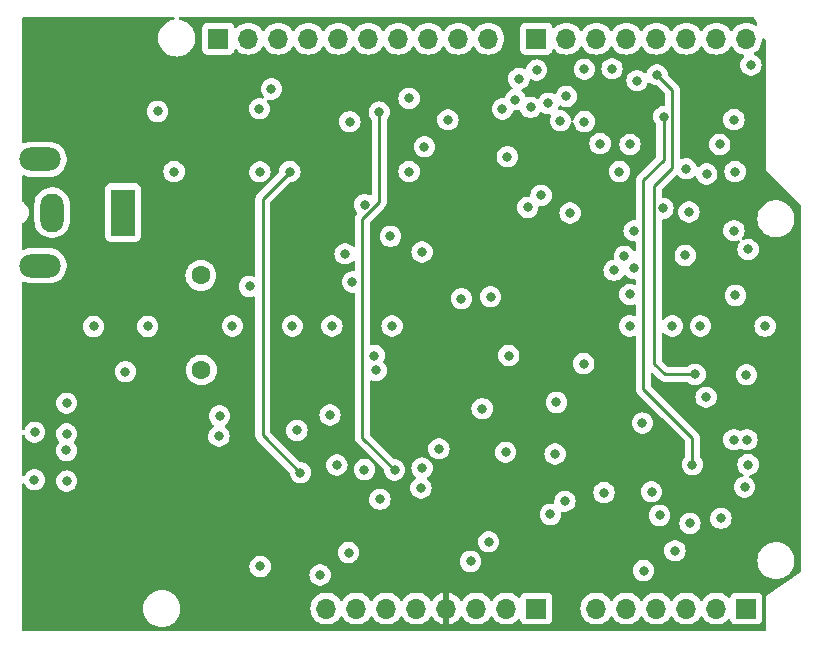
<source format=gbr>
%TF.GenerationSoftware,KiCad,Pcbnew,7.0.7*%
%TF.CreationDate,2024-11-11T15:48:16-05:00*%
%TF.ProjectId,control-board_v2,636f6e74-726f-46c2-9d62-6f6172645f76,rev?*%
%TF.SameCoordinates,Original*%
%TF.FileFunction,Copper,L2,Inr*%
%TF.FilePolarity,Positive*%
%FSLAX46Y46*%
G04 Gerber Fmt 4.6, Leading zero omitted, Abs format (unit mm)*
G04 Created by KiCad (PCBNEW 7.0.7) date 2024-11-11 15:48:16*
%MOMM*%
%LPD*%
G01*
G04 APERTURE LIST*
%TA.AperFunction,ComponentPad*%
%ADD10R,2.000000X4.000000*%
%TD*%
%TA.AperFunction,ComponentPad*%
%ADD11O,2.000000X3.300000*%
%TD*%
%TA.AperFunction,ComponentPad*%
%ADD12O,3.500000X2.000000*%
%TD*%
%TA.AperFunction,ComponentPad*%
%ADD13R,1.700000X1.700000*%
%TD*%
%TA.AperFunction,ComponentPad*%
%ADD14O,1.700000X1.700000*%
%TD*%
%TA.AperFunction,ViaPad*%
%ADD15C,0.800000*%
%TD*%
%TA.AperFunction,ViaPad*%
%ADD16C,1.600000*%
%TD*%
%TA.AperFunction,Conductor*%
%ADD17C,0.250000*%
%TD*%
G04 APERTURE END LIST*
D10*
%TO.N,/9V_IN*%
%TO.C,J1*%
X27570000Y-32560000D03*
D11*
%TO.N,GND*%
X21570000Y-32560000D03*
D12*
%TO.N,N/C*%
X20570000Y-28060000D03*
X20570000Y-37060000D03*
%TD*%
D13*
%TO.N,H2-D12*%
%TO.C,J8*%
X35650000Y-17840000D03*
D14*
%TO.N,H1-D13*%
X38190000Y-17840000D03*
%TO.N,AREF*%
X40730000Y-17840000D03*
%TO.N,GND*%
X43270000Y-17840000D03*
%TO.N,H4-D19*%
X45810000Y-17840000D03*
%TO.N,H3-D18*%
X48350000Y-17840000D03*
%TO.N,S-D11*%
X50890000Y-17840000D03*
%TO.N,S-D10*%
X53430000Y-17840000D03*
%TO.N,S-D9*%
X55970000Y-17840000D03*
%TO.N,S-D8*%
X58510000Y-17840000D03*
%TD*%
D13*
%TO.N,A5*%
%TO.C,J7*%
X80350000Y-66090000D03*
D14*
%TO.N,A4*%
X77810000Y-66090000D03*
%TO.N,A3*%
X75270000Y-66090000D03*
%TO.N,A2*%
X72730000Y-66090000D03*
%TO.N,A1*%
X70190000Y-66090000D03*
%TO.N,A0*%
X67650000Y-66090000D03*
%TD*%
D13*
%TO.N,Vin*%
%TO.C,J6*%
X62570000Y-66090000D03*
D14*
%TO.N,GND*%
X60030000Y-66090000D03*
X57490000Y-66090000D03*
%TO.N,+5V*%
X54950000Y-66090000D03*
%TO.N,+3V3*%
X52410000Y-66090000D03*
%TO.N,Reset*%
X49870000Y-66090000D03*
%TO.N,IOREF*%
X47330000Y-66090000D03*
%TO.N,unconnected-(J6-Pin_8-Pad8)*%
X44790000Y-66090000D03*
%TD*%
D13*
%TO.N,DIN*%
%TO.C,J9*%
X62570000Y-17840000D03*
D14*
%TO.N,~{ENABLE}*%
X65110000Y-17840000D03*
%TO.N,DOUT*%
X67650000Y-17840000D03*
%TO.N,~{RST}*%
X70190000Y-17840000D03*
%TO.N,CS*%
X72730000Y-17840000D03*
%TO.N,CLK*%
X75270000Y-17840000D03*
%TO.N,unconnected-(J9-Pin_7-Pad7)*%
X77810000Y-17840000D03*
%TO.N,unconnected-(J9-Pin_8-Pad8)*%
X80350000Y-17840000D03*
%TD*%
D15*
%TO.N,+9V*%
X41910000Y-42170000D03*
X76470000Y-42173524D03*
X45260000Y-42170000D03*
X70460000Y-42170000D03*
X81940000Y-42190000D03*
D16*
X34210000Y-45890000D03*
D15*
X74100000Y-42170000D03*
X50360000Y-42170000D03*
D16*
X34170000Y-37880000D03*
D15*
X36840000Y-42170000D03*
%TO.N,GND*%
X70490000Y-39500000D03*
X52900000Y-54200000D03*
X80500000Y-53900000D03*
X22810000Y-55299500D03*
X29667324Y-42203068D03*
X80400000Y-51800000D03*
X69160000Y-37450000D03*
X48860000Y-44680000D03*
X60240000Y-44670000D03*
X22790000Y-52700500D03*
X38290000Y-38820000D03*
X80200000Y-55800000D03*
X49004500Y-45930000D03*
X53100000Y-27000000D03*
X51800000Y-22900000D03*
X22810000Y-48700500D03*
X80360000Y-46300000D03*
X79400000Y-29100000D03*
X27770000Y-46040000D03*
X46370000Y-36060000D03*
X79300000Y-51800000D03*
X66590000Y-45350000D03*
X50220000Y-34570000D03*
X59700000Y-23800000D03*
X52800000Y-55875500D03*
X51800000Y-29100000D03*
X79300000Y-24700000D03*
X58700000Y-39700000D03*
X22810000Y-51299500D03*
X25080000Y-42210000D03*
X35750000Y-49790000D03*
%TO.N,+5V*%
X61600000Y-26450000D03*
X70970000Y-25090000D03*
X44210000Y-56100000D03*
X70850000Y-55770000D03*
X24060000Y-53990000D03*
X53270000Y-39600000D03*
X44200000Y-24850000D03*
%TO.N,2-Heater*%
X49330000Y-56840000D03*
X42300000Y-51010000D03*
X48010000Y-54320000D03*
%TO.N,1-Heater*%
X48030000Y-31900000D03*
%TO.N,3-Heater*%
X75580000Y-58880000D03*
%TO.N,4-Heater*%
X75490000Y-32510000D03*
%TO.N,H3-D18*%
X75180000Y-36190000D03*
X80500000Y-35690000D03*
X80740000Y-20070000D03*
%TO.N,H4-D19*%
X76010000Y-46270000D03*
X72800000Y-20900000D03*
%TO.N,CS*%
X71100000Y-21400000D03*
X62080000Y-23650000D03*
X61100000Y-21224500D03*
%TO.N,~{ENABLE}*%
X60800000Y-23004500D03*
X65110000Y-22724500D03*
%TO.N,Net-(D17-A)*%
X20070000Y-55190000D03*
%TO.N,Net-(D18-A)*%
X20100000Y-51160000D03*
%TO.N,2-CS*%
X39190000Y-62530000D03*
X57000000Y-62100000D03*
%TO.N,DIN*%
X30500000Y-24000000D03*
X66630000Y-24860000D03*
X39130000Y-23780000D03*
X66630000Y-20424500D03*
X62600000Y-20500000D03*
%TO.N,~{RST}*%
X41700000Y-29100000D03*
X68980000Y-20390000D03*
X40147604Y-22107603D03*
X68300000Y-56275500D03*
X42590000Y-54590000D03*
%TO.N,DOUT*%
X78200000Y-58450000D03*
X70500000Y-26800000D03*
X67970000Y-26730000D03*
X78100000Y-26800000D03*
X71650000Y-62880000D03*
X73000000Y-58200000D03*
X44260000Y-63240000D03*
%TO.N,2-CS_T1*%
X58540000Y-60440000D03*
X46670000Y-61350000D03*
%TO.N,2-CS_T2*%
X59980000Y-52850000D03*
X45680000Y-53930000D03*
%TO.N,CLK*%
X49270000Y-24060000D03*
X73370000Y-24440000D03*
X50580000Y-54360000D03*
X75780000Y-53910000D03*
%TO.N,1-CS*%
X31900000Y-29100000D03*
X39160000Y-29114502D03*
X35700000Y-51500000D03*
X54320000Y-52570000D03*
%TO.N,1-CS_T2*%
X55080000Y-24710000D03*
X46780000Y-24870000D03*
%TO.N,1-CS_T3*%
X52900000Y-35900000D03*
X56220000Y-39860000D03*
%TO.N,3-CS_T1*%
X74300000Y-61200000D03*
X63770000Y-58120000D03*
%TO.N,3-CS_T2*%
X72330000Y-56210000D03*
X65000000Y-57000000D03*
%TO.N,4-CS_T1*%
X65429283Y-32605316D03*
X73290000Y-32210000D03*
%TO.N,4-CS_T2*%
X75270000Y-28860000D03*
X62970000Y-31110000D03*
%TO.N,4-CS_T3*%
X79300000Y-34100000D03*
X61842299Y-32132299D03*
%TO.N,Net-(U4A--)*%
X64160000Y-53000000D03*
X64268137Y-48638853D03*
%TO.N,/current-sensing/V_{h1}*%
X60110000Y-27840000D03*
X63600000Y-23324500D03*
%TO.N,/current-sensing/V_{h2}*%
X64600000Y-24800000D03*
X57985500Y-49170000D03*
%TO.N,/current-sensing/V_{h4}*%
X70020000Y-36280000D03*
X69600000Y-29100000D03*
%TO.N,/current-sensing/V_{h3}*%
X77000000Y-29300000D03*
X76940000Y-48200000D03*
%TO.N,Net-(R1-Pad1)*%
X46990000Y-38450000D03*
%TO.N,Net-(R2-Pad1)*%
X45100000Y-49700000D03*
%TO.N,Net-(R11-Pad2)*%
X71550000Y-50390000D03*
%TO.N,Net-(R14-Pad1)*%
X70850000Y-34110000D03*
X79430000Y-39580000D03*
X70860000Y-37300000D03*
%TD*%
D17*
%TO.N,H4-D19*%
X73470000Y-46270000D02*
X76010000Y-46270000D01*
X74095000Y-28815000D02*
X72560000Y-30350000D01*
X72800000Y-20900000D02*
X74095000Y-22195000D01*
X72560000Y-45360000D02*
X73470000Y-46270000D01*
X74095000Y-22195000D02*
X74095000Y-28815000D01*
X72560000Y-30350000D02*
X72560000Y-45360000D01*
%TO.N,~{RST}*%
X42590000Y-54590000D02*
X39410000Y-51410000D01*
X39410000Y-31390000D02*
X41700000Y-29100000D01*
X39410000Y-51410000D02*
X39410000Y-31390000D01*
%TO.N,CLK*%
X73370000Y-24440000D02*
X73370000Y-28080000D01*
X71640000Y-29810000D02*
X71640000Y-47500000D01*
X49270000Y-31685305D02*
X49270000Y-24060000D01*
X71640000Y-47500000D02*
X75780000Y-51640000D01*
X47850000Y-51630000D02*
X47850000Y-33105305D01*
X73370000Y-28080000D02*
X71640000Y-29810000D01*
X75780000Y-51640000D02*
X75780000Y-53910000D01*
X47850000Y-33105305D02*
X49270000Y-31685305D01*
X50580000Y-54360000D02*
X47850000Y-51630000D01*
%TD*%
%TA.AperFunction,Conductor*%
%TO.N,+5V*%
G36*
X31898622Y-16019685D02*
G01*
X31944377Y-16072489D01*
X31954321Y-16141647D01*
X31925296Y-16205203D01*
X31866518Y-16242977D01*
X31860529Y-16244574D01*
X31755655Y-16269751D01*
X31733473Y-16268641D01*
X31690932Y-16284776D01*
X31683414Y-16287094D01*
X31640836Y-16297318D01*
X31640834Y-16297318D01*
X31456054Y-16373856D01*
X31454051Y-16374616D01*
X31451706Y-16375656D01*
X31413306Y-16391563D01*
X31413294Y-16391569D01*
X31203316Y-16520245D01*
X31203313Y-16520246D01*
X31016036Y-16680197D01*
X30856085Y-16867474D01*
X30856084Y-16867477D01*
X30727404Y-17077461D01*
X30633156Y-17304997D01*
X30575662Y-17544479D01*
X30556340Y-17790000D01*
X30575662Y-18035520D01*
X30633156Y-18275002D01*
X30727404Y-18502538D01*
X30856084Y-18712522D01*
X30856085Y-18712525D01*
X30910286Y-18775986D01*
X31016036Y-18899803D01*
X31150745Y-19014855D01*
X31203313Y-19059753D01*
X31203316Y-19059754D01*
X31406213Y-19184091D01*
X31413301Y-19188434D01*
X31418286Y-19190499D01*
X31451690Y-19204335D01*
X31454040Y-19205379D01*
X31454204Y-19205441D01*
X31456037Y-19206136D01*
X31640837Y-19282682D01*
X31683418Y-19292904D01*
X31690933Y-19295222D01*
X31726475Y-19308702D01*
X31755689Y-19310255D01*
X31880315Y-19340176D01*
X31928067Y-19343934D01*
X31935584Y-19344994D01*
X31936994Y-19345282D01*
X31937000Y-19345282D01*
X31941872Y-19346277D01*
X31941883Y-19346279D01*
X31972831Y-19352597D01*
X32000750Y-19349654D01*
X32125839Y-19359499D01*
X32177683Y-19355418D01*
X32185035Y-19355278D01*
X32188924Y-19355435D01*
X32188927Y-19355434D01*
X32190822Y-19355511D01*
X32190872Y-19355511D01*
X32222949Y-19356802D01*
X32248894Y-19349814D01*
X32371363Y-19340176D01*
X32425995Y-19327059D01*
X32432996Y-19325799D01*
X32470474Y-19321248D01*
X32493890Y-19310759D01*
X32610841Y-19282682D01*
X32666681Y-19259552D01*
X32673144Y-19257286D01*
X32681400Y-19254895D01*
X32681402Y-19254893D01*
X32683242Y-19254361D01*
X32683278Y-19254349D01*
X32709173Y-19246848D01*
X32729583Y-19233497D01*
X32838377Y-19188434D01*
X32893597Y-19154594D01*
X32899378Y-19151463D01*
X32909192Y-19146807D01*
X32909196Y-19146803D01*
X32910014Y-19146416D01*
X32910044Y-19146400D01*
X32932945Y-19135533D01*
X32950048Y-19120001D01*
X33048367Y-19059751D01*
X33100946Y-19014843D01*
X33105977Y-19010975D01*
X33116695Y-19003578D01*
X33116698Y-19003574D01*
X33117515Y-19003011D01*
X33117534Y-19002997D01*
X33136140Y-18990154D01*
X33149762Y-18973151D01*
X33235642Y-18899803D01*
X33283465Y-18843808D01*
X33287642Y-18839380D01*
X33298535Y-18828918D01*
X33298539Y-18828912D01*
X33299209Y-18828269D01*
X33299220Y-18828258D01*
X33313626Y-18814420D01*
X33323729Y-18796665D01*
X33373946Y-18737870D01*
X34299500Y-18737870D01*
X34299501Y-18737876D01*
X34305908Y-18797483D01*
X34356202Y-18932328D01*
X34356206Y-18932335D01*
X34442452Y-19047544D01*
X34442455Y-19047547D01*
X34557664Y-19133793D01*
X34557671Y-19133797D01*
X34692517Y-19184091D01*
X34692516Y-19184091D01*
X34699444Y-19184835D01*
X34752127Y-19190500D01*
X36547872Y-19190499D01*
X36607483Y-19184091D01*
X36742331Y-19133796D01*
X36857546Y-19047546D01*
X36943796Y-18932331D01*
X36992810Y-18800916D01*
X37034681Y-18744984D01*
X37100145Y-18720566D01*
X37168418Y-18735417D01*
X37196673Y-18756569D01*
X37318599Y-18878495D01*
X37415384Y-18946264D01*
X37512165Y-19014032D01*
X37512167Y-19014033D01*
X37512170Y-19014035D01*
X37726337Y-19113903D01*
X37954592Y-19175063D01*
X38131034Y-19190500D01*
X38189999Y-19195659D01*
X38190000Y-19195659D01*
X38190001Y-19195659D01*
X38248966Y-19190500D01*
X38425408Y-19175063D01*
X38653663Y-19113903D01*
X38867830Y-19014035D01*
X39061401Y-18878495D01*
X39228495Y-18711401D01*
X39358424Y-18525842D01*
X39413002Y-18482217D01*
X39482500Y-18475023D01*
X39544855Y-18506546D01*
X39561575Y-18525842D01*
X39691500Y-18711395D01*
X39691505Y-18711401D01*
X39858599Y-18878495D01*
X39955384Y-18946264D01*
X40052165Y-19014032D01*
X40052167Y-19014033D01*
X40052170Y-19014035D01*
X40266337Y-19113903D01*
X40494592Y-19175063D01*
X40671034Y-19190500D01*
X40729999Y-19195659D01*
X40730000Y-19195659D01*
X40730001Y-19195659D01*
X40788966Y-19190500D01*
X40965408Y-19175063D01*
X41193663Y-19113903D01*
X41407830Y-19014035D01*
X41601401Y-18878495D01*
X41768495Y-18711401D01*
X41898424Y-18525842D01*
X41953002Y-18482217D01*
X42022500Y-18475023D01*
X42084855Y-18506546D01*
X42101575Y-18525842D01*
X42231500Y-18711395D01*
X42231505Y-18711401D01*
X42398599Y-18878495D01*
X42495384Y-18946264D01*
X42592165Y-19014032D01*
X42592167Y-19014033D01*
X42592170Y-19014035D01*
X42806337Y-19113903D01*
X43034592Y-19175063D01*
X43211034Y-19190500D01*
X43269999Y-19195659D01*
X43270000Y-19195659D01*
X43270001Y-19195659D01*
X43328966Y-19190500D01*
X43505408Y-19175063D01*
X43733663Y-19113903D01*
X43947830Y-19014035D01*
X44141401Y-18878495D01*
X44308495Y-18711401D01*
X44438424Y-18525842D01*
X44493002Y-18482217D01*
X44562500Y-18475023D01*
X44624855Y-18506546D01*
X44641575Y-18525842D01*
X44771500Y-18711395D01*
X44771505Y-18711401D01*
X44938599Y-18878495D01*
X45035384Y-18946264D01*
X45132165Y-19014032D01*
X45132167Y-19014033D01*
X45132170Y-19014035D01*
X45346337Y-19113903D01*
X45574592Y-19175063D01*
X45751034Y-19190500D01*
X45809999Y-19195659D01*
X45810000Y-19195659D01*
X45810001Y-19195659D01*
X45868966Y-19190500D01*
X46045408Y-19175063D01*
X46273663Y-19113903D01*
X46487830Y-19014035D01*
X46681401Y-18878495D01*
X46848495Y-18711401D01*
X46978424Y-18525842D01*
X47033002Y-18482217D01*
X47102500Y-18475023D01*
X47164855Y-18506546D01*
X47181575Y-18525842D01*
X47311500Y-18711395D01*
X47311505Y-18711401D01*
X47478599Y-18878495D01*
X47575384Y-18946264D01*
X47672165Y-19014032D01*
X47672167Y-19014033D01*
X47672170Y-19014035D01*
X47886337Y-19113903D01*
X48114592Y-19175063D01*
X48291034Y-19190500D01*
X48349999Y-19195659D01*
X48350000Y-19195659D01*
X48350001Y-19195659D01*
X48408966Y-19190500D01*
X48585408Y-19175063D01*
X48813663Y-19113903D01*
X49027830Y-19014035D01*
X49221401Y-18878495D01*
X49388495Y-18711401D01*
X49518424Y-18525842D01*
X49573002Y-18482217D01*
X49642500Y-18475023D01*
X49704855Y-18506546D01*
X49721575Y-18525842D01*
X49851500Y-18711395D01*
X49851505Y-18711401D01*
X50018599Y-18878495D01*
X50115384Y-18946264D01*
X50212165Y-19014032D01*
X50212167Y-19014033D01*
X50212170Y-19014035D01*
X50426337Y-19113903D01*
X50654592Y-19175063D01*
X50831034Y-19190500D01*
X50889999Y-19195659D01*
X50890000Y-19195659D01*
X50890001Y-19195659D01*
X50948966Y-19190500D01*
X51125408Y-19175063D01*
X51353663Y-19113903D01*
X51567830Y-19014035D01*
X51761401Y-18878495D01*
X51928495Y-18711401D01*
X52058424Y-18525842D01*
X52113002Y-18482217D01*
X52182500Y-18475023D01*
X52244855Y-18506546D01*
X52261575Y-18525842D01*
X52391500Y-18711395D01*
X52391505Y-18711401D01*
X52558599Y-18878495D01*
X52655384Y-18946264D01*
X52752165Y-19014032D01*
X52752167Y-19014033D01*
X52752170Y-19014035D01*
X52966337Y-19113903D01*
X53194592Y-19175063D01*
X53371034Y-19190500D01*
X53429999Y-19195659D01*
X53430000Y-19195659D01*
X53430001Y-19195659D01*
X53488966Y-19190500D01*
X53665408Y-19175063D01*
X53893663Y-19113903D01*
X54107830Y-19014035D01*
X54301401Y-18878495D01*
X54468495Y-18711401D01*
X54598424Y-18525842D01*
X54653002Y-18482217D01*
X54722500Y-18475023D01*
X54784855Y-18506546D01*
X54801575Y-18525842D01*
X54931500Y-18711395D01*
X54931505Y-18711401D01*
X55098599Y-18878495D01*
X55195384Y-18946264D01*
X55292165Y-19014032D01*
X55292167Y-19014033D01*
X55292170Y-19014035D01*
X55506337Y-19113903D01*
X55734592Y-19175063D01*
X55911034Y-19190500D01*
X55969999Y-19195659D01*
X55970000Y-19195659D01*
X55970001Y-19195659D01*
X56028966Y-19190500D01*
X56205408Y-19175063D01*
X56433663Y-19113903D01*
X56647830Y-19014035D01*
X56841401Y-18878495D01*
X57008495Y-18711401D01*
X57138424Y-18525842D01*
X57193002Y-18482217D01*
X57262500Y-18475023D01*
X57324855Y-18506546D01*
X57341575Y-18525842D01*
X57471500Y-18711395D01*
X57471505Y-18711401D01*
X57638599Y-18878495D01*
X57735384Y-18946264D01*
X57832165Y-19014032D01*
X57832167Y-19014033D01*
X57832170Y-19014035D01*
X58046337Y-19113903D01*
X58274592Y-19175063D01*
X58451034Y-19190500D01*
X58509999Y-19195659D01*
X58510000Y-19195659D01*
X58510001Y-19195659D01*
X58568966Y-19190500D01*
X58745408Y-19175063D01*
X58973663Y-19113903D01*
X59187830Y-19014035D01*
X59381401Y-18878495D01*
X59548495Y-18711401D01*
X59684035Y-18517830D01*
X59783903Y-18303663D01*
X59845063Y-18075408D01*
X59865659Y-17840000D01*
X59845063Y-17604592D01*
X59783903Y-17376337D01*
X59684035Y-17162171D01*
X59678425Y-17154158D01*
X59548494Y-16968597D01*
X59381402Y-16801506D01*
X59381395Y-16801501D01*
X59187834Y-16665967D01*
X59187830Y-16665965D01*
X59187830Y-16665964D01*
X58973663Y-16566097D01*
X58973659Y-16566096D01*
X58973655Y-16566094D01*
X58745413Y-16504938D01*
X58745403Y-16504936D01*
X58510001Y-16484341D01*
X58509999Y-16484341D01*
X58274596Y-16504936D01*
X58274586Y-16504938D01*
X58046344Y-16566094D01*
X58046337Y-16566096D01*
X58046337Y-16566097D01*
X58032816Y-16572401D01*
X57832171Y-16665964D01*
X57832169Y-16665965D01*
X57638597Y-16801505D01*
X57471508Y-16968594D01*
X57341574Y-17154159D01*
X57286997Y-17197784D01*
X57217498Y-17204976D01*
X57155144Y-17173454D01*
X57138424Y-17154158D01*
X57008494Y-16968597D01*
X56841402Y-16801506D01*
X56841395Y-16801501D01*
X56647834Y-16665967D01*
X56647830Y-16665965D01*
X56647829Y-16665964D01*
X56433663Y-16566097D01*
X56433659Y-16566096D01*
X56433655Y-16566094D01*
X56205413Y-16504938D01*
X56205403Y-16504936D01*
X55970001Y-16484341D01*
X55969999Y-16484341D01*
X55734596Y-16504936D01*
X55734586Y-16504938D01*
X55506344Y-16566094D01*
X55506337Y-16566096D01*
X55506337Y-16566097D01*
X55492816Y-16572401D01*
X55292171Y-16665964D01*
X55292169Y-16665965D01*
X55098597Y-16801505D01*
X54931505Y-16968597D01*
X54801575Y-17154158D01*
X54746998Y-17197783D01*
X54677500Y-17204977D01*
X54615145Y-17173454D01*
X54598425Y-17154158D01*
X54468494Y-16968597D01*
X54301402Y-16801506D01*
X54301395Y-16801501D01*
X54107834Y-16665967D01*
X54107830Y-16665965D01*
X54107830Y-16665964D01*
X53893663Y-16566097D01*
X53893659Y-16566096D01*
X53893655Y-16566094D01*
X53665413Y-16504938D01*
X53665403Y-16504936D01*
X53430001Y-16484341D01*
X53429999Y-16484341D01*
X53194596Y-16504936D01*
X53194586Y-16504938D01*
X52966344Y-16566094D01*
X52966337Y-16566096D01*
X52966337Y-16566097D01*
X52952816Y-16572401D01*
X52752171Y-16665964D01*
X52752169Y-16665965D01*
X52558597Y-16801505D01*
X52391505Y-16968597D01*
X52261575Y-17154158D01*
X52206998Y-17197783D01*
X52137500Y-17204977D01*
X52075145Y-17173454D01*
X52058425Y-17154158D01*
X51928494Y-16968597D01*
X51761402Y-16801506D01*
X51761395Y-16801501D01*
X51567834Y-16665967D01*
X51567830Y-16665965D01*
X51567829Y-16665964D01*
X51353663Y-16566097D01*
X51353659Y-16566096D01*
X51353655Y-16566094D01*
X51125413Y-16504938D01*
X51125403Y-16504936D01*
X50890001Y-16484341D01*
X50889999Y-16484341D01*
X50654596Y-16504936D01*
X50654586Y-16504938D01*
X50426344Y-16566094D01*
X50426337Y-16566096D01*
X50426337Y-16566097D01*
X50412816Y-16572401D01*
X50212171Y-16665964D01*
X50212169Y-16665965D01*
X50018597Y-16801505D01*
X49851505Y-16968597D01*
X49721575Y-17154158D01*
X49666998Y-17197783D01*
X49597500Y-17204977D01*
X49535145Y-17173454D01*
X49518425Y-17154158D01*
X49388494Y-16968597D01*
X49221402Y-16801506D01*
X49221395Y-16801501D01*
X49027834Y-16665967D01*
X49027830Y-16665965D01*
X49027828Y-16665964D01*
X48813663Y-16566097D01*
X48813659Y-16566096D01*
X48813655Y-16566094D01*
X48585413Y-16504938D01*
X48585403Y-16504936D01*
X48350001Y-16484341D01*
X48349999Y-16484341D01*
X48114596Y-16504936D01*
X48114586Y-16504938D01*
X47886344Y-16566094D01*
X47886337Y-16566096D01*
X47886337Y-16566097D01*
X47872816Y-16572401D01*
X47672171Y-16665964D01*
X47672169Y-16665965D01*
X47478597Y-16801505D01*
X47311508Y-16968594D01*
X47181574Y-17154159D01*
X47126997Y-17197784D01*
X47057498Y-17204976D01*
X46995144Y-17173454D01*
X46978424Y-17154158D01*
X46848494Y-16968597D01*
X46681402Y-16801506D01*
X46681395Y-16801501D01*
X46487834Y-16665967D01*
X46487830Y-16665965D01*
X46487828Y-16665964D01*
X46273663Y-16566097D01*
X46273659Y-16566096D01*
X46273655Y-16566094D01*
X46045413Y-16504938D01*
X46045403Y-16504936D01*
X45810001Y-16484341D01*
X45809999Y-16484341D01*
X45574596Y-16504936D01*
X45574586Y-16504938D01*
X45346344Y-16566094D01*
X45346337Y-16566096D01*
X45346337Y-16566097D01*
X45332816Y-16572401D01*
X45132171Y-16665964D01*
X45132169Y-16665965D01*
X44938597Y-16801505D01*
X44771505Y-16968597D01*
X44641575Y-17154158D01*
X44586998Y-17197783D01*
X44517500Y-17204977D01*
X44455145Y-17173454D01*
X44438425Y-17154158D01*
X44308494Y-16968597D01*
X44141402Y-16801506D01*
X44141395Y-16801501D01*
X43947834Y-16665967D01*
X43947830Y-16665965D01*
X43947828Y-16665964D01*
X43733663Y-16566097D01*
X43733659Y-16566096D01*
X43733655Y-16566094D01*
X43505413Y-16504938D01*
X43505403Y-16504936D01*
X43270001Y-16484341D01*
X43269999Y-16484341D01*
X43034596Y-16504936D01*
X43034586Y-16504938D01*
X42806344Y-16566094D01*
X42806337Y-16566096D01*
X42806337Y-16566097D01*
X42792816Y-16572401D01*
X42592171Y-16665964D01*
X42592169Y-16665965D01*
X42398597Y-16801505D01*
X42231505Y-16968597D01*
X42101575Y-17154158D01*
X42046998Y-17197783D01*
X41977500Y-17204977D01*
X41915145Y-17173454D01*
X41898425Y-17154158D01*
X41768494Y-16968597D01*
X41601402Y-16801506D01*
X41601395Y-16801501D01*
X41407834Y-16665967D01*
X41407830Y-16665965D01*
X41407828Y-16665964D01*
X41193663Y-16566097D01*
X41193659Y-16566096D01*
X41193655Y-16566094D01*
X40965413Y-16504938D01*
X40965403Y-16504936D01*
X40730001Y-16484341D01*
X40729999Y-16484341D01*
X40494596Y-16504936D01*
X40494586Y-16504938D01*
X40266344Y-16566094D01*
X40266337Y-16566096D01*
X40266337Y-16566097D01*
X40252816Y-16572401D01*
X40052171Y-16665964D01*
X40052169Y-16665965D01*
X39858597Y-16801505D01*
X39691505Y-16968597D01*
X39561575Y-17154158D01*
X39506998Y-17197783D01*
X39437500Y-17204977D01*
X39375145Y-17173454D01*
X39358425Y-17154158D01*
X39228494Y-16968597D01*
X39061402Y-16801506D01*
X39061395Y-16801501D01*
X38867834Y-16665967D01*
X38867830Y-16665965D01*
X38867828Y-16665964D01*
X38653663Y-16566097D01*
X38653659Y-16566096D01*
X38653655Y-16566094D01*
X38425413Y-16504938D01*
X38425403Y-16504936D01*
X38190001Y-16484341D01*
X38189999Y-16484341D01*
X37954596Y-16504936D01*
X37954586Y-16504938D01*
X37726344Y-16566094D01*
X37726337Y-16566096D01*
X37726337Y-16566097D01*
X37712816Y-16572401D01*
X37512171Y-16665964D01*
X37512169Y-16665965D01*
X37318600Y-16801503D01*
X37196673Y-16923430D01*
X37135350Y-16956914D01*
X37065658Y-16951930D01*
X37009725Y-16910058D01*
X36992810Y-16879081D01*
X36943797Y-16747671D01*
X36943793Y-16747664D01*
X36857547Y-16632455D01*
X36857544Y-16632452D01*
X36742335Y-16546206D01*
X36742328Y-16546202D01*
X36607482Y-16495908D01*
X36607483Y-16495908D01*
X36547883Y-16489501D01*
X36547881Y-16489500D01*
X36547873Y-16489500D01*
X36547864Y-16489500D01*
X34752129Y-16489500D01*
X34752123Y-16489501D01*
X34692516Y-16495908D01*
X34557671Y-16546202D01*
X34557664Y-16546206D01*
X34442455Y-16632452D01*
X34442452Y-16632455D01*
X34356206Y-16747664D01*
X34356202Y-16747671D01*
X34305908Y-16882517D01*
X34299501Y-16942116D01*
X34299500Y-16942135D01*
X34299500Y-18737870D01*
X33373946Y-18737870D01*
X33395590Y-18712528D01*
X33436482Y-18645798D01*
X33439731Y-18641019D01*
X33450003Y-18627351D01*
X33450007Y-18627341D01*
X33451259Y-18625677D01*
X33451287Y-18625638D01*
X33454744Y-18621036D01*
X33455129Y-18620748D01*
X33456026Y-18619330D01*
X33460921Y-18612816D01*
X33467611Y-18595001D01*
X33524273Y-18502538D01*
X33556011Y-18425914D01*
X33558383Y-18420848D01*
X33567176Y-18404096D01*
X33567176Y-18404094D01*
X33568133Y-18402272D01*
X33569374Y-18400988D01*
X33571828Y-18395230D01*
X33574303Y-18390513D01*
X33577820Y-18373261D01*
X33618521Y-18275002D01*
X33639010Y-18189658D01*
X33640486Y-18184506D01*
X33645904Y-18168276D01*
X33647640Y-18165779D01*
X33650012Y-18156155D01*
X33650071Y-18146155D01*
X33650994Y-18140474D01*
X33651895Y-18135987D01*
X33676015Y-18035524D01*
X33683295Y-17943015D01*
X33683900Y-17937992D01*
X33687464Y-17916067D01*
X33687464Y-17916064D01*
X33687741Y-17914361D01*
X33687746Y-17914321D01*
X33688903Y-17907198D01*
X33687795Y-17899566D01*
X33688131Y-17882924D01*
X33688309Y-17879309D01*
X33690841Y-17847135D01*
X33695338Y-17790000D01*
X33688308Y-17700684D01*
X33688131Y-17697074D01*
X33688049Y-17693041D01*
X33687795Y-17680434D01*
X33689265Y-17675028D01*
X33688165Y-17668258D01*
X33688163Y-17668236D01*
X33683904Y-17642030D01*
X33683292Y-17636946D01*
X33680746Y-17604596D01*
X33676015Y-17544476D01*
X33651900Y-17444032D01*
X33650993Y-17439520D01*
X33650070Y-17433836D01*
X33650947Y-17426831D01*
X33650187Y-17424553D01*
X33648059Y-17415920D01*
X33645904Y-17411722D01*
X33640486Y-17395493D01*
X33639007Y-17390329D01*
X33635649Y-17376344D01*
X33618521Y-17304998D01*
X33577822Y-17206741D01*
X33576395Y-17193472D01*
X33571830Y-17184774D01*
X33569784Y-17179972D01*
X33568133Y-17177728D01*
X33558391Y-17159166D01*
X33556007Y-17154076D01*
X33524273Y-17077463D01*
X33524273Y-17077462D01*
X33467610Y-16984997D01*
X33463842Y-16971067D01*
X33456025Y-16960665D01*
X33455291Y-16959505D01*
X33454760Y-16958982D01*
X33451513Y-16954662D01*
X33451474Y-16954606D01*
X33442102Y-16942135D01*
X33439749Y-16939004D01*
X33436458Y-16934162D01*
X33421687Y-16910058D01*
X33395590Y-16867472D01*
X33323730Y-16783335D01*
X33317395Y-16769197D01*
X33287647Y-16740623D01*
X33283449Y-16736172D01*
X33235645Y-16680200D01*
X33235643Y-16680198D01*
X33235642Y-16680197D01*
X33149761Y-16606848D01*
X33140727Y-16593009D01*
X33105986Y-16569028D01*
X33100937Y-16565147D01*
X33048368Y-16520249D01*
X33048364Y-16520246D01*
X32950048Y-16459998D01*
X32938287Y-16446999D01*
X32904550Y-16430990D01*
X32903345Y-16430418D01*
X32899395Y-16428544D01*
X32893591Y-16425401D01*
X32838377Y-16391566D01*
X32838374Y-16391565D01*
X32838373Y-16391564D01*
X32729586Y-16346503D01*
X32715174Y-16334889D01*
X32683274Y-16325649D01*
X32683254Y-16325642D01*
X32673145Y-16322713D01*
X32666670Y-16320442D01*
X32610841Y-16297318D01*
X32493887Y-16269239D01*
X32476999Y-16259542D01*
X32432990Y-16254199D01*
X32425984Y-16252937D01*
X32391149Y-16244574D01*
X32330556Y-16209784D01*
X32298392Y-16147758D01*
X32304868Y-16078189D01*
X32347927Y-16023165D01*
X32413899Y-16000155D01*
X32420095Y-16000000D01*
X80923364Y-16000000D01*
X80990403Y-16019685D01*
X81034273Y-16068546D01*
X81039095Y-16078189D01*
X81102602Y-16205203D01*
X81126469Y-16252937D01*
X81127100Y-16254199D01*
X81134321Y-16268641D01*
X81142576Y-16285151D01*
X81167445Y-16334889D01*
X81195782Y-16391563D01*
X81195785Y-16391569D01*
X81212698Y-16425395D01*
X81216597Y-16433193D01*
X81223500Y-16446999D01*
X81244751Y-16489501D01*
X81250314Y-16500627D01*
X81260125Y-16520249D01*
X81278497Y-16556994D01*
X81290872Y-16625759D01*
X81264104Y-16690298D01*
X81206694Y-16730120D01*
X81136868Y-16732582D01*
X81096465Y-16714023D01*
X81027834Y-16665967D01*
X81027830Y-16665965D01*
X81027829Y-16665964D01*
X80813663Y-16566097D01*
X80813659Y-16566096D01*
X80813655Y-16566094D01*
X80585413Y-16504938D01*
X80585403Y-16504936D01*
X80350001Y-16484341D01*
X80349999Y-16484341D01*
X80114596Y-16504936D01*
X80114586Y-16504938D01*
X79886344Y-16566094D01*
X79886337Y-16566096D01*
X79886337Y-16566097D01*
X79872816Y-16572401D01*
X79672171Y-16665964D01*
X79672169Y-16665965D01*
X79478597Y-16801505D01*
X79311505Y-16968597D01*
X79181575Y-17154158D01*
X79126998Y-17197783D01*
X79057500Y-17204977D01*
X78995145Y-17173454D01*
X78978425Y-17154158D01*
X78848494Y-16968597D01*
X78681402Y-16801506D01*
X78681395Y-16801501D01*
X78487834Y-16665967D01*
X78487830Y-16665965D01*
X78487829Y-16665964D01*
X78273663Y-16566097D01*
X78273659Y-16566096D01*
X78273655Y-16566094D01*
X78045413Y-16504938D01*
X78045403Y-16504936D01*
X77810001Y-16484341D01*
X77809999Y-16484341D01*
X77574596Y-16504936D01*
X77574586Y-16504938D01*
X77346344Y-16566094D01*
X77346337Y-16566096D01*
X77346337Y-16566097D01*
X77332816Y-16572401D01*
X77132171Y-16665964D01*
X77132169Y-16665965D01*
X76938597Y-16801505D01*
X76771505Y-16968597D01*
X76641575Y-17154158D01*
X76586998Y-17197783D01*
X76517500Y-17204977D01*
X76455145Y-17173454D01*
X76438425Y-17154158D01*
X76308494Y-16968597D01*
X76141402Y-16801506D01*
X76141395Y-16801501D01*
X75947834Y-16665967D01*
X75947830Y-16665965D01*
X75947830Y-16665964D01*
X75733663Y-16566097D01*
X75733659Y-16566096D01*
X75733655Y-16566094D01*
X75505413Y-16504938D01*
X75505403Y-16504936D01*
X75270001Y-16484341D01*
X75269999Y-16484341D01*
X75034596Y-16504936D01*
X75034586Y-16504938D01*
X74806344Y-16566094D01*
X74806337Y-16566096D01*
X74806337Y-16566097D01*
X74792816Y-16572401D01*
X74592171Y-16665964D01*
X74592169Y-16665965D01*
X74398597Y-16801505D01*
X74231508Y-16968594D01*
X74101574Y-17154159D01*
X74046997Y-17197784D01*
X73977498Y-17204976D01*
X73915144Y-17173454D01*
X73898424Y-17154158D01*
X73768494Y-16968597D01*
X73601402Y-16801506D01*
X73601395Y-16801501D01*
X73407834Y-16665967D01*
X73407830Y-16665965D01*
X73407830Y-16665964D01*
X73193663Y-16566097D01*
X73193659Y-16566096D01*
X73193655Y-16566094D01*
X72965413Y-16504938D01*
X72965403Y-16504936D01*
X72730001Y-16484341D01*
X72729999Y-16484341D01*
X72494596Y-16504936D01*
X72494586Y-16504938D01*
X72266344Y-16566094D01*
X72266337Y-16566096D01*
X72266337Y-16566097D01*
X72252816Y-16572401D01*
X72052171Y-16665964D01*
X72052169Y-16665965D01*
X71858597Y-16801505D01*
X71691505Y-16968597D01*
X71561575Y-17154158D01*
X71506998Y-17197783D01*
X71437500Y-17204977D01*
X71375145Y-17173454D01*
X71358425Y-17154158D01*
X71228494Y-16968597D01*
X71061402Y-16801506D01*
X71061395Y-16801501D01*
X70867834Y-16665967D01*
X70867830Y-16665965D01*
X70867829Y-16665964D01*
X70653663Y-16566097D01*
X70653659Y-16566096D01*
X70653655Y-16566094D01*
X70425413Y-16504938D01*
X70425403Y-16504936D01*
X70190001Y-16484341D01*
X70189999Y-16484341D01*
X69954596Y-16504936D01*
X69954586Y-16504938D01*
X69726344Y-16566094D01*
X69726337Y-16566096D01*
X69726337Y-16566097D01*
X69712816Y-16572401D01*
X69512171Y-16665964D01*
X69512169Y-16665965D01*
X69318597Y-16801505D01*
X69151505Y-16968597D01*
X69021575Y-17154158D01*
X68966998Y-17197783D01*
X68897500Y-17204977D01*
X68835145Y-17173454D01*
X68818425Y-17154158D01*
X68688494Y-16968597D01*
X68521402Y-16801506D01*
X68521395Y-16801501D01*
X68327834Y-16665967D01*
X68327830Y-16665965D01*
X68327829Y-16665964D01*
X68113663Y-16566097D01*
X68113659Y-16566096D01*
X68113655Y-16566094D01*
X67885413Y-16504938D01*
X67885403Y-16504936D01*
X67650001Y-16484341D01*
X67649999Y-16484341D01*
X67414596Y-16504936D01*
X67414586Y-16504938D01*
X67186344Y-16566094D01*
X67186337Y-16566096D01*
X67186337Y-16566097D01*
X67172816Y-16572401D01*
X66972171Y-16665964D01*
X66972169Y-16665965D01*
X66778597Y-16801505D01*
X66611505Y-16968597D01*
X66481575Y-17154158D01*
X66426998Y-17197783D01*
X66357500Y-17204977D01*
X66295145Y-17173454D01*
X66278425Y-17154158D01*
X66148494Y-16968597D01*
X65981402Y-16801506D01*
X65981395Y-16801501D01*
X65787834Y-16665967D01*
X65787830Y-16665965D01*
X65787830Y-16665964D01*
X65573663Y-16566097D01*
X65573659Y-16566096D01*
X65573655Y-16566094D01*
X65345413Y-16504938D01*
X65345403Y-16504936D01*
X65110001Y-16484341D01*
X65109999Y-16484341D01*
X64874596Y-16504936D01*
X64874586Y-16504938D01*
X64646344Y-16566094D01*
X64646337Y-16566096D01*
X64646337Y-16566097D01*
X64632816Y-16572401D01*
X64432171Y-16665964D01*
X64432169Y-16665965D01*
X64238600Y-16801503D01*
X64116673Y-16923430D01*
X64055350Y-16956914D01*
X63985658Y-16951930D01*
X63929725Y-16910058D01*
X63912810Y-16879081D01*
X63863797Y-16747671D01*
X63863793Y-16747664D01*
X63777547Y-16632455D01*
X63777544Y-16632452D01*
X63662335Y-16546206D01*
X63662328Y-16546202D01*
X63527482Y-16495908D01*
X63527483Y-16495908D01*
X63467883Y-16489501D01*
X63467881Y-16489500D01*
X63467873Y-16489500D01*
X63467864Y-16489500D01*
X61672129Y-16489500D01*
X61672123Y-16489501D01*
X61612516Y-16495908D01*
X61477671Y-16546202D01*
X61477664Y-16546206D01*
X61362455Y-16632452D01*
X61362452Y-16632455D01*
X61276206Y-16747664D01*
X61276202Y-16747671D01*
X61225908Y-16882517D01*
X61219501Y-16942116D01*
X61219500Y-16942135D01*
X61219500Y-18737870D01*
X61219501Y-18737876D01*
X61225908Y-18797483D01*
X61276202Y-18932328D01*
X61276206Y-18932335D01*
X61362452Y-19047544D01*
X61362455Y-19047547D01*
X61477664Y-19133793D01*
X61477671Y-19133797D01*
X61612517Y-19184091D01*
X61612516Y-19184091D01*
X61619444Y-19184835D01*
X61672127Y-19190500D01*
X63467872Y-19190499D01*
X63527483Y-19184091D01*
X63662331Y-19133796D01*
X63777546Y-19047546D01*
X63863796Y-18932331D01*
X63912810Y-18800916D01*
X63954681Y-18744984D01*
X64020145Y-18720566D01*
X64088418Y-18735417D01*
X64116672Y-18756569D01*
X64238599Y-18878495D01*
X64335384Y-18946265D01*
X64432165Y-19014032D01*
X64432167Y-19014033D01*
X64432170Y-19014035D01*
X64646337Y-19113903D01*
X64874592Y-19175063D01*
X65051034Y-19190500D01*
X65109999Y-19195659D01*
X65110000Y-19195659D01*
X65110001Y-19195659D01*
X65168966Y-19190500D01*
X65345408Y-19175063D01*
X65573663Y-19113903D01*
X65787830Y-19014035D01*
X65981401Y-18878495D01*
X66148495Y-18711401D01*
X66278424Y-18525842D01*
X66333002Y-18482217D01*
X66402500Y-18475023D01*
X66464855Y-18506546D01*
X66481575Y-18525842D01*
X66611500Y-18711395D01*
X66611505Y-18711401D01*
X66778599Y-18878495D01*
X66875384Y-18946265D01*
X66972165Y-19014032D01*
X66972167Y-19014033D01*
X66972170Y-19014035D01*
X67186337Y-19113903D01*
X67414592Y-19175063D01*
X67591034Y-19190500D01*
X67649999Y-19195659D01*
X67650000Y-19195659D01*
X67650001Y-19195659D01*
X67708966Y-19190500D01*
X67885408Y-19175063D01*
X68113663Y-19113903D01*
X68327830Y-19014035D01*
X68521401Y-18878495D01*
X68688495Y-18711401D01*
X68818424Y-18525842D01*
X68873002Y-18482217D01*
X68942500Y-18475023D01*
X69004855Y-18506546D01*
X69021575Y-18525842D01*
X69151500Y-18711395D01*
X69151505Y-18711401D01*
X69318599Y-18878495D01*
X69415384Y-18946265D01*
X69512165Y-19014032D01*
X69512167Y-19014033D01*
X69512170Y-19014035D01*
X69726337Y-19113903D01*
X69954592Y-19175063D01*
X70131034Y-19190500D01*
X70189999Y-19195659D01*
X70190000Y-19195659D01*
X70190001Y-19195659D01*
X70248966Y-19190500D01*
X70425408Y-19175063D01*
X70653663Y-19113903D01*
X70867830Y-19014035D01*
X71061401Y-18878495D01*
X71228495Y-18711401D01*
X71358424Y-18525842D01*
X71413002Y-18482217D01*
X71482500Y-18475023D01*
X71544855Y-18506546D01*
X71561575Y-18525842D01*
X71691500Y-18711395D01*
X71691505Y-18711401D01*
X71858599Y-18878495D01*
X71955384Y-18946265D01*
X72052165Y-19014032D01*
X72052167Y-19014033D01*
X72052170Y-19014035D01*
X72266337Y-19113903D01*
X72494592Y-19175063D01*
X72671034Y-19190500D01*
X72729999Y-19195659D01*
X72730000Y-19195659D01*
X72730001Y-19195659D01*
X72788966Y-19190500D01*
X72965408Y-19175063D01*
X73193663Y-19113903D01*
X73407830Y-19014035D01*
X73601401Y-18878495D01*
X73768495Y-18711401D01*
X73898424Y-18525842D01*
X73953002Y-18482217D01*
X74022500Y-18475023D01*
X74084855Y-18506546D01*
X74101575Y-18525842D01*
X74231500Y-18711395D01*
X74231505Y-18711401D01*
X74398599Y-18878495D01*
X74495384Y-18946265D01*
X74592165Y-19014032D01*
X74592167Y-19014033D01*
X74592170Y-19014035D01*
X74806337Y-19113903D01*
X75034592Y-19175063D01*
X75211034Y-19190500D01*
X75269999Y-19195659D01*
X75270000Y-19195659D01*
X75270001Y-19195659D01*
X75328966Y-19190500D01*
X75505408Y-19175063D01*
X75733663Y-19113903D01*
X75947830Y-19014035D01*
X76141401Y-18878495D01*
X76308495Y-18711401D01*
X76438424Y-18525842D01*
X76493002Y-18482217D01*
X76562500Y-18475023D01*
X76624855Y-18506546D01*
X76641575Y-18525842D01*
X76771500Y-18711395D01*
X76771505Y-18711401D01*
X76938599Y-18878495D01*
X77035384Y-18946265D01*
X77132165Y-19014032D01*
X77132167Y-19014033D01*
X77132170Y-19014035D01*
X77346337Y-19113903D01*
X77574592Y-19175063D01*
X77751034Y-19190500D01*
X77809999Y-19195659D01*
X77810000Y-19195659D01*
X77810001Y-19195659D01*
X77868966Y-19190500D01*
X78045408Y-19175063D01*
X78273663Y-19113903D01*
X78487830Y-19014035D01*
X78681401Y-18878495D01*
X78848495Y-18711401D01*
X78978424Y-18525842D01*
X79033002Y-18482217D01*
X79102500Y-18475023D01*
X79164855Y-18506546D01*
X79181575Y-18525842D01*
X79311500Y-18711395D01*
X79311505Y-18711401D01*
X79478599Y-18878495D01*
X79575384Y-18946265D01*
X79672165Y-19014032D01*
X79672167Y-19014033D01*
X79672170Y-19014035D01*
X79886337Y-19113903D01*
X79886343Y-19113904D01*
X79886344Y-19113905D01*
X79960583Y-19133797D01*
X80093830Y-19169500D01*
X80101030Y-19171429D01*
X80160691Y-19207794D01*
X80191220Y-19270640D01*
X80182926Y-19340016D01*
X80141825Y-19391520D01*
X80134130Y-19397110D01*
X80134129Y-19397111D01*
X80007466Y-19537785D01*
X79912821Y-19701715D01*
X79912818Y-19701722D01*
X79854327Y-19881740D01*
X79854326Y-19881744D01*
X79834540Y-20070000D01*
X79854326Y-20258256D01*
X79854327Y-20258259D01*
X79912818Y-20438277D01*
X79912821Y-20438284D01*
X80007467Y-20602216D01*
X80084938Y-20688256D01*
X80134129Y-20742888D01*
X80287265Y-20854148D01*
X80287270Y-20854151D01*
X80460192Y-20931142D01*
X80460197Y-20931144D01*
X80645354Y-20970500D01*
X80645355Y-20970500D01*
X80834644Y-20970500D01*
X80834646Y-20970500D01*
X81019803Y-20931144D01*
X81192730Y-20854151D01*
X81345871Y-20742888D01*
X81472533Y-20602216D01*
X81567179Y-20438284D01*
X81625674Y-20258256D01*
X81645460Y-20070000D01*
X81625674Y-19881744D01*
X81567179Y-19701716D01*
X81472533Y-19537784D01*
X81345871Y-19397112D01*
X81345870Y-19397111D01*
X81192734Y-19285851D01*
X81192732Y-19285850D01*
X81185623Y-19282685D01*
X81165674Y-19273803D01*
X81054844Y-19224457D01*
X81001608Y-19179206D01*
X80981287Y-19112357D01*
X81000333Y-19045134D01*
X81034154Y-19009606D01*
X81221401Y-18878495D01*
X81388495Y-18711401D01*
X81524035Y-18517830D01*
X81623903Y-18303663D01*
X81685063Y-18075408D01*
X81699342Y-17912201D01*
X81724793Y-17847135D01*
X81781384Y-17806156D01*
X81851146Y-17802278D01*
X81911930Y-17836732D01*
X81933778Y-17867556D01*
X81986909Y-17973819D01*
X82000000Y-18029270D01*
X82000000Y-29000000D01*
X84963682Y-31963682D01*
X84997166Y-32025003D01*
X85000000Y-32051361D01*
X85000000Y-62933637D01*
X84980315Y-63000676D01*
X84944783Y-63036811D01*
X82000000Y-64999999D01*
X82000000Y-67876000D01*
X81980315Y-67943039D01*
X81927511Y-67988794D01*
X81876000Y-68000000D01*
X19124000Y-68000000D01*
X19056961Y-67980315D01*
X19011206Y-67927511D01*
X19000000Y-67876000D01*
X19000000Y-66089999D01*
X29284662Y-66089999D01*
X29303984Y-66335520D01*
X29361478Y-66575002D01*
X29455726Y-66802538D01*
X29584406Y-67012522D01*
X29584407Y-67012525D01*
X29614264Y-67047483D01*
X29744358Y-67199803D01*
X29865183Y-67302997D01*
X29931635Y-67359753D01*
X29931637Y-67359753D01*
X29938405Y-67363901D01*
X30086427Y-67454610D01*
X30141623Y-67488434D01*
X30141628Y-67488436D01*
X30180012Y-67504335D01*
X30182362Y-67505379D01*
X30182526Y-67505441D01*
X30184359Y-67506136D01*
X30369159Y-67582682D01*
X30411740Y-67592904D01*
X30419255Y-67595222D01*
X30454797Y-67608702D01*
X30484011Y-67610255D01*
X30608637Y-67640176D01*
X30656389Y-67643934D01*
X30663906Y-67644994D01*
X30665316Y-67645282D01*
X30665322Y-67645282D01*
X30670194Y-67646277D01*
X30670205Y-67646279D01*
X30701153Y-67652597D01*
X30729072Y-67649654D01*
X30854161Y-67659499D01*
X30906005Y-67655418D01*
X30913357Y-67655278D01*
X30917246Y-67655435D01*
X30917249Y-67655434D01*
X30919144Y-67655511D01*
X30919194Y-67655511D01*
X30951271Y-67656802D01*
X30977216Y-67649814D01*
X31099685Y-67640176D01*
X31154317Y-67627059D01*
X31161318Y-67625799D01*
X31198796Y-67621248D01*
X31222212Y-67610759D01*
X31339163Y-67582682D01*
X31395003Y-67559552D01*
X31401466Y-67557286D01*
X31409722Y-67554895D01*
X31409724Y-67554893D01*
X31411564Y-67554361D01*
X31411600Y-67554349D01*
X31437495Y-67546848D01*
X31457905Y-67533497D01*
X31566699Y-67488434D01*
X31621919Y-67454594D01*
X31627700Y-67451463D01*
X31637514Y-67446807D01*
X31637518Y-67446803D01*
X31638336Y-67446416D01*
X31638366Y-67446400D01*
X31661267Y-67435533D01*
X31678370Y-67420001D01*
X31776689Y-67359751D01*
X31829268Y-67314843D01*
X31834299Y-67310975D01*
X31845017Y-67303578D01*
X31845020Y-67303574D01*
X31845837Y-67303011D01*
X31845856Y-67302997D01*
X31864462Y-67290154D01*
X31878084Y-67273151D01*
X31963964Y-67199803D01*
X32011787Y-67143808D01*
X32015964Y-67139380D01*
X32026857Y-67128918D01*
X32026861Y-67128912D01*
X32027531Y-67128269D01*
X32027542Y-67128258D01*
X32041948Y-67114420D01*
X32052051Y-67096665D01*
X32123912Y-67012528D01*
X32164804Y-66945798D01*
X32168053Y-66941019D01*
X32178325Y-66927351D01*
X32178329Y-66927341D01*
X32179581Y-66925677D01*
X32179609Y-66925638D01*
X32183066Y-66921036D01*
X32183451Y-66920748D01*
X32184348Y-66919330D01*
X32189243Y-66912816D01*
X32195933Y-66895001D01*
X32252595Y-66802538D01*
X32284333Y-66725914D01*
X32286705Y-66720848D01*
X32295498Y-66704096D01*
X32295498Y-66704094D01*
X32296455Y-66702272D01*
X32297696Y-66700988D01*
X32300150Y-66695230D01*
X32302625Y-66690513D01*
X32306142Y-66673261D01*
X32346843Y-66575002D01*
X32367332Y-66489658D01*
X32368808Y-66484506D01*
X32374226Y-66468276D01*
X32375962Y-66465779D01*
X32378334Y-66456155D01*
X32378393Y-66446155D01*
X32379316Y-66440474D01*
X32380217Y-66435987D01*
X32404337Y-66335524D01*
X32411617Y-66243015D01*
X32412222Y-66237992D01*
X32415786Y-66216067D01*
X32415786Y-66216064D01*
X32416063Y-66214361D01*
X32416068Y-66214321D01*
X32417225Y-66207198D01*
X32416117Y-66199566D01*
X32416453Y-66182924D01*
X32416631Y-66179309D01*
X32418002Y-66161889D01*
X32423660Y-66090000D01*
X43434341Y-66090000D01*
X43454936Y-66325403D01*
X43454938Y-66325413D01*
X43516094Y-66553655D01*
X43516096Y-66553659D01*
X43516097Y-66553663D01*
X43595801Y-66724588D01*
X43615965Y-66767830D01*
X43615967Y-66767834D01*
X43705008Y-66894996D01*
X43751505Y-66961401D01*
X43918599Y-67128495D01*
X44014542Y-67195675D01*
X44112165Y-67264032D01*
X44112167Y-67264033D01*
X44112170Y-67264035D01*
X44326337Y-67363903D01*
X44554592Y-67425063D01*
X44731034Y-67440500D01*
X44789999Y-67445659D01*
X44790000Y-67445659D01*
X44790001Y-67445659D01*
X44848966Y-67440500D01*
X45025408Y-67425063D01*
X45253663Y-67363903D01*
X45467830Y-67264035D01*
X45661401Y-67128495D01*
X45828495Y-66961401D01*
X45958424Y-66775842D01*
X46013002Y-66732217D01*
X46082500Y-66725023D01*
X46144855Y-66756546D01*
X46161575Y-66775842D01*
X46291500Y-66961395D01*
X46291505Y-66961401D01*
X46458599Y-67128495D01*
X46554542Y-67195675D01*
X46652165Y-67264032D01*
X46652167Y-67264033D01*
X46652170Y-67264035D01*
X46866337Y-67363903D01*
X47094592Y-67425063D01*
X47271034Y-67440500D01*
X47329999Y-67445659D01*
X47330000Y-67445659D01*
X47330001Y-67445659D01*
X47388966Y-67440500D01*
X47565408Y-67425063D01*
X47793663Y-67363903D01*
X48007830Y-67264035D01*
X48201401Y-67128495D01*
X48368495Y-66961401D01*
X48498424Y-66775842D01*
X48553002Y-66732217D01*
X48622500Y-66725023D01*
X48684855Y-66756546D01*
X48701575Y-66775842D01*
X48831500Y-66961395D01*
X48831505Y-66961401D01*
X48998599Y-67128495D01*
X49094542Y-67195675D01*
X49192165Y-67264032D01*
X49192167Y-67264033D01*
X49192170Y-67264035D01*
X49406337Y-67363903D01*
X49634592Y-67425063D01*
X49811034Y-67440500D01*
X49869999Y-67445659D01*
X49870000Y-67445659D01*
X49870001Y-67445659D01*
X49928966Y-67440500D01*
X50105408Y-67425063D01*
X50333663Y-67363903D01*
X50547830Y-67264035D01*
X50741401Y-67128495D01*
X50908495Y-66961401D01*
X51038424Y-66775842D01*
X51093002Y-66732217D01*
X51162500Y-66725023D01*
X51224855Y-66756546D01*
X51241575Y-66775842D01*
X51371500Y-66961395D01*
X51371505Y-66961401D01*
X51538599Y-67128495D01*
X51634542Y-67195675D01*
X51732165Y-67264032D01*
X51732167Y-67264033D01*
X51732170Y-67264035D01*
X51946337Y-67363903D01*
X52174592Y-67425063D01*
X52351034Y-67440500D01*
X52409999Y-67445659D01*
X52410000Y-67445659D01*
X52410001Y-67445659D01*
X52468966Y-67440500D01*
X52645408Y-67425063D01*
X52873663Y-67363903D01*
X53087830Y-67264035D01*
X53281401Y-67128495D01*
X53448495Y-66961401D01*
X53578730Y-66775405D01*
X53633307Y-66731781D01*
X53702805Y-66724587D01*
X53765160Y-66756110D01*
X53781879Y-66775405D01*
X53911890Y-66961078D01*
X54078917Y-67128105D01*
X54272421Y-67263600D01*
X54486507Y-67363429D01*
X54486516Y-67363433D01*
X54700000Y-67420634D01*
X54700000Y-66702301D01*
X54719685Y-66635262D01*
X54772489Y-66589507D01*
X54841647Y-66579563D01*
X54914237Y-66590000D01*
X54914238Y-66590000D01*
X54985762Y-66590000D01*
X54985763Y-66590000D01*
X55058353Y-66579563D01*
X55127512Y-66589507D01*
X55180315Y-66635262D01*
X55200000Y-66702301D01*
X55200000Y-67420633D01*
X55413483Y-67363433D01*
X55413492Y-67363429D01*
X55627578Y-67263600D01*
X55821082Y-67128105D01*
X55988105Y-66961082D01*
X56118119Y-66775405D01*
X56172696Y-66731781D01*
X56242195Y-66724588D01*
X56304549Y-66756110D01*
X56321269Y-66775405D01*
X56451505Y-66961401D01*
X56618599Y-67128495D01*
X56714542Y-67195675D01*
X56812165Y-67264032D01*
X56812167Y-67264033D01*
X56812170Y-67264035D01*
X57026337Y-67363903D01*
X57254592Y-67425063D01*
X57431034Y-67440500D01*
X57489999Y-67445659D01*
X57490000Y-67445659D01*
X57490001Y-67445659D01*
X57548966Y-67440500D01*
X57725408Y-67425063D01*
X57953663Y-67363903D01*
X58167830Y-67264035D01*
X58361401Y-67128495D01*
X58528495Y-66961401D01*
X58658424Y-66775842D01*
X58713002Y-66732217D01*
X58782500Y-66725023D01*
X58844855Y-66756546D01*
X58861575Y-66775842D01*
X58991500Y-66961395D01*
X58991505Y-66961401D01*
X59158599Y-67128495D01*
X59254542Y-67195675D01*
X59352165Y-67264032D01*
X59352167Y-67264033D01*
X59352170Y-67264035D01*
X59566337Y-67363903D01*
X59794592Y-67425063D01*
X59971034Y-67440500D01*
X60029999Y-67445659D01*
X60030000Y-67445659D01*
X60030001Y-67445659D01*
X60088966Y-67440500D01*
X60265408Y-67425063D01*
X60493663Y-67363903D01*
X60707830Y-67264035D01*
X60901401Y-67128495D01*
X61023329Y-67006566D01*
X61084648Y-66973084D01*
X61154340Y-66978068D01*
X61210274Y-67019939D01*
X61227189Y-67050917D01*
X61276202Y-67182328D01*
X61276206Y-67182335D01*
X61362452Y-67297544D01*
X61362455Y-67297547D01*
X61477664Y-67383793D01*
X61477671Y-67383797D01*
X61612517Y-67434091D01*
X61612516Y-67434091D01*
X61619444Y-67434835D01*
X61672127Y-67440500D01*
X63467872Y-67440499D01*
X63527483Y-67434091D01*
X63662331Y-67383796D01*
X63777546Y-67297546D01*
X63863796Y-67182331D01*
X63914091Y-67047483D01*
X63920500Y-66987873D01*
X63920499Y-66090000D01*
X66294341Y-66090000D01*
X66314936Y-66325403D01*
X66314938Y-66325413D01*
X66376094Y-66553655D01*
X66376096Y-66553659D01*
X66376097Y-66553663D01*
X66455801Y-66724588D01*
X66475965Y-66767830D01*
X66475967Y-66767834D01*
X66565008Y-66894996D01*
X66611505Y-66961401D01*
X66778599Y-67128495D01*
X66874542Y-67195675D01*
X66972165Y-67264032D01*
X66972167Y-67264033D01*
X66972170Y-67264035D01*
X67186337Y-67363903D01*
X67414592Y-67425063D01*
X67591034Y-67440500D01*
X67649999Y-67445659D01*
X67650000Y-67445659D01*
X67650001Y-67445659D01*
X67708966Y-67440500D01*
X67885408Y-67425063D01*
X68113663Y-67363903D01*
X68327830Y-67264035D01*
X68521401Y-67128495D01*
X68688495Y-66961401D01*
X68818424Y-66775842D01*
X68873002Y-66732217D01*
X68942500Y-66725023D01*
X69004855Y-66756546D01*
X69021575Y-66775842D01*
X69151500Y-66961395D01*
X69151505Y-66961401D01*
X69318599Y-67128495D01*
X69414542Y-67195675D01*
X69512165Y-67264032D01*
X69512167Y-67264033D01*
X69512170Y-67264035D01*
X69726337Y-67363903D01*
X69954592Y-67425063D01*
X70131034Y-67440500D01*
X70189999Y-67445659D01*
X70190000Y-67445659D01*
X70190001Y-67445659D01*
X70248966Y-67440500D01*
X70425408Y-67425063D01*
X70653663Y-67363903D01*
X70867830Y-67264035D01*
X71061401Y-67128495D01*
X71228495Y-66961401D01*
X71358424Y-66775842D01*
X71413002Y-66732217D01*
X71482500Y-66725023D01*
X71544855Y-66756546D01*
X71561575Y-66775842D01*
X71691500Y-66961395D01*
X71691505Y-66961401D01*
X71858599Y-67128495D01*
X71954542Y-67195675D01*
X72052165Y-67264032D01*
X72052167Y-67264033D01*
X72052170Y-67264035D01*
X72266337Y-67363903D01*
X72494592Y-67425063D01*
X72671034Y-67440500D01*
X72729999Y-67445659D01*
X72730000Y-67445659D01*
X72730001Y-67445659D01*
X72788966Y-67440500D01*
X72965408Y-67425063D01*
X73193663Y-67363903D01*
X73407830Y-67264035D01*
X73601401Y-67128495D01*
X73768495Y-66961401D01*
X73898424Y-66775842D01*
X73953002Y-66732217D01*
X74022500Y-66725023D01*
X74084855Y-66756546D01*
X74101575Y-66775842D01*
X74231500Y-66961395D01*
X74231505Y-66961401D01*
X74398599Y-67128495D01*
X74494542Y-67195675D01*
X74592165Y-67264032D01*
X74592167Y-67264033D01*
X74592170Y-67264035D01*
X74806337Y-67363903D01*
X75034592Y-67425063D01*
X75211034Y-67440500D01*
X75269999Y-67445659D01*
X75270000Y-67445659D01*
X75270001Y-67445659D01*
X75328966Y-67440500D01*
X75505408Y-67425063D01*
X75733663Y-67363903D01*
X75947830Y-67264035D01*
X76141401Y-67128495D01*
X76308495Y-66961401D01*
X76438424Y-66775842D01*
X76493002Y-66732217D01*
X76562500Y-66725023D01*
X76624855Y-66756546D01*
X76641575Y-66775842D01*
X76771500Y-66961395D01*
X76771505Y-66961401D01*
X76938599Y-67128495D01*
X77034542Y-67195675D01*
X77132165Y-67264032D01*
X77132167Y-67264033D01*
X77132170Y-67264035D01*
X77346337Y-67363903D01*
X77574592Y-67425063D01*
X77751034Y-67440500D01*
X77809999Y-67445659D01*
X77810000Y-67445659D01*
X77810001Y-67445659D01*
X77868966Y-67440500D01*
X78045408Y-67425063D01*
X78273663Y-67363903D01*
X78487830Y-67264035D01*
X78681401Y-67128495D01*
X78803329Y-67006566D01*
X78864648Y-66973084D01*
X78934340Y-66978068D01*
X78990274Y-67019939D01*
X79007189Y-67050917D01*
X79056202Y-67182328D01*
X79056206Y-67182335D01*
X79142452Y-67297544D01*
X79142455Y-67297547D01*
X79257664Y-67383793D01*
X79257671Y-67383797D01*
X79392517Y-67434091D01*
X79392516Y-67434091D01*
X79399444Y-67434835D01*
X79452127Y-67440500D01*
X81247872Y-67440499D01*
X81307483Y-67434091D01*
X81442331Y-67383796D01*
X81557546Y-67297546D01*
X81643796Y-67182331D01*
X81694091Y-67047483D01*
X81700500Y-66987873D01*
X81700499Y-65192128D01*
X81694091Y-65132517D01*
X81692810Y-65129083D01*
X81643797Y-64997671D01*
X81643793Y-64997664D01*
X81557547Y-64882455D01*
X81557544Y-64882452D01*
X81442335Y-64796206D01*
X81442328Y-64796202D01*
X81307482Y-64745908D01*
X81307483Y-64745908D01*
X81247883Y-64739501D01*
X81247881Y-64739500D01*
X81247873Y-64739500D01*
X81247864Y-64739500D01*
X79452129Y-64739500D01*
X79452123Y-64739501D01*
X79392516Y-64745908D01*
X79257671Y-64796202D01*
X79257664Y-64796206D01*
X79142455Y-64882452D01*
X79142452Y-64882455D01*
X79056206Y-64997664D01*
X79056203Y-64997669D01*
X79007189Y-65129083D01*
X78965317Y-65185016D01*
X78899853Y-65209433D01*
X78831580Y-65194581D01*
X78803326Y-65173430D01*
X78681402Y-65051506D01*
X78681395Y-65051501D01*
X78487834Y-64915967D01*
X78487830Y-64915965D01*
X78438601Y-64893009D01*
X78273663Y-64816097D01*
X78273659Y-64816096D01*
X78273655Y-64816094D01*
X78045413Y-64754938D01*
X78045403Y-64754936D01*
X77810001Y-64734341D01*
X77809999Y-64734341D01*
X77574596Y-64754936D01*
X77574586Y-64754938D01*
X77346344Y-64816094D01*
X77346335Y-64816098D01*
X77132171Y-64915964D01*
X77132169Y-64915965D01*
X76938597Y-65051505D01*
X76771505Y-65218597D01*
X76641575Y-65404158D01*
X76586998Y-65447783D01*
X76517500Y-65454977D01*
X76455145Y-65423454D01*
X76438425Y-65404158D01*
X76308494Y-65218597D01*
X76141402Y-65051506D01*
X76141395Y-65051501D01*
X75947834Y-64915967D01*
X75947830Y-64915965D01*
X75898601Y-64893009D01*
X75733663Y-64816097D01*
X75733659Y-64816096D01*
X75733655Y-64816094D01*
X75505413Y-64754938D01*
X75505403Y-64754936D01*
X75270001Y-64734341D01*
X75269999Y-64734341D01*
X75034596Y-64754936D01*
X75034586Y-64754938D01*
X74806344Y-64816094D01*
X74806335Y-64816098D01*
X74592171Y-64915964D01*
X74592169Y-64915965D01*
X74398597Y-65051505D01*
X74231505Y-65218597D01*
X74101575Y-65404158D01*
X74046998Y-65447783D01*
X73977500Y-65454977D01*
X73915145Y-65423454D01*
X73898425Y-65404158D01*
X73768494Y-65218597D01*
X73601402Y-65051506D01*
X73601395Y-65051501D01*
X73407834Y-64915967D01*
X73407830Y-64915965D01*
X73358601Y-64893009D01*
X73193663Y-64816097D01*
X73193659Y-64816096D01*
X73193655Y-64816094D01*
X72965413Y-64754938D01*
X72965403Y-64754936D01*
X72730001Y-64734341D01*
X72729999Y-64734341D01*
X72494596Y-64754936D01*
X72494586Y-64754938D01*
X72266344Y-64816094D01*
X72266335Y-64816098D01*
X72052171Y-64915964D01*
X72052169Y-64915965D01*
X71858597Y-65051505D01*
X71691505Y-65218597D01*
X71561575Y-65404158D01*
X71506998Y-65447783D01*
X71437500Y-65454977D01*
X71375145Y-65423454D01*
X71358425Y-65404158D01*
X71228494Y-65218597D01*
X71061402Y-65051506D01*
X71061395Y-65051501D01*
X70867834Y-64915967D01*
X70867830Y-64915965D01*
X70818601Y-64893009D01*
X70653663Y-64816097D01*
X70653659Y-64816096D01*
X70653655Y-64816094D01*
X70425413Y-64754938D01*
X70425403Y-64754936D01*
X70190001Y-64734341D01*
X70189999Y-64734341D01*
X69954596Y-64754936D01*
X69954586Y-64754938D01*
X69726344Y-64816094D01*
X69726335Y-64816098D01*
X69512171Y-64915964D01*
X69512169Y-64915965D01*
X69318597Y-65051505D01*
X69151505Y-65218597D01*
X69021575Y-65404158D01*
X68966998Y-65447783D01*
X68897500Y-65454977D01*
X68835145Y-65423454D01*
X68818425Y-65404158D01*
X68688494Y-65218597D01*
X68521402Y-65051506D01*
X68521395Y-65051501D01*
X68327834Y-64915967D01*
X68327830Y-64915965D01*
X68278601Y-64893009D01*
X68113663Y-64816097D01*
X68113659Y-64816096D01*
X68113655Y-64816094D01*
X67885413Y-64754938D01*
X67885403Y-64754936D01*
X67650001Y-64734341D01*
X67649999Y-64734341D01*
X67414596Y-64754936D01*
X67414586Y-64754938D01*
X67186344Y-64816094D01*
X67186335Y-64816098D01*
X66972171Y-64915964D01*
X66972169Y-64915965D01*
X66778597Y-65051505D01*
X66611505Y-65218597D01*
X66475965Y-65412169D01*
X66475964Y-65412171D01*
X66376098Y-65626335D01*
X66376094Y-65626344D01*
X66314938Y-65854586D01*
X66314936Y-65854596D01*
X66294341Y-66089999D01*
X66294341Y-66090000D01*
X63920499Y-66090000D01*
X63920499Y-65192128D01*
X63914091Y-65132517D01*
X63912810Y-65129083D01*
X63863797Y-64997671D01*
X63863793Y-64997664D01*
X63777547Y-64882455D01*
X63777544Y-64882452D01*
X63662335Y-64796206D01*
X63662328Y-64796202D01*
X63527482Y-64745908D01*
X63527483Y-64745908D01*
X63467883Y-64739501D01*
X63467881Y-64739500D01*
X63467873Y-64739500D01*
X63467864Y-64739500D01*
X61672129Y-64739500D01*
X61672123Y-64739501D01*
X61612516Y-64745908D01*
X61477671Y-64796202D01*
X61477664Y-64796206D01*
X61362455Y-64882452D01*
X61362452Y-64882455D01*
X61276206Y-64997664D01*
X61276203Y-64997669D01*
X61227189Y-65129083D01*
X61185317Y-65185016D01*
X61119853Y-65209433D01*
X61051580Y-65194581D01*
X61023326Y-65173430D01*
X60901402Y-65051506D01*
X60901395Y-65051501D01*
X60707834Y-64915967D01*
X60707830Y-64915965D01*
X60658601Y-64893009D01*
X60493663Y-64816097D01*
X60493659Y-64816096D01*
X60493655Y-64816094D01*
X60265413Y-64754938D01*
X60265403Y-64754936D01*
X60030001Y-64734341D01*
X60029999Y-64734341D01*
X59794596Y-64754936D01*
X59794586Y-64754938D01*
X59566344Y-64816094D01*
X59566335Y-64816098D01*
X59352171Y-64915964D01*
X59352169Y-64915965D01*
X59158597Y-65051505D01*
X58991505Y-65218597D01*
X58861575Y-65404158D01*
X58806998Y-65447783D01*
X58737500Y-65454977D01*
X58675145Y-65423454D01*
X58658425Y-65404158D01*
X58528494Y-65218597D01*
X58361402Y-65051506D01*
X58361395Y-65051501D01*
X58167834Y-64915967D01*
X58167830Y-64915965D01*
X58118601Y-64893009D01*
X57953663Y-64816097D01*
X57953659Y-64816096D01*
X57953655Y-64816094D01*
X57725413Y-64754938D01*
X57725403Y-64754936D01*
X57490001Y-64734341D01*
X57489999Y-64734341D01*
X57254596Y-64754936D01*
X57254586Y-64754938D01*
X57026344Y-64816094D01*
X57026335Y-64816098D01*
X56812171Y-64915964D01*
X56812169Y-64915965D01*
X56618597Y-65051505D01*
X56451508Y-65218594D01*
X56321269Y-65404595D01*
X56266692Y-65448219D01*
X56197193Y-65455412D01*
X56134839Y-65423890D01*
X56118119Y-65404594D01*
X55988113Y-65218926D01*
X55988108Y-65218920D01*
X55821082Y-65051894D01*
X55627578Y-64916399D01*
X55413492Y-64816570D01*
X55413486Y-64816567D01*
X55200000Y-64759364D01*
X55200000Y-65477698D01*
X55180315Y-65544737D01*
X55127511Y-65590492D01*
X55058355Y-65600436D01*
X54985766Y-65590000D01*
X54985763Y-65590000D01*
X54914237Y-65590000D01*
X54914233Y-65590000D01*
X54841645Y-65600436D01*
X54772487Y-65590492D01*
X54719684Y-65544736D01*
X54700000Y-65477698D01*
X54700000Y-64759364D01*
X54699999Y-64759364D01*
X54486513Y-64816567D01*
X54486507Y-64816570D01*
X54272422Y-64916399D01*
X54272420Y-64916400D01*
X54078926Y-65051886D01*
X54078920Y-65051891D01*
X53911891Y-65218920D01*
X53911890Y-65218922D01*
X53781880Y-65404595D01*
X53727303Y-65448219D01*
X53657804Y-65455412D01*
X53595450Y-65423890D01*
X53578730Y-65404594D01*
X53448494Y-65218597D01*
X53281402Y-65051506D01*
X53281395Y-65051501D01*
X53087834Y-64915967D01*
X53087830Y-64915965D01*
X53038601Y-64893009D01*
X52873663Y-64816097D01*
X52873659Y-64816096D01*
X52873655Y-64816094D01*
X52645413Y-64754938D01*
X52645403Y-64754936D01*
X52410001Y-64734341D01*
X52409999Y-64734341D01*
X52174596Y-64754936D01*
X52174586Y-64754938D01*
X51946344Y-64816094D01*
X51946335Y-64816098D01*
X51732171Y-64915964D01*
X51732169Y-64915965D01*
X51538597Y-65051505D01*
X51371505Y-65218597D01*
X51241575Y-65404158D01*
X51186998Y-65447783D01*
X51117500Y-65454977D01*
X51055145Y-65423454D01*
X51038425Y-65404158D01*
X50908494Y-65218597D01*
X50741402Y-65051506D01*
X50741395Y-65051501D01*
X50547834Y-64915967D01*
X50547830Y-64915965D01*
X50498601Y-64893009D01*
X50333663Y-64816097D01*
X50333659Y-64816096D01*
X50333655Y-64816094D01*
X50105413Y-64754938D01*
X50105403Y-64754936D01*
X49870001Y-64734341D01*
X49869999Y-64734341D01*
X49634596Y-64754936D01*
X49634586Y-64754938D01*
X49406344Y-64816094D01*
X49406335Y-64816098D01*
X49192171Y-64915964D01*
X49192169Y-64915965D01*
X48998597Y-65051505D01*
X48831508Y-65218594D01*
X48701574Y-65404159D01*
X48646997Y-65447784D01*
X48577498Y-65454976D01*
X48515144Y-65423454D01*
X48498424Y-65404158D01*
X48479731Y-65377462D01*
X48414989Y-65285000D01*
X48368494Y-65218597D01*
X48201402Y-65051506D01*
X48201395Y-65051501D01*
X48007834Y-64915967D01*
X48007830Y-64915965D01*
X47958601Y-64893009D01*
X47793663Y-64816097D01*
X47793659Y-64816096D01*
X47793655Y-64816094D01*
X47565413Y-64754938D01*
X47565403Y-64754936D01*
X47330001Y-64734341D01*
X47329999Y-64734341D01*
X47094596Y-64754936D01*
X47094586Y-64754938D01*
X46866344Y-64816094D01*
X46866335Y-64816098D01*
X46652171Y-64915964D01*
X46652169Y-64915965D01*
X46458597Y-65051505D01*
X46291505Y-65218597D01*
X46161575Y-65404158D01*
X46106998Y-65447783D01*
X46037500Y-65454977D01*
X45975145Y-65423454D01*
X45958425Y-65404158D01*
X45828494Y-65218597D01*
X45661402Y-65051506D01*
X45661395Y-65051501D01*
X45467834Y-64915967D01*
X45467830Y-64915965D01*
X45418601Y-64893009D01*
X45253663Y-64816097D01*
X45253659Y-64816096D01*
X45253655Y-64816094D01*
X45025413Y-64754938D01*
X45025403Y-64754936D01*
X44790001Y-64734341D01*
X44789999Y-64734341D01*
X44554596Y-64754936D01*
X44554586Y-64754938D01*
X44326344Y-64816094D01*
X44326335Y-64816098D01*
X44112171Y-64915964D01*
X44112169Y-64915965D01*
X43918597Y-65051505D01*
X43751505Y-65218597D01*
X43615965Y-65412169D01*
X43615964Y-65412171D01*
X43516098Y-65626335D01*
X43516094Y-65626344D01*
X43454938Y-65854586D01*
X43454936Y-65854596D01*
X43434341Y-66089999D01*
X43434341Y-66090000D01*
X32423660Y-66090000D01*
X32416630Y-66000684D01*
X32416453Y-65997074D01*
X32416371Y-65993041D01*
X32416117Y-65980434D01*
X32417587Y-65975028D01*
X32416487Y-65968258D01*
X32416485Y-65968236D01*
X32412226Y-65942030D01*
X32411614Y-65936946D01*
X32405132Y-65854586D01*
X32404337Y-65844476D01*
X32380222Y-65744032D01*
X32379315Y-65739520D01*
X32378392Y-65733836D01*
X32379269Y-65726831D01*
X32378509Y-65724553D01*
X32376381Y-65715920D01*
X32374226Y-65711722D01*
X32368808Y-65695493D01*
X32367329Y-65690329D01*
X32351965Y-65626335D01*
X32346843Y-65604998D01*
X32306144Y-65506741D01*
X32304717Y-65493472D01*
X32300152Y-65484774D01*
X32298106Y-65479972D01*
X32296455Y-65477728D01*
X32286713Y-65459166D01*
X32284329Y-65454076D01*
X32281723Y-65447784D01*
X32252595Y-65377462D01*
X32195932Y-65284997D01*
X32192164Y-65271067D01*
X32184347Y-65260665D01*
X32183613Y-65259505D01*
X32183082Y-65258982D01*
X32179835Y-65254662D01*
X32179796Y-65254606D01*
X32176285Y-65249934D01*
X32168071Y-65239004D01*
X32164780Y-65234162D01*
X32149626Y-65209433D01*
X32123912Y-65167472D01*
X32052052Y-65083335D01*
X32045717Y-65069197D01*
X32015969Y-65040623D01*
X32011771Y-65036172D01*
X31963967Y-64980200D01*
X31963965Y-64980198D01*
X31963964Y-64980197D01*
X31878083Y-64906848D01*
X31869049Y-64893009D01*
X31834308Y-64869028D01*
X31829259Y-64865147D01*
X31776690Y-64820249D01*
X31776686Y-64820246D01*
X31678370Y-64759998D01*
X31666609Y-64746999D01*
X31632872Y-64730990D01*
X31631667Y-64730418D01*
X31627717Y-64728544D01*
X31621913Y-64725401D01*
X31566699Y-64691566D01*
X31566696Y-64691565D01*
X31566695Y-64691564D01*
X31457908Y-64646503D01*
X31443496Y-64634889D01*
X31411596Y-64625649D01*
X31411576Y-64625642D01*
X31401467Y-64622713D01*
X31394992Y-64620442D01*
X31339163Y-64597318D01*
X31222209Y-64569239D01*
X31205321Y-64559542D01*
X31161312Y-64554199D01*
X31154306Y-64552937D01*
X31099686Y-64539824D01*
X31099677Y-64539823D01*
X30977212Y-64530185D01*
X30958146Y-64522918D01*
X30919756Y-64524464D01*
X30919739Y-64524464D01*
X30913354Y-64524721D01*
X30905992Y-64524580D01*
X30871626Y-64521875D01*
X30854161Y-64520501D01*
X30854160Y-64520501D01*
X30729060Y-64530345D01*
X30708199Y-64525962D01*
X30663909Y-64535004D01*
X30656368Y-64536067D01*
X30608642Y-64539823D01*
X30608632Y-64539825D01*
X30483977Y-64569751D01*
X30461795Y-64568641D01*
X30419254Y-64584776D01*
X30411736Y-64587094D01*
X30369158Y-64597318D01*
X30369156Y-64597318D01*
X30184376Y-64673856D01*
X30182373Y-64674616D01*
X30180028Y-64675656D01*
X30141628Y-64691563D01*
X30141616Y-64691569D01*
X29931638Y-64820245D01*
X29931635Y-64820246D01*
X29744358Y-64980197D01*
X29584407Y-65167474D01*
X29584406Y-65167477D01*
X29455726Y-65377461D01*
X29361478Y-65604997D01*
X29303984Y-65844479D01*
X29284662Y-66089999D01*
X19000000Y-66089999D01*
X19000000Y-62530000D01*
X38284540Y-62530000D01*
X38304326Y-62718256D01*
X38304327Y-62718259D01*
X38362818Y-62898277D01*
X38362821Y-62898284D01*
X38457467Y-63062216D01*
X38584128Y-63202888D01*
X38584129Y-63202888D01*
X38737265Y-63314148D01*
X38737270Y-63314151D01*
X38910192Y-63391142D01*
X38910197Y-63391144D01*
X39095354Y-63430500D01*
X39095355Y-63430500D01*
X39284644Y-63430500D01*
X39284646Y-63430500D01*
X39469803Y-63391144D01*
X39642730Y-63314151D01*
X39744791Y-63240000D01*
X43354540Y-63240000D01*
X43374326Y-63428256D01*
X43374327Y-63428259D01*
X43432818Y-63608277D01*
X43432821Y-63608284D01*
X43527467Y-63772216D01*
X43654129Y-63912888D01*
X43807265Y-64024148D01*
X43807270Y-64024151D01*
X43980192Y-64101142D01*
X43980197Y-64101144D01*
X44165354Y-64140500D01*
X44165355Y-64140500D01*
X44354644Y-64140500D01*
X44354646Y-64140500D01*
X44539803Y-64101144D01*
X44712730Y-64024151D01*
X44865871Y-63912888D01*
X44992533Y-63772216D01*
X45087179Y-63608284D01*
X45145674Y-63428256D01*
X45165460Y-63240000D01*
X45145674Y-63051744D01*
X45087179Y-62871716D01*
X44992533Y-62707784D01*
X44865871Y-62567112D01*
X44814791Y-62530000D01*
X44712734Y-62455851D01*
X44712729Y-62455848D01*
X44539807Y-62378857D01*
X44539802Y-62378855D01*
X44365184Y-62341740D01*
X44354646Y-62339500D01*
X44165354Y-62339500D01*
X44154816Y-62341740D01*
X43980197Y-62378855D01*
X43980192Y-62378857D01*
X43807270Y-62455848D01*
X43807265Y-62455851D01*
X43654129Y-62567111D01*
X43527466Y-62707785D01*
X43432821Y-62871715D01*
X43432818Y-62871722D01*
X43374327Y-63051740D01*
X43374326Y-63051744D01*
X43354540Y-63240000D01*
X39744791Y-63240000D01*
X39795871Y-63202888D01*
X39922533Y-63062216D01*
X40017179Y-62898284D01*
X40075674Y-62718256D01*
X40095460Y-62530000D01*
X40075674Y-62341744D01*
X40017179Y-62161716D01*
X39922533Y-61997784D01*
X39795871Y-61857112D01*
X39795870Y-61857111D01*
X39642734Y-61745851D01*
X39642729Y-61745848D01*
X39469807Y-61668857D01*
X39469802Y-61668855D01*
X39324000Y-61637865D01*
X39284646Y-61629500D01*
X39095354Y-61629500D01*
X39062897Y-61636398D01*
X38910197Y-61668855D01*
X38910192Y-61668857D01*
X38737270Y-61745848D01*
X38737265Y-61745851D01*
X38584129Y-61857111D01*
X38457466Y-61997785D01*
X38362821Y-62161715D01*
X38362818Y-62161722D01*
X38327194Y-62271363D01*
X38304326Y-62341744D01*
X38284540Y-62530000D01*
X19000000Y-62530000D01*
X19000000Y-61350000D01*
X45764540Y-61350000D01*
X45784326Y-61538256D01*
X45784327Y-61538259D01*
X45842818Y-61718277D01*
X45842821Y-61718284D01*
X45937467Y-61882216D01*
X45979484Y-61928880D01*
X46064129Y-62022888D01*
X46217265Y-62134148D01*
X46217270Y-62134151D01*
X46390192Y-62211142D01*
X46390197Y-62211144D01*
X46575354Y-62250500D01*
X46575355Y-62250500D01*
X46764644Y-62250500D01*
X46764646Y-62250500D01*
X46949803Y-62211144D01*
X47122730Y-62134151D01*
X47169735Y-62100000D01*
X56094540Y-62100000D01*
X56114326Y-62288256D01*
X56114327Y-62288259D01*
X56172818Y-62468277D01*
X56172821Y-62468284D01*
X56267467Y-62632216D01*
X56394129Y-62772888D01*
X56547265Y-62884148D01*
X56547270Y-62884151D01*
X56720192Y-62961142D01*
X56720197Y-62961144D01*
X56905354Y-63000500D01*
X56905355Y-63000500D01*
X57094644Y-63000500D01*
X57094646Y-63000500D01*
X57279803Y-62961144D01*
X57452730Y-62884151D01*
X57458443Y-62880000D01*
X70744540Y-62880000D01*
X70764326Y-63068256D01*
X70764327Y-63068259D01*
X70822818Y-63248277D01*
X70822821Y-63248284D01*
X70917467Y-63412216D01*
X71041529Y-63550000D01*
X71044129Y-63552888D01*
X71197265Y-63664148D01*
X71197270Y-63664151D01*
X71370192Y-63741142D01*
X71370197Y-63741144D01*
X71555354Y-63780500D01*
X71555355Y-63780500D01*
X71744644Y-63780500D01*
X71744646Y-63780500D01*
X71929803Y-63741144D01*
X72102730Y-63664151D01*
X72255871Y-63552888D01*
X72382533Y-63412216D01*
X72477179Y-63248284D01*
X72535674Y-63068256D01*
X72555460Y-62880000D01*
X72535674Y-62691744D01*
X72477179Y-62511716D01*
X72382533Y-62347784D01*
X72255871Y-62207112D01*
X72255870Y-62207111D01*
X72102734Y-62095851D01*
X72102729Y-62095848D01*
X71929807Y-62018857D01*
X71929802Y-62018855D01*
X71766513Y-61984148D01*
X71744646Y-61979500D01*
X71555354Y-61979500D01*
X71533487Y-61984148D01*
X71370197Y-62018855D01*
X71370192Y-62018857D01*
X71197270Y-62095848D01*
X71197265Y-62095851D01*
X71044129Y-62207111D01*
X70917466Y-62347785D01*
X70822821Y-62511715D01*
X70822818Y-62511722D01*
X70774066Y-62661767D01*
X70764326Y-62691744D01*
X70744540Y-62880000D01*
X57458443Y-62880000D01*
X57605871Y-62772888D01*
X57732533Y-62632216D01*
X57827179Y-62468284D01*
X57885674Y-62288256D01*
X57905460Y-62100000D01*
X57885674Y-61911744D01*
X57831112Y-61743823D01*
X57827181Y-61731722D01*
X57827180Y-61731721D01*
X57827179Y-61731716D01*
X57732533Y-61567784D01*
X57605871Y-61427112D01*
X57596926Y-61420613D01*
X57452734Y-61315851D01*
X57452729Y-61315848D01*
X57279807Y-61238857D01*
X57279802Y-61238855D01*
X57129489Y-61206906D01*
X57094646Y-61199500D01*
X56905354Y-61199500D01*
X56872897Y-61206398D01*
X56720197Y-61238855D01*
X56720192Y-61238857D01*
X56547270Y-61315848D01*
X56547265Y-61315851D01*
X56394129Y-61427111D01*
X56267466Y-61567785D01*
X56172821Y-61731715D01*
X56172818Y-61731722D01*
X56114611Y-61910867D01*
X56114326Y-61911744D01*
X56094540Y-62100000D01*
X47169735Y-62100000D01*
X47275871Y-62022888D01*
X47402533Y-61882216D01*
X47497179Y-61718284D01*
X47555674Y-61538256D01*
X47575460Y-61350000D01*
X47555674Y-61161744D01*
X47497179Y-60981716D01*
X47402533Y-60817784D01*
X47275871Y-60677112D01*
X47275870Y-60677111D01*
X47122734Y-60565851D01*
X47122729Y-60565848D01*
X46949807Y-60488857D01*
X46949802Y-60488855D01*
X46796826Y-60456340D01*
X46764646Y-60449500D01*
X46575354Y-60449500D01*
X46543174Y-60456340D01*
X46390197Y-60488855D01*
X46390192Y-60488857D01*
X46217270Y-60565848D01*
X46217265Y-60565851D01*
X46064129Y-60677111D01*
X45937466Y-60817785D01*
X45842821Y-60981715D01*
X45842818Y-60981722D01*
X45802197Y-61106742D01*
X45784326Y-61161744D01*
X45764540Y-61350000D01*
X19000000Y-61350000D01*
X19000000Y-60440000D01*
X57634540Y-60440000D01*
X57654326Y-60628256D01*
X57654327Y-60628259D01*
X57712818Y-60808277D01*
X57712821Y-60808284D01*
X57807467Y-60972216D01*
X57925504Y-61103309D01*
X57934129Y-61112888D01*
X58087265Y-61224148D01*
X58087270Y-61224151D01*
X58260192Y-61301142D01*
X58260197Y-61301144D01*
X58445354Y-61340500D01*
X58445355Y-61340500D01*
X58634644Y-61340500D01*
X58634646Y-61340500D01*
X58819803Y-61301144D01*
X58992730Y-61224151D01*
X59025971Y-61200000D01*
X73394540Y-61200000D01*
X73414326Y-61388256D01*
X73414327Y-61388259D01*
X73472818Y-61568277D01*
X73472821Y-61568284D01*
X73567467Y-61732216D01*
X73611599Y-61781229D01*
X73694129Y-61872888D01*
X73847265Y-61984148D01*
X73847270Y-61984151D01*
X74020192Y-62061142D01*
X74020197Y-62061144D01*
X74205354Y-62100500D01*
X74205355Y-62100500D01*
X74394644Y-62100500D01*
X74394646Y-62100500D01*
X74579803Y-62061144D01*
X74659101Y-62025838D01*
X81284662Y-62025838D01*
X81303984Y-62271359D01*
X81361478Y-62510841D01*
X81455726Y-62738377D01*
X81584406Y-62948361D01*
X81584407Y-62948364D01*
X81628936Y-63000500D01*
X81744358Y-63135642D01*
X81874524Y-63246814D01*
X81931635Y-63295592D01*
X81931638Y-63295593D01*
X82121947Y-63412216D01*
X82141623Y-63424273D01*
X82156656Y-63430500D01*
X82180012Y-63440174D01*
X82182362Y-63441218D01*
X82182526Y-63441280D01*
X82184359Y-63441975D01*
X82369159Y-63518521D01*
X82411740Y-63528743D01*
X82419255Y-63531061D01*
X82454797Y-63544541D01*
X82484011Y-63546094D01*
X82608637Y-63576015D01*
X82656389Y-63579773D01*
X82663906Y-63580833D01*
X82665316Y-63581121D01*
X82665322Y-63581121D01*
X82670194Y-63582116D01*
X82670205Y-63582118D01*
X82701153Y-63588436D01*
X82729072Y-63585493D01*
X82854161Y-63595338D01*
X82906005Y-63591257D01*
X82913357Y-63591117D01*
X82917246Y-63591274D01*
X82917249Y-63591273D01*
X82919144Y-63591350D01*
X82919194Y-63591350D01*
X82951271Y-63592641D01*
X82977216Y-63585653D01*
X83099685Y-63576015D01*
X83154317Y-63562898D01*
X83161318Y-63561638D01*
X83198796Y-63557087D01*
X83222212Y-63546598D01*
X83339163Y-63518521D01*
X83395003Y-63495391D01*
X83401466Y-63493125D01*
X83409722Y-63490734D01*
X83409724Y-63490732D01*
X83411564Y-63490200D01*
X83411600Y-63490188D01*
X83437495Y-63482687D01*
X83457905Y-63469336D01*
X83566699Y-63424273D01*
X83621919Y-63390433D01*
X83627700Y-63387302D01*
X83637514Y-63382646D01*
X83637518Y-63382642D01*
X83638336Y-63382255D01*
X83638366Y-63382239D01*
X83661267Y-63371372D01*
X83678370Y-63355840D01*
X83776689Y-63295590D01*
X83829268Y-63250682D01*
X83834299Y-63246814D01*
X83845017Y-63239417D01*
X83845020Y-63239413D01*
X83845837Y-63238850D01*
X83845856Y-63238836D01*
X83864462Y-63225993D01*
X83878084Y-63208990D01*
X83963964Y-63135642D01*
X84011787Y-63079647D01*
X84015964Y-63075219D01*
X84026857Y-63064757D01*
X84026861Y-63064751D01*
X84027531Y-63064108D01*
X84027542Y-63064097D01*
X84041948Y-63050259D01*
X84052051Y-63032504D01*
X84123912Y-62948367D01*
X84164804Y-62881637D01*
X84168053Y-62876858D01*
X84178325Y-62863190D01*
X84178329Y-62863180D01*
X84179581Y-62861516D01*
X84179609Y-62861477D01*
X84183066Y-62856875D01*
X84183451Y-62856587D01*
X84184348Y-62855169D01*
X84189243Y-62848655D01*
X84195933Y-62830840D01*
X84252595Y-62738377D01*
X84284333Y-62661753D01*
X84286705Y-62656687D01*
X84295498Y-62639935D01*
X84295498Y-62639933D01*
X84296455Y-62638111D01*
X84297696Y-62636827D01*
X84300150Y-62631069D01*
X84302625Y-62626352D01*
X84306142Y-62609100D01*
X84346843Y-62510841D01*
X84367332Y-62425497D01*
X84368808Y-62420345D01*
X84374226Y-62404115D01*
X84375962Y-62401618D01*
X84378334Y-62391994D01*
X84378393Y-62381994D01*
X84378903Y-62378855D01*
X84379316Y-62376313D01*
X84380217Y-62371826D01*
X84404337Y-62271363D01*
X84411617Y-62178854D01*
X84412222Y-62173831D01*
X84415786Y-62151906D01*
X84415786Y-62151903D01*
X84416063Y-62150200D01*
X84416068Y-62150160D01*
X84417225Y-62143037D01*
X84416117Y-62135405D01*
X84416453Y-62118763D01*
X84416631Y-62115148D01*
X84417823Y-62100000D01*
X84423660Y-62025839D01*
X84416630Y-61936523D01*
X84416453Y-61932913D01*
X84416371Y-61928880D01*
X84416117Y-61916273D01*
X84417587Y-61910867D01*
X84416487Y-61904097D01*
X84416485Y-61904075D01*
X84415786Y-61899772D01*
X84412224Y-61877858D01*
X84411614Y-61872785D01*
X84410380Y-61857111D01*
X84404337Y-61780315D01*
X84380222Y-61679871D01*
X84379315Y-61675359D01*
X84378392Y-61669675D01*
X84379269Y-61662670D01*
X84378509Y-61660392D01*
X84376381Y-61651759D01*
X84374226Y-61647561D01*
X84368808Y-61631332D01*
X84367329Y-61626168D01*
X84353312Y-61567785D01*
X84346843Y-61540837D01*
X84306144Y-61442580D01*
X84304717Y-61429311D01*
X84300152Y-61420613D01*
X84298106Y-61415811D01*
X84296455Y-61413567D01*
X84286713Y-61395005D01*
X84284329Y-61389915D01*
X84267796Y-61350000D01*
X84252595Y-61313301D01*
X84195932Y-61220836D01*
X84192164Y-61206906D01*
X84184347Y-61196504D01*
X84183613Y-61195344D01*
X84183082Y-61194821D01*
X84179835Y-61190501D01*
X84179796Y-61190445D01*
X84176285Y-61185773D01*
X84168071Y-61174843D01*
X84164780Y-61170001D01*
X84129781Y-61112888D01*
X84123912Y-61103311D01*
X84052052Y-61019174D01*
X84045717Y-61005036D01*
X84015969Y-60976462D01*
X84011771Y-60972011D01*
X83963967Y-60916039D01*
X83963965Y-60916037D01*
X83963964Y-60916036D01*
X83878083Y-60842687D01*
X83869049Y-60828848D01*
X83834308Y-60804867D01*
X83829259Y-60800986D01*
X83776690Y-60756088D01*
X83776686Y-60756085D01*
X83678370Y-60695837D01*
X83666609Y-60682838D01*
X83632872Y-60666829D01*
X83631667Y-60666257D01*
X83627717Y-60664383D01*
X83621913Y-60661240D01*
X83566699Y-60627405D01*
X83566696Y-60627404D01*
X83566695Y-60627403D01*
X83457908Y-60582342D01*
X83443496Y-60570728D01*
X83411596Y-60561488D01*
X83411576Y-60561481D01*
X83401467Y-60558552D01*
X83394992Y-60556281D01*
X83339163Y-60533157D01*
X83222209Y-60505078D01*
X83205321Y-60495381D01*
X83161312Y-60490038D01*
X83154306Y-60488776D01*
X83099686Y-60475663D01*
X83099677Y-60475662D01*
X82977212Y-60466024D01*
X82958146Y-60458757D01*
X82919756Y-60460303D01*
X82919739Y-60460303D01*
X82913354Y-60460560D01*
X82905992Y-60460419D01*
X82871626Y-60457714D01*
X82854161Y-60456340D01*
X82854160Y-60456340D01*
X82729060Y-60466184D01*
X82708199Y-60461801D01*
X82663909Y-60470843D01*
X82656368Y-60471906D01*
X82608642Y-60475662D01*
X82608632Y-60475664D01*
X82483977Y-60505590D01*
X82461795Y-60504480D01*
X82419254Y-60520615D01*
X82411736Y-60522933D01*
X82369158Y-60533157D01*
X82369156Y-60533157D01*
X82184376Y-60609695D01*
X82182373Y-60610455D01*
X82180028Y-60611495D01*
X82141628Y-60627402D01*
X82141616Y-60627408D01*
X81931638Y-60756084D01*
X81931635Y-60756085D01*
X81744358Y-60916036D01*
X81584407Y-61103313D01*
X81584406Y-61103316D01*
X81455726Y-61313300D01*
X81361478Y-61540836D01*
X81303984Y-61780318D01*
X81284662Y-62025838D01*
X74659101Y-62025838D01*
X74752730Y-61984151D01*
X74905871Y-61872888D01*
X75032533Y-61732216D01*
X75127179Y-61568284D01*
X75185674Y-61388256D01*
X75205460Y-61200000D01*
X75185674Y-61011744D01*
X75127179Y-60831716D01*
X75032533Y-60667784D01*
X74905871Y-60527112D01*
X74896929Y-60520615D01*
X74752734Y-60415851D01*
X74752729Y-60415848D01*
X74579807Y-60338857D01*
X74579802Y-60338855D01*
X74434001Y-60307865D01*
X74394646Y-60299500D01*
X74205354Y-60299500D01*
X74172897Y-60306398D01*
X74020197Y-60338855D01*
X74020192Y-60338857D01*
X73847270Y-60415848D01*
X73847265Y-60415851D01*
X73694129Y-60527111D01*
X73567466Y-60667785D01*
X73472821Y-60831715D01*
X73472818Y-60831722D01*
X73414327Y-61011740D01*
X73414326Y-61011744D01*
X73394540Y-61200000D01*
X59025971Y-61200000D01*
X59145871Y-61112888D01*
X59272533Y-60972216D01*
X59367179Y-60808284D01*
X59425674Y-60628256D01*
X59445460Y-60440000D01*
X59425674Y-60251744D01*
X59367179Y-60071716D01*
X59272533Y-59907784D01*
X59145871Y-59767112D01*
X59145870Y-59767111D01*
X58992734Y-59655851D01*
X58992729Y-59655848D01*
X58819807Y-59578857D01*
X58819802Y-59578855D01*
X58674000Y-59547865D01*
X58634646Y-59539500D01*
X58445354Y-59539500D01*
X58412897Y-59546398D01*
X58260197Y-59578855D01*
X58260192Y-59578857D01*
X58087270Y-59655848D01*
X58087265Y-59655851D01*
X57934129Y-59767111D01*
X57807466Y-59907785D01*
X57712821Y-60071715D01*
X57712818Y-60071722D01*
X57654327Y-60251740D01*
X57654326Y-60251744D01*
X57634540Y-60440000D01*
X19000000Y-60440000D01*
X19000000Y-58120000D01*
X62864540Y-58120000D01*
X62884326Y-58308256D01*
X62884327Y-58308259D01*
X62942818Y-58488277D01*
X62942821Y-58488284D01*
X63037467Y-58652216D01*
X63109498Y-58732214D01*
X63164129Y-58792888D01*
X63317265Y-58904148D01*
X63317270Y-58904151D01*
X63490192Y-58981142D01*
X63490197Y-58981144D01*
X63675354Y-59020500D01*
X63675355Y-59020500D01*
X63864644Y-59020500D01*
X63864646Y-59020500D01*
X64049803Y-58981144D01*
X64222730Y-58904151D01*
X64375871Y-58792888D01*
X64502533Y-58652216D01*
X64597179Y-58488284D01*
X64655674Y-58308256D01*
X64667052Y-58200000D01*
X72094540Y-58200000D01*
X72114326Y-58388256D01*
X72114327Y-58388259D01*
X72172818Y-58568277D01*
X72172821Y-58568284D01*
X72267467Y-58732216D01*
X72394128Y-58872887D01*
X72394129Y-58872888D01*
X72547265Y-58984148D01*
X72547270Y-58984151D01*
X72720192Y-59061142D01*
X72720197Y-59061144D01*
X72905354Y-59100500D01*
X72905355Y-59100500D01*
X73094644Y-59100500D01*
X73094646Y-59100500D01*
X73279803Y-59061144D01*
X73452730Y-58984151D01*
X73596082Y-58880000D01*
X74674540Y-58880000D01*
X74694326Y-59068256D01*
X74694327Y-59068259D01*
X74752818Y-59248277D01*
X74752821Y-59248284D01*
X74847467Y-59412216D01*
X74962074Y-59539500D01*
X74974129Y-59552888D01*
X75127265Y-59664148D01*
X75127270Y-59664151D01*
X75300192Y-59741142D01*
X75300197Y-59741144D01*
X75485354Y-59780500D01*
X75485355Y-59780500D01*
X75674644Y-59780500D01*
X75674646Y-59780500D01*
X75859803Y-59741144D01*
X76032730Y-59664151D01*
X76185871Y-59552888D01*
X76312533Y-59412216D01*
X76407179Y-59248284D01*
X76465674Y-59068256D01*
X76485460Y-58880000D01*
X76465674Y-58691744D01*
X76407179Y-58511716D01*
X76371547Y-58450000D01*
X77294540Y-58450000D01*
X77314326Y-58638256D01*
X77314327Y-58638259D01*
X77372818Y-58818277D01*
X77372821Y-58818284D01*
X77467467Y-58982216D01*
X77544938Y-59068256D01*
X77594129Y-59122888D01*
X77747265Y-59234148D01*
X77747270Y-59234151D01*
X77920192Y-59311142D01*
X77920197Y-59311144D01*
X78105354Y-59350500D01*
X78105355Y-59350500D01*
X78294644Y-59350500D01*
X78294646Y-59350500D01*
X78479803Y-59311144D01*
X78652730Y-59234151D01*
X78805871Y-59122888D01*
X78932533Y-58982216D01*
X79027179Y-58818284D01*
X79085674Y-58638256D01*
X79105460Y-58450000D01*
X79085674Y-58261744D01*
X79027179Y-58081716D01*
X78932533Y-57917784D01*
X78805871Y-57777112D01*
X78770925Y-57751722D01*
X78652734Y-57665851D01*
X78652729Y-57665848D01*
X78479807Y-57588857D01*
X78479802Y-57588855D01*
X78334000Y-57557865D01*
X78294646Y-57549500D01*
X78105354Y-57549500D01*
X78072897Y-57556398D01*
X77920197Y-57588855D01*
X77920192Y-57588857D01*
X77747270Y-57665848D01*
X77747265Y-57665851D01*
X77594129Y-57777111D01*
X77467466Y-57917785D01*
X77372821Y-58081715D01*
X77372818Y-58081722D01*
X77332077Y-58207111D01*
X77314326Y-58261744D01*
X77294540Y-58450000D01*
X76371547Y-58450000D01*
X76312533Y-58347784D01*
X76185871Y-58207112D01*
X76185870Y-58207111D01*
X76032734Y-58095851D01*
X76032729Y-58095848D01*
X75859807Y-58018857D01*
X75859802Y-58018855D01*
X75714000Y-57987865D01*
X75674646Y-57979500D01*
X75485354Y-57979500D01*
X75452897Y-57986398D01*
X75300197Y-58018855D01*
X75300192Y-58018857D01*
X75127270Y-58095848D01*
X75127265Y-58095851D01*
X74974129Y-58207111D01*
X74847466Y-58347785D01*
X74752821Y-58511715D01*
X74752818Y-58511722D01*
X74694327Y-58691740D01*
X74694326Y-58691744D01*
X74674540Y-58880000D01*
X73596082Y-58880000D01*
X73605871Y-58872888D01*
X73732533Y-58732216D01*
X73827179Y-58568284D01*
X73885674Y-58388256D01*
X73905460Y-58200000D01*
X73885674Y-58011744D01*
X73827179Y-57831716D01*
X73732533Y-57667784D01*
X73605871Y-57527112D01*
X73605870Y-57527111D01*
X73452734Y-57415851D01*
X73452729Y-57415848D01*
X73279807Y-57338857D01*
X73279802Y-57338855D01*
X73134001Y-57307865D01*
X73094646Y-57299500D01*
X72905354Y-57299500D01*
X72882381Y-57304383D01*
X72720197Y-57338855D01*
X72720192Y-57338857D01*
X72547270Y-57415848D01*
X72547265Y-57415851D01*
X72394129Y-57527111D01*
X72267466Y-57667785D01*
X72172821Y-57831715D01*
X72172818Y-57831722D01*
X72114327Y-58011740D01*
X72114326Y-58011744D01*
X72094540Y-58200000D01*
X64667052Y-58200000D01*
X64675460Y-58120000D01*
X64664448Y-58015233D01*
X64677017Y-57946508D01*
X64724749Y-57895484D01*
X64792489Y-57878366D01*
X64813542Y-57880985D01*
X64905354Y-57900500D01*
X64905355Y-57900500D01*
X65094644Y-57900500D01*
X65094646Y-57900500D01*
X65279803Y-57861144D01*
X65452730Y-57784151D01*
X65605871Y-57672888D01*
X65732533Y-57532216D01*
X65827179Y-57368284D01*
X65885674Y-57188256D01*
X65905460Y-57000000D01*
X65885674Y-56811744D01*
X65827179Y-56631716D01*
X65732533Y-56467784D01*
X65605871Y-56327112D01*
X65579270Y-56307785D01*
X65534834Y-56275500D01*
X67394540Y-56275500D01*
X67414326Y-56463756D01*
X67414327Y-56463759D01*
X67472818Y-56643777D01*
X67472821Y-56643784D01*
X67567467Y-56807716D01*
X67694129Y-56948388D01*
X67847265Y-57059648D01*
X67847270Y-57059651D01*
X68020192Y-57136642D01*
X68020197Y-57136644D01*
X68205354Y-57176000D01*
X68205355Y-57176000D01*
X68394644Y-57176000D01*
X68394646Y-57176000D01*
X68579803Y-57136644D01*
X68752730Y-57059651D01*
X68905871Y-56948388D01*
X69032533Y-56807716D01*
X69127179Y-56643784D01*
X69185674Y-56463756D01*
X69205460Y-56275500D01*
X69198576Y-56210000D01*
X71424540Y-56210000D01*
X71444326Y-56398256D01*
X71444327Y-56398259D01*
X71502818Y-56578277D01*
X71502821Y-56578284D01*
X71597467Y-56742216D01*
X71724128Y-56882888D01*
X71724129Y-56882888D01*
X71877265Y-56994148D01*
X71877270Y-56994151D01*
X72050192Y-57071142D01*
X72050197Y-57071144D01*
X72235354Y-57110500D01*
X72235355Y-57110500D01*
X72424644Y-57110500D01*
X72424646Y-57110500D01*
X72609803Y-57071144D01*
X72782730Y-56994151D01*
X72935871Y-56882888D01*
X73062533Y-56742216D01*
X73157179Y-56578284D01*
X73215674Y-56398256D01*
X73235460Y-56210000D01*
X73215674Y-56021744D01*
X73157179Y-55841716D01*
X73133094Y-55800000D01*
X79294540Y-55800000D01*
X79314326Y-55988256D01*
X79314327Y-55988259D01*
X79372818Y-56168277D01*
X79372821Y-56168284D01*
X79467467Y-56332216D01*
X79585909Y-56463759D01*
X79594129Y-56472888D01*
X79747265Y-56584148D01*
X79747270Y-56584151D01*
X79920192Y-56661142D01*
X79920197Y-56661144D01*
X80105354Y-56700500D01*
X80105355Y-56700500D01*
X80294644Y-56700500D01*
X80294646Y-56700500D01*
X80479803Y-56661144D01*
X80652730Y-56584151D01*
X80805871Y-56472888D01*
X80932533Y-56332216D01*
X81027179Y-56168284D01*
X81085674Y-55988256D01*
X81105460Y-55800000D01*
X81085674Y-55611744D01*
X81027179Y-55431716D01*
X80932533Y-55267784D01*
X80805871Y-55127112D01*
X80805870Y-55127111D01*
X80652734Y-55015851D01*
X80647107Y-55012603D01*
X80648088Y-55010903D01*
X80601966Y-54971689D01*
X80581654Y-54904837D01*
X80600710Y-54837616D01*
X80653083Y-54791368D01*
X80679857Y-54782387D01*
X80779803Y-54761144D01*
X80779807Y-54761142D01*
X80779808Y-54761142D01*
X80853607Y-54728284D01*
X80952730Y-54684151D01*
X81105871Y-54572888D01*
X81232533Y-54432216D01*
X81327179Y-54268284D01*
X81385674Y-54088256D01*
X81405460Y-53900000D01*
X81385674Y-53711744D01*
X81328522Y-53535848D01*
X81327181Y-53531722D01*
X81327180Y-53531721D01*
X81327179Y-53531716D01*
X81232533Y-53367784D01*
X81105871Y-53227112D01*
X81105870Y-53227111D01*
X80952734Y-53115851D01*
X80952729Y-53115848D01*
X80779807Y-53038857D01*
X80779802Y-53038855D01*
X80634000Y-53007865D01*
X80594646Y-52999500D01*
X80405354Y-52999500D01*
X80372897Y-53006398D01*
X80220197Y-53038855D01*
X80220192Y-53038857D01*
X80047270Y-53115848D01*
X80047265Y-53115851D01*
X79894129Y-53227111D01*
X79767466Y-53367785D01*
X79672821Y-53531715D01*
X79672818Y-53531722D01*
X79614521Y-53711144D01*
X79614326Y-53711744D01*
X79594540Y-53900000D01*
X79614326Y-54088256D01*
X79614327Y-54088259D01*
X79672818Y-54268277D01*
X79672821Y-54268284D01*
X79767467Y-54432216D01*
X79843907Y-54517111D01*
X79894129Y-54572888D01*
X80047265Y-54684148D01*
X80052893Y-54687397D01*
X80051910Y-54689099D01*
X80098024Y-54728296D01*
X80118344Y-54795146D01*
X80099298Y-54862369D01*
X80046931Y-54908624D01*
X80020131Y-54917614D01*
X79920197Y-54938855D01*
X79920192Y-54938857D01*
X79747270Y-55015848D01*
X79747265Y-55015851D01*
X79594129Y-55127111D01*
X79467466Y-55267785D01*
X79372821Y-55431715D01*
X79372818Y-55431722D01*
X79317293Y-55602612D01*
X79314326Y-55611744D01*
X79294540Y-55800000D01*
X73133094Y-55800000D01*
X73062533Y-55677784D01*
X72935871Y-55537112D01*
X72894723Y-55507216D01*
X72782734Y-55425851D01*
X72782729Y-55425848D01*
X72609807Y-55348857D01*
X72609802Y-55348855D01*
X72464001Y-55317865D01*
X72424646Y-55309500D01*
X72235354Y-55309500D01*
X72202897Y-55316398D01*
X72050197Y-55348855D01*
X72050192Y-55348857D01*
X71877270Y-55425848D01*
X71877265Y-55425851D01*
X71724129Y-55537111D01*
X71597466Y-55677785D01*
X71502821Y-55841715D01*
X71502818Y-55841722D01*
X71455207Y-55988256D01*
X71444326Y-56021744D01*
X71424540Y-56210000D01*
X69198576Y-56210000D01*
X69185674Y-56087244D01*
X69127179Y-55907216D01*
X69032533Y-55743284D01*
X68905871Y-55602612D01*
X68893829Y-55593863D01*
X68752734Y-55491351D01*
X68752729Y-55491348D01*
X68579807Y-55414357D01*
X68579802Y-55414355D01*
X68434001Y-55383365D01*
X68394646Y-55375000D01*
X68205354Y-55375000D01*
X68172897Y-55381898D01*
X68020197Y-55414355D01*
X68020192Y-55414357D01*
X67847270Y-55491348D01*
X67847265Y-55491351D01*
X67694129Y-55602611D01*
X67567466Y-55743285D01*
X67472821Y-55907215D01*
X67472818Y-55907222D01*
X67415494Y-56083648D01*
X67414326Y-56087244D01*
X67394540Y-56275500D01*
X65534834Y-56275500D01*
X65452734Y-56215851D01*
X65452729Y-56215848D01*
X65279807Y-56138857D01*
X65279802Y-56138855D01*
X65134000Y-56107865D01*
X65094646Y-56099500D01*
X64905354Y-56099500D01*
X64872897Y-56106398D01*
X64720197Y-56138855D01*
X64720192Y-56138857D01*
X64547270Y-56215848D01*
X64547265Y-56215851D01*
X64394129Y-56327111D01*
X64267466Y-56467785D01*
X64172821Y-56631715D01*
X64172818Y-56631722D01*
X64114327Y-56811740D01*
X64114326Y-56811744D01*
X64094540Y-57000000D01*
X64102017Y-57071144D01*
X64105551Y-57104762D01*
X64092981Y-57173491D01*
X64045249Y-57224515D01*
X63977509Y-57241633D01*
X63956450Y-57239013D01*
X63864646Y-57219500D01*
X63675354Y-57219500D01*
X63651760Y-57224515D01*
X63490197Y-57258855D01*
X63490192Y-57258857D01*
X63317270Y-57335848D01*
X63317265Y-57335851D01*
X63164129Y-57447111D01*
X63037466Y-57587785D01*
X62942821Y-57751715D01*
X62942818Y-57751722D01*
X62884327Y-57931740D01*
X62884326Y-57931744D01*
X62864540Y-58120000D01*
X19000000Y-58120000D01*
X19000000Y-56840000D01*
X48424540Y-56840000D01*
X48444326Y-57028256D01*
X48444327Y-57028259D01*
X48502818Y-57208277D01*
X48502821Y-57208284D01*
X48597467Y-57372216D01*
X48664903Y-57447111D01*
X48724129Y-57512888D01*
X48877265Y-57624148D01*
X48877270Y-57624151D01*
X49050192Y-57701142D01*
X49050197Y-57701144D01*
X49235354Y-57740500D01*
X49235355Y-57740500D01*
X49424644Y-57740500D01*
X49424646Y-57740500D01*
X49609803Y-57701144D01*
X49782730Y-57624151D01*
X49935871Y-57512888D01*
X50062533Y-57372216D01*
X50157179Y-57208284D01*
X50215674Y-57028256D01*
X50235460Y-56840000D01*
X50215674Y-56651744D01*
X50157179Y-56471716D01*
X50062533Y-56307784D01*
X49935871Y-56167112D01*
X49926966Y-56160642D01*
X49782734Y-56055851D01*
X49782729Y-56055848D01*
X49609807Y-55978857D01*
X49609802Y-55978855D01*
X49464000Y-55947865D01*
X49424646Y-55939500D01*
X49235354Y-55939500D01*
X49202897Y-55946398D01*
X49050197Y-55978855D01*
X49050192Y-55978857D01*
X48877270Y-56055848D01*
X48877265Y-56055851D01*
X48724129Y-56167111D01*
X48597466Y-56307785D01*
X48502821Y-56471715D01*
X48502818Y-56471722D01*
X48446912Y-56643784D01*
X48444326Y-56651744D01*
X48424540Y-56840000D01*
X19000000Y-56840000D01*
X19000000Y-55593863D01*
X19019685Y-55526824D01*
X19072489Y-55481069D01*
X19141647Y-55471125D01*
X19205203Y-55500150D01*
X19239889Y-55552467D01*
X19240175Y-55552341D01*
X19240930Y-55554037D01*
X19241932Y-55555548D01*
X19242818Y-55558277D01*
X19242821Y-55558284D01*
X19337467Y-55722216D01*
X19436060Y-55831714D01*
X19464129Y-55862888D01*
X19617265Y-55974148D01*
X19617270Y-55974151D01*
X19790192Y-56051142D01*
X19790197Y-56051144D01*
X19975354Y-56090500D01*
X19975355Y-56090500D01*
X20164644Y-56090500D01*
X20164646Y-56090500D01*
X20349803Y-56051144D01*
X20522730Y-55974151D01*
X20675871Y-55862888D01*
X20802533Y-55722216D01*
X20897179Y-55558284D01*
X20955674Y-55378256D01*
X20963951Y-55299500D01*
X21904540Y-55299500D01*
X21924326Y-55487756D01*
X21924327Y-55487759D01*
X21982818Y-55667777D01*
X21982821Y-55667784D01*
X22077467Y-55831716D01*
X22204129Y-55972388D01*
X22357265Y-56083648D01*
X22357270Y-56083651D01*
X22530192Y-56160642D01*
X22530197Y-56160644D01*
X22715354Y-56200000D01*
X22715355Y-56200000D01*
X22904644Y-56200000D01*
X22904646Y-56200000D01*
X23089803Y-56160644D01*
X23262730Y-56083651D01*
X23415871Y-55972388D01*
X23503110Y-55875500D01*
X51894540Y-55875500D01*
X51914326Y-56063756D01*
X51914327Y-56063759D01*
X51972818Y-56243777D01*
X51972821Y-56243784D01*
X52067467Y-56407716D01*
X52194129Y-56548388D01*
X52347265Y-56659648D01*
X52347270Y-56659651D01*
X52520192Y-56736642D01*
X52520197Y-56736644D01*
X52705354Y-56776000D01*
X52705355Y-56776000D01*
X52894644Y-56776000D01*
X52894646Y-56776000D01*
X53079803Y-56736644D01*
X53252730Y-56659651D01*
X53405871Y-56548388D01*
X53532533Y-56407716D01*
X53627179Y-56243784D01*
X53685674Y-56063756D01*
X53705460Y-55875500D01*
X53685674Y-55687244D01*
X53627179Y-55507216D01*
X53532533Y-55343284D01*
X53405871Y-55202612D01*
X53367032Y-55174394D01*
X53324367Y-55119066D01*
X53318388Y-55049453D01*
X53350993Y-54987658D01*
X53367033Y-54973759D01*
X53505871Y-54872888D01*
X53632533Y-54732216D01*
X53727179Y-54568284D01*
X53785674Y-54388256D01*
X53805460Y-54200000D01*
X53785674Y-54011744D01*
X53727179Y-53831716D01*
X53632533Y-53667784D01*
X53505871Y-53527112D01*
X53505870Y-53527111D01*
X53352734Y-53415851D01*
X53352729Y-53415848D01*
X53179807Y-53338857D01*
X53179802Y-53338855D01*
X53034000Y-53307865D01*
X52994646Y-53299500D01*
X52805354Y-53299500D01*
X52772897Y-53306398D01*
X52620197Y-53338855D01*
X52620192Y-53338857D01*
X52447270Y-53415848D01*
X52447265Y-53415851D01*
X52294129Y-53527111D01*
X52167466Y-53667785D01*
X52072821Y-53831715D01*
X52072818Y-53831722D01*
X52014327Y-54011740D01*
X52014326Y-54011744D01*
X51994540Y-54200000D01*
X52014326Y-54388256D01*
X52014327Y-54388259D01*
X52072818Y-54568277D01*
X52072821Y-54568284D01*
X52167467Y-54732216D01*
X52294129Y-54872888D01*
X52332966Y-54901105D01*
X52375632Y-54956432D01*
X52381612Y-55026046D01*
X52349006Y-55087841D01*
X52332967Y-55101740D01*
X52194127Y-55202613D01*
X52067466Y-55343285D01*
X51972821Y-55507215D01*
X51972818Y-55507222D01*
X51917399Y-55677785D01*
X51914326Y-55687244D01*
X51908436Y-55743284D01*
X51895866Y-55862888D01*
X51894540Y-55875500D01*
X23503110Y-55875500D01*
X23542533Y-55831716D01*
X23637179Y-55667784D01*
X23695674Y-55487756D01*
X23715460Y-55299500D01*
X23695674Y-55111244D01*
X23637179Y-54931216D01*
X23542533Y-54767284D01*
X23415871Y-54626612D01*
X23415870Y-54626611D01*
X23262734Y-54515351D01*
X23262729Y-54515348D01*
X23089807Y-54438357D01*
X23089802Y-54438355D01*
X22936868Y-54405849D01*
X22904646Y-54399000D01*
X22715354Y-54399000D01*
X22683136Y-54405848D01*
X22530197Y-54438355D01*
X22530192Y-54438357D01*
X22357270Y-54515348D01*
X22357265Y-54515351D01*
X22204129Y-54626611D01*
X22077466Y-54767285D01*
X21982821Y-54931215D01*
X21982818Y-54931222D01*
X21924327Y-55111240D01*
X21924326Y-55111244D01*
X21904540Y-55299500D01*
X20963951Y-55299500D01*
X20975460Y-55190000D01*
X20955674Y-55001744D01*
X20897179Y-54821716D01*
X20802533Y-54657784D01*
X20675871Y-54517112D01*
X20675870Y-54517111D01*
X20522734Y-54405851D01*
X20522729Y-54405848D01*
X20349807Y-54328857D01*
X20349802Y-54328855D01*
X20204001Y-54297865D01*
X20164646Y-54289500D01*
X19975354Y-54289500D01*
X19942897Y-54296398D01*
X19790197Y-54328855D01*
X19790192Y-54328857D01*
X19617270Y-54405848D01*
X19617265Y-54405851D01*
X19464129Y-54517111D01*
X19337466Y-54657785D01*
X19242821Y-54821715D01*
X19242819Y-54821719D01*
X19241931Y-54824455D01*
X19240986Y-54825835D01*
X19240175Y-54827659D01*
X19239841Y-54827510D01*
X19202493Y-54882130D01*
X19138134Y-54909328D01*
X19069288Y-54897413D01*
X19017812Y-54850169D01*
X19000000Y-54786136D01*
X19000000Y-52700500D01*
X21884540Y-52700500D01*
X21904326Y-52888756D01*
X21904327Y-52888759D01*
X21962818Y-53068777D01*
X21962821Y-53068784D01*
X22057467Y-53232716D01*
X22117600Y-53299500D01*
X22184129Y-53373388D01*
X22337265Y-53484648D01*
X22337270Y-53484651D01*
X22510192Y-53561642D01*
X22510197Y-53561644D01*
X22695354Y-53601000D01*
X22695355Y-53601000D01*
X22884644Y-53601000D01*
X22884646Y-53601000D01*
X23069803Y-53561644D01*
X23242730Y-53484651D01*
X23395871Y-53373388D01*
X23522533Y-53232716D01*
X23617179Y-53068784D01*
X23675674Y-52888756D01*
X23695460Y-52700500D01*
X23675674Y-52512244D01*
X23617179Y-52332216D01*
X23522533Y-52168284D01*
X23478761Y-52119670D01*
X23455717Y-52094077D01*
X23425487Y-52031085D01*
X23434112Y-51961750D01*
X23455714Y-51928137D01*
X23542533Y-51831716D01*
X23637179Y-51667784D01*
X23691696Y-51500000D01*
X34794540Y-51500000D01*
X34814326Y-51688256D01*
X34814327Y-51688259D01*
X34872818Y-51868277D01*
X34872821Y-51868284D01*
X34967467Y-52032216D01*
X35063487Y-52138857D01*
X35094129Y-52172888D01*
X35247265Y-52284148D01*
X35247270Y-52284151D01*
X35420192Y-52361142D01*
X35420197Y-52361144D01*
X35605354Y-52400500D01*
X35605355Y-52400500D01*
X35794644Y-52400500D01*
X35794646Y-52400500D01*
X35979803Y-52361144D01*
X36152730Y-52284151D01*
X36305871Y-52172888D01*
X36432533Y-52032216D01*
X36527179Y-51868284D01*
X36585674Y-51688256D01*
X36605460Y-51500000D01*
X36585674Y-51311744D01*
X36527179Y-51131716D01*
X36432533Y-50967784D01*
X36305871Y-50827112D01*
X36218289Y-50763480D01*
X36175625Y-50708151D01*
X36169646Y-50638538D01*
X36202252Y-50576743D01*
X36218291Y-50562845D01*
X36355871Y-50462888D01*
X36482533Y-50322216D01*
X36577179Y-50158284D01*
X36635674Y-49978256D01*
X36655460Y-49790000D01*
X36635674Y-49601744D01*
X36581112Y-49433823D01*
X36577181Y-49421722D01*
X36577180Y-49421721D01*
X36577179Y-49421716D01*
X36482533Y-49257784D01*
X36355871Y-49117112D01*
X36355870Y-49117111D01*
X36202734Y-49005851D01*
X36202729Y-49005848D01*
X36029807Y-48928857D01*
X36029802Y-48928855D01*
X35884000Y-48897865D01*
X35844646Y-48889500D01*
X35655354Y-48889500D01*
X35622897Y-48896398D01*
X35470197Y-48928855D01*
X35470192Y-48928857D01*
X35297270Y-49005848D01*
X35297265Y-49005851D01*
X35144129Y-49117111D01*
X35017466Y-49257785D01*
X34922821Y-49421715D01*
X34922818Y-49421722D01*
X34864327Y-49601740D01*
X34864326Y-49601744D01*
X34844540Y-49790000D01*
X34864326Y-49978256D01*
X34864327Y-49978259D01*
X34922818Y-50158277D01*
X34922821Y-50158284D01*
X35017467Y-50322216D01*
X35086604Y-50399000D01*
X35144129Y-50462888D01*
X35231708Y-50526518D01*
X35274374Y-50581848D01*
X35280353Y-50651461D01*
X35247747Y-50713256D01*
X35231709Y-50727154D01*
X35094127Y-50827113D01*
X34967466Y-50967785D01*
X34872821Y-51131715D01*
X34872818Y-51131722D01*
X34818304Y-51299500D01*
X34814326Y-51311744D01*
X34794540Y-51500000D01*
X23691696Y-51500000D01*
X23695674Y-51487756D01*
X23715460Y-51299500D01*
X23695674Y-51111244D01*
X23637179Y-50931216D01*
X23542533Y-50767284D01*
X23415871Y-50626612D01*
X23379931Y-50600500D01*
X23262734Y-50515351D01*
X23262729Y-50515348D01*
X23089807Y-50438357D01*
X23089802Y-50438355D01*
X22944001Y-50407365D01*
X22904646Y-50399000D01*
X22715354Y-50399000D01*
X22682897Y-50405898D01*
X22530197Y-50438355D01*
X22530192Y-50438357D01*
X22357270Y-50515348D01*
X22357265Y-50515351D01*
X22204129Y-50626611D01*
X22077466Y-50767285D01*
X21982821Y-50931215D01*
X21982818Y-50931222D01*
X21924327Y-51111240D01*
X21924326Y-51111244D01*
X21904540Y-51299500D01*
X21924326Y-51487756D01*
X21924327Y-51487759D01*
X21982818Y-51667777D01*
X21982821Y-51667784D01*
X22077467Y-51831716D01*
X22136349Y-51897111D01*
X22144282Y-51905921D01*
X22174512Y-51968912D01*
X22165887Y-52038247D01*
X22144282Y-52071865D01*
X22057466Y-52168284D01*
X21962821Y-52332215D01*
X21962818Y-52332222D01*
X21914245Y-52481716D01*
X21904326Y-52512244D01*
X21884540Y-52700500D01*
X19000000Y-52700500D01*
X19000000Y-51471533D01*
X19019685Y-51404494D01*
X19072489Y-51358739D01*
X19141647Y-51348795D01*
X19205203Y-51377820D01*
X19241931Y-51433215D01*
X19272818Y-51528278D01*
X19272821Y-51528284D01*
X19367467Y-51692216D01*
X19474043Y-51810580D01*
X19494129Y-51832888D01*
X19647265Y-51944148D01*
X19647270Y-51944151D01*
X19820192Y-52021142D01*
X19820197Y-52021144D01*
X20005354Y-52060500D01*
X20005355Y-52060500D01*
X20194644Y-52060500D01*
X20194646Y-52060500D01*
X20379803Y-52021144D01*
X20552730Y-51944151D01*
X20705871Y-51832888D01*
X20832533Y-51692216D01*
X20927179Y-51528284D01*
X20985674Y-51348256D01*
X21005460Y-51160000D01*
X20985674Y-50971744D01*
X20927179Y-50791716D01*
X20832533Y-50627784D01*
X20705871Y-50487112D01*
X20701796Y-50484151D01*
X20552734Y-50375851D01*
X20552729Y-50375848D01*
X20379807Y-50298857D01*
X20379802Y-50298855D01*
X20234000Y-50267865D01*
X20194646Y-50259500D01*
X20005354Y-50259500D01*
X19972897Y-50266398D01*
X19820197Y-50298855D01*
X19820192Y-50298857D01*
X19647270Y-50375848D01*
X19647265Y-50375851D01*
X19494129Y-50487111D01*
X19367466Y-50627785D01*
X19272821Y-50791715D01*
X19272818Y-50791722D01*
X19241931Y-50886784D01*
X19202493Y-50944460D01*
X19138135Y-50971658D01*
X19069288Y-50959743D01*
X19017813Y-50912499D01*
X19000000Y-50848466D01*
X19000000Y-48700500D01*
X21904540Y-48700500D01*
X21924326Y-48888756D01*
X21924327Y-48888759D01*
X21982818Y-49068777D01*
X21982821Y-49068784D01*
X22077467Y-49232716D01*
X22166607Y-49331716D01*
X22204129Y-49373388D01*
X22357265Y-49484648D01*
X22357270Y-49484651D01*
X22530192Y-49561642D01*
X22530197Y-49561644D01*
X22715354Y-49601000D01*
X22715355Y-49601000D01*
X22904644Y-49601000D01*
X22904646Y-49601000D01*
X23089803Y-49561644D01*
X23262730Y-49484651D01*
X23415871Y-49373388D01*
X23542533Y-49232716D01*
X23637179Y-49068784D01*
X23695674Y-48888756D01*
X23715460Y-48700500D01*
X23695674Y-48512244D01*
X23637179Y-48332216D01*
X23542533Y-48168284D01*
X23415871Y-48027612D01*
X23415870Y-48027611D01*
X23262734Y-47916351D01*
X23262729Y-47916348D01*
X23089807Y-47839357D01*
X23089802Y-47839355D01*
X22944000Y-47808365D01*
X22904646Y-47800000D01*
X22715354Y-47800000D01*
X22682897Y-47806898D01*
X22530197Y-47839355D01*
X22530192Y-47839357D01*
X22357270Y-47916348D01*
X22357265Y-47916351D01*
X22204129Y-48027611D01*
X22077466Y-48168285D01*
X21982821Y-48332215D01*
X21982818Y-48332222D01*
X21924327Y-48512240D01*
X21924326Y-48512244D01*
X21904540Y-48700500D01*
X19000000Y-48700500D01*
X19000000Y-46040000D01*
X26864540Y-46040000D01*
X26884326Y-46228256D01*
X26884327Y-46228259D01*
X26942818Y-46408277D01*
X26942821Y-46408284D01*
X27037467Y-46572216D01*
X27164129Y-46712887D01*
X27164129Y-46712888D01*
X27317265Y-46824148D01*
X27317270Y-46824151D01*
X27490192Y-46901142D01*
X27490197Y-46901144D01*
X27675354Y-46940500D01*
X27675355Y-46940500D01*
X27864644Y-46940500D01*
X27864646Y-46940500D01*
X28049803Y-46901144D01*
X28222730Y-46824151D01*
X28375871Y-46712888D01*
X28502533Y-46572216D01*
X28597179Y-46408284D01*
X28655674Y-46228256D01*
X28675460Y-46040000D01*
X28659695Y-45890001D01*
X32904532Y-45890001D01*
X32924364Y-46116686D01*
X32924366Y-46116697D01*
X32983258Y-46336488D01*
X32983261Y-46336497D01*
X33079431Y-46542732D01*
X33079432Y-46542734D01*
X33209954Y-46729141D01*
X33370858Y-46890045D01*
X33385304Y-46900160D01*
X33557266Y-47020568D01*
X33763504Y-47116739D01*
X33983308Y-47175635D01*
X34142311Y-47189546D01*
X34209998Y-47195468D01*
X34210000Y-47195468D01*
X34210002Y-47195468D01*
X34266673Y-47190509D01*
X34436692Y-47175635D01*
X34656496Y-47116739D01*
X34862734Y-47020568D01*
X35049139Y-46890047D01*
X35210047Y-46729139D01*
X35340568Y-46542734D01*
X35436739Y-46336496D01*
X35495635Y-46116692D01*
X35512634Y-45922384D01*
X35515468Y-45890001D01*
X35515468Y-45889998D01*
X35509801Y-45825230D01*
X35495635Y-45663308D01*
X35436739Y-45443504D01*
X35340568Y-45237266D01*
X35210047Y-45050861D01*
X35210045Y-45050858D01*
X35049141Y-44889954D01*
X34862734Y-44759432D01*
X34862732Y-44759431D01*
X34656497Y-44663261D01*
X34656488Y-44663258D01*
X34436697Y-44604366D01*
X34436693Y-44604365D01*
X34436692Y-44604365D01*
X34436691Y-44604364D01*
X34436686Y-44604364D01*
X34210002Y-44584532D01*
X34209998Y-44584532D01*
X33983313Y-44604364D01*
X33983302Y-44604366D01*
X33763511Y-44663258D01*
X33763502Y-44663261D01*
X33557267Y-44759431D01*
X33557265Y-44759432D01*
X33370858Y-44889954D01*
X33209954Y-45050858D01*
X33079432Y-45237265D01*
X33079431Y-45237267D01*
X32983261Y-45443502D01*
X32983258Y-45443511D01*
X32924366Y-45663302D01*
X32924364Y-45663313D01*
X32904532Y-45889998D01*
X32904532Y-45890001D01*
X28659695Y-45890001D01*
X28655674Y-45851744D01*
X28597179Y-45671716D01*
X28502533Y-45507784D01*
X28375871Y-45367112D01*
X28375870Y-45367111D01*
X28222734Y-45255851D01*
X28222729Y-45255848D01*
X28049807Y-45178857D01*
X28049802Y-45178855D01*
X27904001Y-45147865D01*
X27864646Y-45139500D01*
X27675354Y-45139500D01*
X27642897Y-45146398D01*
X27490197Y-45178855D01*
X27490192Y-45178857D01*
X27317270Y-45255848D01*
X27317265Y-45255851D01*
X27164129Y-45367111D01*
X27037466Y-45507785D01*
X26942821Y-45671715D01*
X26942818Y-45671722D01*
X26884327Y-45851740D01*
X26884326Y-45851744D01*
X26864540Y-46040000D01*
X19000000Y-46040000D01*
X19000000Y-42210000D01*
X24174540Y-42210000D01*
X24194326Y-42398256D01*
X24194327Y-42398259D01*
X24252818Y-42578277D01*
X24252821Y-42578284D01*
X24347467Y-42742216D01*
X24438113Y-42842888D01*
X24474129Y-42882888D01*
X24627265Y-42994148D01*
X24627270Y-42994151D01*
X24800192Y-43071142D01*
X24800197Y-43071144D01*
X24985354Y-43110500D01*
X24985355Y-43110500D01*
X25174644Y-43110500D01*
X25174646Y-43110500D01*
X25359803Y-43071144D01*
X25532730Y-42994151D01*
X25685871Y-42882888D01*
X25812533Y-42742216D01*
X25907179Y-42578284D01*
X25965674Y-42398256D01*
X25985460Y-42210000D01*
X25984731Y-42203068D01*
X28761864Y-42203068D01*
X28781650Y-42391324D01*
X28781651Y-42391327D01*
X28840142Y-42571345D01*
X28840145Y-42571352D01*
X28934791Y-42735284D01*
X29061453Y-42875956D01*
X29214589Y-42987216D01*
X29214594Y-42987219D01*
X29387516Y-43064210D01*
X29387521Y-43064212D01*
X29572678Y-43103568D01*
X29572679Y-43103568D01*
X29761968Y-43103568D01*
X29761970Y-43103568D01*
X29947127Y-43064212D01*
X30120054Y-42987219D01*
X30273195Y-42875956D01*
X30399857Y-42735284D01*
X30494503Y-42571352D01*
X30552998Y-42391324D01*
X30572784Y-42203068D01*
X30569309Y-42170000D01*
X35934540Y-42170000D01*
X35954326Y-42358256D01*
X35954327Y-42358259D01*
X36012818Y-42538277D01*
X36012821Y-42538284D01*
X36107467Y-42702216D01*
X36216358Y-42823151D01*
X36234129Y-42842888D01*
X36387265Y-42954148D01*
X36387270Y-42954151D01*
X36560192Y-43031142D01*
X36560197Y-43031144D01*
X36745354Y-43070500D01*
X36745355Y-43070500D01*
X36934644Y-43070500D01*
X36934646Y-43070500D01*
X37119803Y-43031144D01*
X37292730Y-42954151D01*
X37445871Y-42842888D01*
X37572533Y-42702216D01*
X37667179Y-42538284D01*
X37725674Y-42358256D01*
X37745460Y-42170000D01*
X37725674Y-41981744D01*
X37667179Y-41801716D01*
X37572533Y-41637784D01*
X37445871Y-41497112D01*
X37394499Y-41459788D01*
X37292734Y-41385851D01*
X37292729Y-41385848D01*
X37119807Y-41308857D01*
X37119802Y-41308855D01*
X36951225Y-41273024D01*
X36934646Y-41269500D01*
X36745354Y-41269500D01*
X36728775Y-41273024D01*
X36560197Y-41308855D01*
X36560192Y-41308857D01*
X36387270Y-41385848D01*
X36387265Y-41385851D01*
X36234129Y-41497111D01*
X36107466Y-41637785D01*
X36012821Y-41801715D01*
X36012818Y-41801722D01*
X35954327Y-41981740D01*
X35954326Y-41981744D01*
X35934540Y-42170000D01*
X30569309Y-42170000D01*
X30552998Y-42014812D01*
X30494503Y-41834784D01*
X30399857Y-41670852D01*
X30273195Y-41530180D01*
X30273194Y-41530179D01*
X30120058Y-41418919D01*
X30120053Y-41418916D01*
X29947131Y-41341925D01*
X29947126Y-41341923D01*
X29794583Y-41309500D01*
X29761970Y-41302568D01*
X29572678Y-41302568D01*
X29543100Y-41308855D01*
X29387521Y-41341923D01*
X29387516Y-41341925D01*
X29214594Y-41418916D01*
X29214589Y-41418919D01*
X29061453Y-41530179D01*
X28934790Y-41670853D01*
X28840145Y-41834783D01*
X28840142Y-41834790D01*
X28791249Y-41985268D01*
X28781650Y-42014812D01*
X28761864Y-42203068D01*
X25984731Y-42203068D01*
X25965674Y-42021744D01*
X25907179Y-41841716D01*
X25812533Y-41677784D01*
X25685871Y-41537112D01*
X25685870Y-41537111D01*
X25532734Y-41425851D01*
X25532729Y-41425848D01*
X25359807Y-41348857D01*
X25359802Y-41348855D01*
X25214000Y-41317865D01*
X25174646Y-41309500D01*
X24985354Y-41309500D01*
X24971805Y-41312380D01*
X24800197Y-41348855D01*
X24800192Y-41348857D01*
X24627270Y-41425848D01*
X24627265Y-41425851D01*
X24474129Y-41537111D01*
X24347466Y-41677785D01*
X24252821Y-41841715D01*
X24252818Y-41841722D01*
X24196578Y-42014812D01*
X24194326Y-42021744D01*
X24178744Y-42169999D01*
X24175269Y-42203068D01*
X24174540Y-42210000D01*
X19000000Y-42210000D01*
X19000000Y-38528617D01*
X19019685Y-38461578D01*
X19072489Y-38415823D01*
X19141647Y-38405879D01*
X19173810Y-38415061D01*
X19331118Y-38484063D01*
X19523315Y-38532734D01*
X19572179Y-38545108D01*
X19572181Y-38545108D01*
X19572186Y-38545109D01*
X19705376Y-38556145D01*
X19757933Y-38560500D01*
X19757935Y-38560500D01*
X21382065Y-38560500D01*
X21382067Y-38560500D01*
X21443284Y-38555427D01*
X21567813Y-38545109D01*
X21567816Y-38545108D01*
X21567821Y-38545108D01*
X21808881Y-38484063D01*
X22036607Y-38384173D01*
X22244785Y-38248164D01*
X22427738Y-38079744D01*
X22580474Y-37883509D01*
X22582372Y-37880001D01*
X32864532Y-37880001D01*
X32884364Y-38106686D01*
X32884366Y-38106697D01*
X32943258Y-38326488D01*
X32943261Y-38326497D01*
X33039431Y-38532732D01*
X33039432Y-38532734D01*
X33169954Y-38719141D01*
X33330858Y-38880045D01*
X33330861Y-38880047D01*
X33517266Y-39010568D01*
X33723504Y-39106739D01*
X33943308Y-39165635D01*
X34105230Y-39179801D01*
X34169998Y-39185468D01*
X34170000Y-39185468D01*
X34170002Y-39185468D01*
X34226672Y-39180509D01*
X34396692Y-39165635D01*
X34616496Y-39106739D01*
X34822734Y-39010568D01*
X35009139Y-38880047D01*
X35069186Y-38820000D01*
X37384540Y-38820000D01*
X37404326Y-39008256D01*
X37404327Y-39008259D01*
X37462818Y-39188277D01*
X37462821Y-39188284D01*
X37557467Y-39352216D01*
X37666686Y-39473516D01*
X37684129Y-39492888D01*
X37837265Y-39604148D01*
X37837270Y-39604151D01*
X38010192Y-39681142D01*
X38010197Y-39681144D01*
X38195354Y-39720500D01*
X38195355Y-39720500D01*
X38384644Y-39720500D01*
X38384646Y-39720500D01*
X38569803Y-39681144D01*
X38580972Y-39676170D01*
X38610064Y-39663219D01*
X38679314Y-39653934D01*
X38742591Y-39683562D01*
X38779804Y-39742697D01*
X38784500Y-39776498D01*
X38784500Y-51327255D01*
X38782775Y-51342872D01*
X38783061Y-51342899D01*
X38782326Y-51350665D01*
X38784500Y-51419814D01*
X38784500Y-51449343D01*
X38784501Y-51449360D01*
X38785368Y-51456231D01*
X38785826Y-51462050D01*
X38787290Y-51508624D01*
X38787291Y-51508627D01*
X38792880Y-51527867D01*
X38796824Y-51546911D01*
X38799336Y-51566792D01*
X38816490Y-51610119D01*
X38818382Y-51615647D01*
X38825403Y-51639814D01*
X38831382Y-51660390D01*
X38836769Y-51669500D01*
X38841580Y-51677634D01*
X38850138Y-51695103D01*
X38857514Y-51713732D01*
X38884898Y-51751423D01*
X38888106Y-51756307D01*
X38911827Y-51796416D01*
X38911833Y-51796424D01*
X38925990Y-51810580D01*
X38938627Y-51825375D01*
X38950406Y-51841587D01*
X38986132Y-51871142D01*
X38986309Y-51871288D01*
X38990620Y-51875210D01*
X41015408Y-53899999D01*
X41651038Y-54535629D01*
X41684523Y-54596952D01*
X41686678Y-54610348D01*
X41691664Y-54657784D01*
X41704326Y-54778256D01*
X41704327Y-54778259D01*
X41762818Y-54958277D01*
X41762821Y-54958284D01*
X41857467Y-55122216D01*
X41981979Y-55260500D01*
X41984129Y-55262888D01*
X42137265Y-55374148D01*
X42137270Y-55374151D01*
X42310192Y-55451142D01*
X42310197Y-55451144D01*
X42495354Y-55490500D01*
X42495355Y-55490500D01*
X42684644Y-55490500D01*
X42684646Y-55490500D01*
X42869803Y-55451144D01*
X43042730Y-55374151D01*
X43195871Y-55262888D01*
X43322533Y-55122216D01*
X43417179Y-54958284D01*
X43475674Y-54778256D01*
X43495460Y-54590000D01*
X43475674Y-54401744D01*
X43417179Y-54221716D01*
X43322533Y-54057784D01*
X43207475Y-53930000D01*
X44774540Y-53930000D01*
X44794326Y-54118256D01*
X44794327Y-54118259D01*
X44852818Y-54298277D01*
X44852821Y-54298284D01*
X44947467Y-54462216D01*
X45047117Y-54572888D01*
X45074129Y-54602888D01*
X45227265Y-54714148D01*
X45227270Y-54714151D01*
X45400192Y-54791142D01*
X45400197Y-54791144D01*
X45585354Y-54830500D01*
X45585355Y-54830500D01*
X45774644Y-54830500D01*
X45774646Y-54830500D01*
X45959803Y-54791144D01*
X46132730Y-54714151D01*
X46285871Y-54602888D01*
X46412533Y-54462216D01*
X46494641Y-54320000D01*
X47104540Y-54320000D01*
X47124326Y-54508256D01*
X47124327Y-54508259D01*
X47182818Y-54688277D01*
X47182821Y-54688284D01*
X47277467Y-54852216D01*
X47385041Y-54971689D01*
X47404129Y-54992888D01*
X47557265Y-55104148D01*
X47557270Y-55104151D01*
X47730192Y-55181142D01*
X47730197Y-55181144D01*
X47915354Y-55220500D01*
X47915355Y-55220500D01*
X48104644Y-55220500D01*
X48104646Y-55220500D01*
X48289803Y-55181144D01*
X48462730Y-55104151D01*
X48615871Y-54992888D01*
X48742533Y-54852216D01*
X48837179Y-54688284D01*
X48895674Y-54508256D01*
X48915460Y-54320000D01*
X48895674Y-54131744D01*
X48837179Y-53951716D01*
X48742533Y-53787784D01*
X48615871Y-53647112D01*
X48598028Y-53634148D01*
X48462734Y-53535851D01*
X48462729Y-53535848D01*
X48289807Y-53458857D01*
X48289802Y-53458855D01*
X48144001Y-53427865D01*
X48104646Y-53419500D01*
X47915354Y-53419500D01*
X47882897Y-53426398D01*
X47730197Y-53458855D01*
X47730192Y-53458857D01*
X47557270Y-53535848D01*
X47557265Y-53535851D01*
X47404129Y-53647111D01*
X47277466Y-53787785D01*
X47182821Y-53951715D01*
X47182818Y-53951722D01*
X47124327Y-54131740D01*
X47124326Y-54131744D01*
X47104540Y-54320000D01*
X46494641Y-54320000D01*
X46507179Y-54298284D01*
X46565674Y-54118256D01*
X46585460Y-53930000D01*
X46565674Y-53741744D01*
X46507179Y-53561716D01*
X46412533Y-53397784D01*
X46285871Y-53257112D01*
X46285870Y-53257111D01*
X46132734Y-53145851D01*
X46132729Y-53145848D01*
X45959807Y-53068857D01*
X45959802Y-53068855D01*
X45814001Y-53037865D01*
X45774646Y-53029500D01*
X45585354Y-53029500D01*
X45552897Y-53036398D01*
X45400197Y-53068855D01*
X45400192Y-53068857D01*
X45227270Y-53145848D01*
X45227265Y-53145851D01*
X45074129Y-53257111D01*
X44947466Y-53397785D01*
X44852821Y-53561715D01*
X44852818Y-53561722D01*
X44798513Y-53728857D01*
X44794326Y-53741744D01*
X44774540Y-53930000D01*
X43207475Y-53930000D01*
X43195871Y-53917112D01*
X43195870Y-53917111D01*
X43042734Y-53805851D01*
X43042729Y-53805848D01*
X42869807Y-53728857D01*
X42869802Y-53728855D01*
X42724000Y-53697865D01*
X42684646Y-53689500D01*
X42684645Y-53689500D01*
X42625453Y-53689500D01*
X42558414Y-53669815D01*
X42537772Y-53653181D01*
X40071819Y-51187228D01*
X40038334Y-51125905D01*
X40035500Y-51099547D01*
X40035500Y-51010000D01*
X41394540Y-51010000D01*
X41414326Y-51198256D01*
X41414327Y-51198259D01*
X41472818Y-51378277D01*
X41472821Y-51378284D01*
X41567467Y-51542216D01*
X41631055Y-51612837D01*
X41694129Y-51682888D01*
X41847265Y-51794148D01*
X41847270Y-51794151D01*
X42020192Y-51871142D01*
X42020197Y-51871144D01*
X42205354Y-51910500D01*
X42205355Y-51910500D01*
X42394644Y-51910500D01*
X42394646Y-51910500D01*
X42579803Y-51871144D01*
X42752730Y-51794151D01*
X42905871Y-51682888D01*
X43032533Y-51542216D01*
X43127179Y-51378284D01*
X43185674Y-51198256D01*
X43205460Y-51010000D01*
X43185674Y-50821744D01*
X43127179Y-50641716D01*
X43032533Y-50477784D01*
X42905871Y-50337112D01*
X42905870Y-50337111D01*
X42752734Y-50225851D01*
X42752729Y-50225848D01*
X42579807Y-50148857D01*
X42579802Y-50148855D01*
X42434000Y-50117865D01*
X42394646Y-50109500D01*
X42205354Y-50109500D01*
X42172897Y-50116398D01*
X42020197Y-50148855D01*
X42020192Y-50148857D01*
X41847270Y-50225848D01*
X41847265Y-50225851D01*
X41694129Y-50337111D01*
X41567466Y-50477785D01*
X41472821Y-50641715D01*
X41472818Y-50641722D01*
X41414327Y-50821740D01*
X41414326Y-50821744D01*
X41394540Y-51010000D01*
X40035500Y-51010000D01*
X40035500Y-49700000D01*
X44194540Y-49700000D01*
X44214326Y-49888256D01*
X44214327Y-49888259D01*
X44272818Y-50068277D01*
X44272821Y-50068284D01*
X44367467Y-50232216D01*
X44427471Y-50298857D01*
X44494129Y-50372888D01*
X44647265Y-50484148D01*
X44647270Y-50484151D01*
X44820192Y-50561142D01*
X44820197Y-50561144D01*
X45005354Y-50600500D01*
X45005355Y-50600500D01*
X45194644Y-50600500D01*
X45194646Y-50600500D01*
X45379803Y-50561144D01*
X45552730Y-50484151D01*
X45705871Y-50372888D01*
X45832533Y-50232216D01*
X45927179Y-50068284D01*
X45985674Y-49888256D01*
X46005460Y-49700000D01*
X45985674Y-49511744D01*
X45927179Y-49331716D01*
X45832533Y-49167784D01*
X45705871Y-49027112D01*
X45678378Y-49007137D01*
X45552734Y-48915851D01*
X45552729Y-48915848D01*
X45379807Y-48838857D01*
X45379802Y-48838855D01*
X45234001Y-48807865D01*
X45194646Y-48799500D01*
X45005354Y-48799500D01*
X44972897Y-48806398D01*
X44820197Y-48838855D01*
X44820192Y-48838857D01*
X44647270Y-48915848D01*
X44647265Y-48915851D01*
X44494129Y-49027111D01*
X44367466Y-49167785D01*
X44272821Y-49331715D01*
X44272818Y-49331722D01*
X44218143Y-49499997D01*
X44214326Y-49511744D01*
X44194540Y-49700000D01*
X40035500Y-49700000D01*
X40035500Y-42170000D01*
X41004540Y-42170000D01*
X41024326Y-42358256D01*
X41024327Y-42358259D01*
X41082818Y-42538277D01*
X41082821Y-42538284D01*
X41177467Y-42702216D01*
X41286358Y-42823151D01*
X41304129Y-42842888D01*
X41457265Y-42954148D01*
X41457270Y-42954151D01*
X41630192Y-43031142D01*
X41630197Y-43031144D01*
X41815354Y-43070500D01*
X41815355Y-43070500D01*
X42004644Y-43070500D01*
X42004646Y-43070500D01*
X42189803Y-43031144D01*
X42362730Y-42954151D01*
X42515871Y-42842888D01*
X42642533Y-42702216D01*
X42737179Y-42538284D01*
X42795674Y-42358256D01*
X42815460Y-42170000D01*
X44354540Y-42170000D01*
X44374326Y-42358256D01*
X44374327Y-42358259D01*
X44432818Y-42538277D01*
X44432821Y-42538284D01*
X44527467Y-42702216D01*
X44636358Y-42823151D01*
X44654129Y-42842888D01*
X44807265Y-42954148D01*
X44807270Y-42954151D01*
X44980192Y-43031142D01*
X44980197Y-43031144D01*
X45165354Y-43070500D01*
X45165355Y-43070500D01*
X45354644Y-43070500D01*
X45354646Y-43070500D01*
X45539803Y-43031144D01*
X45712730Y-42954151D01*
X45865871Y-42842888D01*
X45992533Y-42702216D01*
X46087179Y-42538284D01*
X46145674Y-42358256D01*
X46165460Y-42170000D01*
X46145674Y-41981744D01*
X46087179Y-41801716D01*
X45992533Y-41637784D01*
X45865871Y-41497112D01*
X45814499Y-41459788D01*
X45712734Y-41385851D01*
X45712729Y-41385848D01*
X45539807Y-41308857D01*
X45539802Y-41308855D01*
X45371225Y-41273024D01*
X45354646Y-41269500D01*
X45165354Y-41269500D01*
X45148775Y-41273024D01*
X44980197Y-41308855D01*
X44980192Y-41308857D01*
X44807270Y-41385848D01*
X44807265Y-41385851D01*
X44654129Y-41497111D01*
X44527466Y-41637785D01*
X44432821Y-41801715D01*
X44432818Y-41801722D01*
X44374327Y-41981740D01*
X44374326Y-41981744D01*
X44354540Y-42170000D01*
X42815460Y-42170000D01*
X42795674Y-41981744D01*
X42737179Y-41801716D01*
X42642533Y-41637784D01*
X42515871Y-41497112D01*
X42464499Y-41459788D01*
X42362734Y-41385851D01*
X42362729Y-41385848D01*
X42189807Y-41308857D01*
X42189802Y-41308855D01*
X42021225Y-41273024D01*
X42004646Y-41269500D01*
X41815354Y-41269500D01*
X41798775Y-41273024D01*
X41630197Y-41308855D01*
X41630192Y-41308857D01*
X41457270Y-41385848D01*
X41457265Y-41385851D01*
X41304129Y-41497111D01*
X41177466Y-41637785D01*
X41082821Y-41801715D01*
X41082818Y-41801722D01*
X41024327Y-41981740D01*
X41024326Y-41981744D01*
X41004540Y-42170000D01*
X40035500Y-42170000D01*
X40035500Y-36060000D01*
X45464540Y-36060000D01*
X45484326Y-36248256D01*
X45484327Y-36248259D01*
X45542818Y-36428277D01*
X45542821Y-36428284D01*
X45637467Y-36592216D01*
X45720243Y-36684148D01*
X45764129Y-36732888D01*
X45917265Y-36844148D01*
X45917270Y-36844151D01*
X46090192Y-36921142D01*
X46090197Y-36921144D01*
X46275354Y-36960500D01*
X46275355Y-36960500D01*
X46464644Y-36960500D01*
X46464646Y-36960500D01*
X46649803Y-36921144D01*
X46822730Y-36844151D01*
X46975871Y-36732888D01*
X47008351Y-36696815D01*
X47067836Y-36660167D01*
X47137693Y-36661497D01*
X47195742Y-36700384D01*
X47223552Y-36764480D01*
X47224500Y-36779788D01*
X47224500Y-37426482D01*
X47204815Y-37493521D01*
X47152011Y-37539276D01*
X47091144Y-37549218D01*
X47091144Y-37549500D01*
X47089423Y-37549500D01*
X47087556Y-37549805D01*
X47084650Y-37549500D01*
X47084646Y-37549500D01*
X46895354Y-37549500D01*
X46862897Y-37556398D01*
X46710197Y-37588855D01*
X46710192Y-37588857D01*
X46537270Y-37665848D01*
X46537265Y-37665851D01*
X46384129Y-37777111D01*
X46257466Y-37917785D01*
X46162821Y-38081715D01*
X46162818Y-38081722D01*
X46104327Y-38261740D01*
X46104326Y-38261744D01*
X46084540Y-38450000D01*
X46104326Y-38638256D01*
X46104327Y-38638259D01*
X46162818Y-38818277D01*
X46162821Y-38818284D01*
X46257467Y-38982216D01*
X46369588Y-39106739D01*
X46384129Y-39122888D01*
X46537265Y-39234148D01*
X46537270Y-39234151D01*
X46710192Y-39311142D01*
X46710197Y-39311144D01*
X46895354Y-39350500D01*
X46895355Y-39350500D01*
X47084639Y-39350500D01*
X47084646Y-39350500D01*
X47084652Y-39350498D01*
X47087529Y-39350196D01*
X47089192Y-39350500D01*
X47091145Y-39350500D01*
X47091145Y-39350857D01*
X47156259Y-39362760D01*
X47207287Y-39410488D01*
X47224500Y-39473516D01*
X47224500Y-51547255D01*
X47222775Y-51562872D01*
X47223061Y-51562899D01*
X47222326Y-51570665D01*
X47224500Y-51639814D01*
X47224500Y-51669343D01*
X47224501Y-51669360D01*
X47225368Y-51676231D01*
X47225826Y-51682050D01*
X47227290Y-51728624D01*
X47227291Y-51728627D01*
X47232880Y-51747867D01*
X47236824Y-51766911D01*
X47239336Y-51786792D01*
X47254612Y-51825376D01*
X47256490Y-51830119D01*
X47258382Y-51835647D01*
X47268737Y-51871288D01*
X47271382Y-51880390D01*
X47281270Y-51897111D01*
X47281580Y-51897634D01*
X47290138Y-51915103D01*
X47297514Y-51933732D01*
X47324898Y-51971423D01*
X47328106Y-51976307D01*
X47351827Y-52016416D01*
X47351833Y-52016424D01*
X47365990Y-52030580D01*
X47378628Y-52045376D01*
X47390405Y-52061586D01*
X47390406Y-52061587D01*
X47426309Y-52091288D01*
X47430620Y-52095210D01*
X49119557Y-53784148D01*
X49641038Y-54305629D01*
X49674523Y-54366952D01*
X49676678Y-54380348D01*
X49679359Y-54405851D01*
X49694326Y-54548256D01*
X49694327Y-54548259D01*
X49752818Y-54728277D01*
X49752821Y-54728284D01*
X49847467Y-54892216D01*
X49889463Y-54938857D01*
X49974129Y-55032888D01*
X50127265Y-55144148D01*
X50127270Y-55144151D01*
X50300192Y-55221142D01*
X50300197Y-55221144D01*
X50485354Y-55260500D01*
X50485355Y-55260500D01*
X50674644Y-55260500D01*
X50674646Y-55260500D01*
X50859803Y-55221144D01*
X51032730Y-55144151D01*
X51185871Y-55032888D01*
X51312533Y-54892216D01*
X51407179Y-54728284D01*
X51465674Y-54548256D01*
X51485460Y-54360000D01*
X51465674Y-54171744D01*
X51407179Y-53991716D01*
X51312533Y-53827784D01*
X51185871Y-53687112D01*
X51185870Y-53687111D01*
X51032734Y-53575851D01*
X51032729Y-53575848D01*
X50859807Y-53498857D01*
X50859802Y-53498855D01*
X50714000Y-53467865D01*
X50674646Y-53459500D01*
X50674645Y-53459500D01*
X50615452Y-53459500D01*
X50548413Y-53439815D01*
X50527771Y-53423181D01*
X49674590Y-52570000D01*
X53414540Y-52570000D01*
X53434326Y-52758256D01*
X53434327Y-52758259D01*
X53492818Y-52938277D01*
X53492821Y-52938284D01*
X53587467Y-53102216D01*
X53699923Y-53227111D01*
X53714129Y-53242888D01*
X53867265Y-53354148D01*
X53867270Y-53354151D01*
X54040192Y-53431142D01*
X54040197Y-53431144D01*
X54225354Y-53470500D01*
X54225355Y-53470500D01*
X54414644Y-53470500D01*
X54414646Y-53470500D01*
X54599803Y-53431144D01*
X54772730Y-53354151D01*
X54925871Y-53242888D01*
X55052533Y-53102216D01*
X55147179Y-52938284D01*
X55175864Y-52850000D01*
X59074540Y-52850000D01*
X59094326Y-53038256D01*
X59094327Y-53038259D01*
X59152818Y-53218277D01*
X59152821Y-53218284D01*
X59247467Y-53382216D01*
X59352491Y-53498857D01*
X59374129Y-53522888D01*
X59527265Y-53634148D01*
X59527270Y-53634151D01*
X59700192Y-53711142D01*
X59700197Y-53711144D01*
X59885354Y-53750500D01*
X59885355Y-53750500D01*
X60074644Y-53750500D01*
X60074646Y-53750500D01*
X60259803Y-53711144D01*
X60432730Y-53634151D01*
X60585871Y-53522888D01*
X60712533Y-53382216D01*
X60807179Y-53218284D01*
X60865674Y-53038256D01*
X60869695Y-53000000D01*
X63254540Y-53000000D01*
X63274326Y-53188256D01*
X63274327Y-53188259D01*
X63332818Y-53368277D01*
X63332821Y-53368284D01*
X63427467Y-53532216D01*
X63489401Y-53601000D01*
X63554129Y-53672888D01*
X63707265Y-53784148D01*
X63707270Y-53784151D01*
X63880192Y-53861142D01*
X63880197Y-53861144D01*
X64065354Y-53900500D01*
X64065355Y-53900500D01*
X64254644Y-53900500D01*
X64254646Y-53900500D01*
X64439803Y-53861144D01*
X64612730Y-53784151D01*
X64765871Y-53672888D01*
X64892533Y-53532216D01*
X64987179Y-53368284D01*
X65045674Y-53188256D01*
X65065460Y-53000000D01*
X65045674Y-52811744D01*
X64987179Y-52631716D01*
X64892533Y-52467784D01*
X64765871Y-52327112D01*
X64765870Y-52327111D01*
X64612734Y-52215851D01*
X64612729Y-52215848D01*
X64439807Y-52138857D01*
X64439802Y-52138855D01*
X64294000Y-52107865D01*
X64254646Y-52099500D01*
X64065354Y-52099500D01*
X64032897Y-52106398D01*
X63880197Y-52138855D01*
X63880192Y-52138857D01*
X63707270Y-52215848D01*
X63707265Y-52215851D01*
X63554129Y-52327111D01*
X63427466Y-52467785D01*
X63332821Y-52631715D01*
X63332818Y-52631722D01*
X63291705Y-52758256D01*
X63274326Y-52811744D01*
X63254540Y-53000000D01*
X60869695Y-53000000D01*
X60885460Y-52850000D01*
X60865674Y-52661744D01*
X60807179Y-52481716D01*
X60712533Y-52317784D01*
X60585871Y-52177112D01*
X60585870Y-52177111D01*
X60432734Y-52065851D01*
X60432729Y-52065848D01*
X60259807Y-51988857D01*
X60259802Y-51988855D01*
X60114000Y-51957865D01*
X60074646Y-51949500D01*
X59885354Y-51949500D01*
X59852897Y-51956398D01*
X59700197Y-51988855D01*
X59700192Y-51988857D01*
X59527270Y-52065848D01*
X59527265Y-52065851D01*
X59374129Y-52177111D01*
X59247466Y-52317785D01*
X59152821Y-52481715D01*
X59152818Y-52481722D01*
X59094521Y-52661144D01*
X59094326Y-52661744D01*
X59074540Y-52850000D01*
X55175864Y-52850000D01*
X55205674Y-52758256D01*
X55225460Y-52570000D01*
X55205674Y-52381744D01*
X55147179Y-52201716D01*
X55052533Y-52037784D01*
X54925871Y-51897112D01*
X54925870Y-51897111D01*
X54772734Y-51785851D01*
X54772729Y-51785848D01*
X54599807Y-51708857D01*
X54599802Y-51708855D01*
X54446313Y-51676231D01*
X54414646Y-51669500D01*
X54225354Y-51669500D01*
X54193687Y-51676231D01*
X54040197Y-51708855D01*
X54040192Y-51708857D01*
X53867270Y-51785848D01*
X53867265Y-51785851D01*
X53714129Y-51897111D01*
X53587466Y-52037785D01*
X53492821Y-52201715D01*
X53492818Y-52201722D01*
X53441020Y-52361142D01*
X53434326Y-52381744D01*
X53414540Y-52570000D01*
X49674590Y-52570000D01*
X48511819Y-51407228D01*
X48478334Y-51345905D01*
X48475500Y-51319547D01*
X48475500Y-50390000D01*
X70644540Y-50390000D01*
X70664326Y-50578256D01*
X70664327Y-50578259D01*
X70722818Y-50758277D01*
X70722821Y-50758284D01*
X70817467Y-50922216D01*
X70924618Y-51041219D01*
X70944129Y-51062888D01*
X71097265Y-51174148D01*
X71097270Y-51174151D01*
X71270192Y-51251142D01*
X71270197Y-51251144D01*
X71455354Y-51290500D01*
X71455355Y-51290500D01*
X71644644Y-51290500D01*
X71644646Y-51290500D01*
X71829803Y-51251144D01*
X72002730Y-51174151D01*
X72155871Y-51062888D01*
X72282533Y-50922216D01*
X72377179Y-50758284D01*
X72435674Y-50578256D01*
X72455460Y-50390000D01*
X72435674Y-50201744D01*
X72377179Y-50021716D01*
X72282533Y-49857784D01*
X72155871Y-49717112D01*
X72155870Y-49717111D01*
X72002734Y-49605851D01*
X72002729Y-49605848D01*
X71829807Y-49528857D01*
X71829802Y-49528855D01*
X71684001Y-49497865D01*
X71644646Y-49489500D01*
X71455354Y-49489500D01*
X71422897Y-49496398D01*
X71270197Y-49528855D01*
X71270192Y-49528857D01*
X71097270Y-49605848D01*
X71097265Y-49605851D01*
X70944129Y-49717111D01*
X70817466Y-49857785D01*
X70722821Y-50021715D01*
X70722818Y-50021722D01*
X70681510Y-50148856D01*
X70664326Y-50201744D01*
X70644540Y-50390000D01*
X48475500Y-50390000D01*
X48475500Y-49170000D01*
X57080040Y-49170000D01*
X57099826Y-49358256D01*
X57099827Y-49358259D01*
X57158318Y-49538277D01*
X57158321Y-49538284D01*
X57252967Y-49702216D01*
X57379628Y-49842888D01*
X57379629Y-49842888D01*
X57532765Y-49954148D01*
X57532770Y-49954151D01*
X57705692Y-50031142D01*
X57705697Y-50031144D01*
X57890854Y-50070500D01*
X57890855Y-50070500D01*
X58080144Y-50070500D01*
X58080146Y-50070500D01*
X58265303Y-50031144D01*
X58438230Y-49954151D01*
X58591371Y-49842888D01*
X58718033Y-49702216D01*
X58812679Y-49538284D01*
X58871174Y-49358256D01*
X58890960Y-49170000D01*
X58871174Y-48981744D01*
X58812679Y-48801716D01*
X58718650Y-48638853D01*
X63362677Y-48638853D01*
X63382463Y-48827109D01*
X63382464Y-48827112D01*
X63440955Y-49007130D01*
X63440958Y-49007137D01*
X63535604Y-49171069D01*
X63613683Y-49257784D01*
X63662266Y-49311741D01*
X63815402Y-49423001D01*
X63815407Y-49423004D01*
X63988329Y-49499995D01*
X63988334Y-49499997D01*
X64173491Y-49539353D01*
X64173492Y-49539353D01*
X64362781Y-49539353D01*
X64362783Y-49539353D01*
X64547940Y-49499997D01*
X64720867Y-49423004D01*
X64874008Y-49311741D01*
X65000670Y-49171069D01*
X65095316Y-49007137D01*
X65153811Y-48827109D01*
X65173597Y-48638853D01*
X65153811Y-48450597D01*
X65095316Y-48270569D01*
X65000670Y-48106637D01*
X64874008Y-47965965D01*
X64872984Y-47965221D01*
X64720871Y-47854704D01*
X64720866Y-47854701D01*
X64547944Y-47777710D01*
X64547939Y-47777708D01*
X64402138Y-47746718D01*
X64362783Y-47738353D01*
X64173491Y-47738353D01*
X64141034Y-47745251D01*
X63988334Y-47777708D01*
X63988329Y-47777710D01*
X63815407Y-47854701D01*
X63815402Y-47854704D01*
X63662266Y-47965964D01*
X63535603Y-48106638D01*
X63440958Y-48270568D01*
X63440955Y-48270575D01*
X63382464Y-48450593D01*
X63382463Y-48450597D01*
X63362677Y-48638853D01*
X58718650Y-48638853D01*
X58718033Y-48637784D01*
X58591371Y-48497112D01*
X58591370Y-48497111D01*
X58438234Y-48385851D01*
X58438229Y-48385848D01*
X58265307Y-48308857D01*
X58265302Y-48308855D01*
X58119501Y-48277865D01*
X58080146Y-48269500D01*
X57890854Y-48269500D01*
X57858397Y-48276398D01*
X57705697Y-48308855D01*
X57705692Y-48308857D01*
X57532770Y-48385848D01*
X57532765Y-48385851D01*
X57379629Y-48497111D01*
X57252966Y-48637785D01*
X57158321Y-48801715D01*
X57158318Y-48801722D01*
X57117010Y-48928856D01*
X57099826Y-48981744D01*
X57080040Y-49170000D01*
X48475500Y-49170000D01*
X48475500Y-49100500D01*
X48475500Y-46871133D01*
X48495184Y-46804098D01*
X48547988Y-46758343D01*
X48617146Y-46748399D01*
X48649935Y-46757858D01*
X48724692Y-46791142D01*
X48724697Y-46791144D01*
X48909854Y-46830500D01*
X48909855Y-46830500D01*
X49099144Y-46830500D01*
X49099146Y-46830500D01*
X49284303Y-46791144D01*
X49457230Y-46714151D01*
X49610371Y-46602888D01*
X49737033Y-46462216D01*
X49831679Y-46298284D01*
X49890174Y-46118256D01*
X49909960Y-45930000D01*
X49890174Y-45741744D01*
X49831679Y-45561716D01*
X49737033Y-45397784D01*
X49681846Y-45336493D01*
X49643991Y-45294450D01*
X49613761Y-45231458D01*
X49622386Y-45162123D01*
X49628749Y-45149487D01*
X49687179Y-45048284D01*
X49745674Y-44868256D01*
X49765460Y-44680000D01*
X49764409Y-44670000D01*
X59334540Y-44670000D01*
X59354326Y-44858256D01*
X59354327Y-44858259D01*
X59412818Y-45038277D01*
X59412821Y-45038284D01*
X59507467Y-45202216D01*
X59556896Y-45257112D01*
X59634129Y-45342888D01*
X59787265Y-45454148D01*
X59787270Y-45454151D01*
X59960192Y-45531142D01*
X59960197Y-45531144D01*
X60145354Y-45570500D01*
X60145355Y-45570500D01*
X60334644Y-45570500D01*
X60334646Y-45570500D01*
X60519803Y-45531144D01*
X60692730Y-45454151D01*
X60836082Y-45350000D01*
X65684540Y-45350000D01*
X65704326Y-45538256D01*
X65704327Y-45538259D01*
X65762818Y-45718277D01*
X65762821Y-45718284D01*
X65857467Y-45882216D01*
X65984128Y-46022888D01*
X65984129Y-46022888D01*
X66137265Y-46134148D01*
X66137270Y-46134151D01*
X66310192Y-46211142D01*
X66310197Y-46211144D01*
X66495354Y-46250500D01*
X66495355Y-46250500D01*
X66684644Y-46250500D01*
X66684646Y-46250500D01*
X66869803Y-46211144D01*
X67042730Y-46134151D01*
X67195871Y-46022888D01*
X67322533Y-45882216D01*
X67417179Y-45718284D01*
X67475674Y-45538256D01*
X67495460Y-45350000D01*
X67475674Y-45161744D01*
X67417179Y-44981716D01*
X67322533Y-44817784D01*
X67195871Y-44677112D01*
X67195870Y-44677111D01*
X67042734Y-44565851D01*
X67042729Y-44565848D01*
X66869807Y-44488857D01*
X66869802Y-44488855D01*
X66724001Y-44457865D01*
X66684646Y-44449500D01*
X66495354Y-44449500D01*
X66462897Y-44456398D01*
X66310197Y-44488855D01*
X66310192Y-44488857D01*
X66137270Y-44565848D01*
X66137265Y-44565851D01*
X65984129Y-44677111D01*
X65857466Y-44817785D01*
X65762821Y-44981715D01*
X65762818Y-44981722D01*
X65708311Y-45149478D01*
X65704326Y-45161744D01*
X65684540Y-45350000D01*
X60836082Y-45350000D01*
X60845871Y-45342888D01*
X60972533Y-45202216D01*
X61067179Y-45038284D01*
X61125674Y-44858256D01*
X61145460Y-44670000D01*
X61125674Y-44481744D01*
X61067179Y-44301716D01*
X60972533Y-44137784D01*
X60845871Y-43997112D01*
X60845870Y-43997111D01*
X60692734Y-43885851D01*
X60692729Y-43885848D01*
X60519807Y-43808857D01*
X60519802Y-43808855D01*
X60374001Y-43777865D01*
X60334646Y-43769500D01*
X60145354Y-43769500D01*
X60112897Y-43776398D01*
X59960197Y-43808855D01*
X59960192Y-43808857D01*
X59787270Y-43885848D01*
X59787265Y-43885851D01*
X59634129Y-43997111D01*
X59507466Y-44137785D01*
X59412821Y-44301715D01*
X59412818Y-44301722D01*
X59354327Y-44481740D01*
X59354326Y-44481744D01*
X59334540Y-44670000D01*
X49764409Y-44670000D01*
X49745674Y-44491744D01*
X49687179Y-44311716D01*
X49592533Y-44147784D01*
X49465871Y-44007112D01*
X49465870Y-44007111D01*
X49312734Y-43895851D01*
X49312729Y-43895848D01*
X49139807Y-43818857D01*
X49139802Y-43818855D01*
X48994001Y-43787865D01*
X48954646Y-43779500D01*
X48765354Y-43779500D01*
X48689820Y-43795555D01*
X48625281Y-43809273D01*
X48555613Y-43803957D01*
X48499880Y-43761820D01*
X48475775Y-43696240D01*
X48475500Y-43687983D01*
X48475500Y-42170000D01*
X49454540Y-42170000D01*
X49474326Y-42358256D01*
X49474327Y-42358259D01*
X49532818Y-42538277D01*
X49532821Y-42538284D01*
X49627467Y-42702216D01*
X49736358Y-42823151D01*
X49754129Y-42842888D01*
X49907265Y-42954148D01*
X49907270Y-42954151D01*
X50080192Y-43031142D01*
X50080197Y-43031144D01*
X50265354Y-43070500D01*
X50265355Y-43070500D01*
X50454644Y-43070500D01*
X50454646Y-43070500D01*
X50639803Y-43031144D01*
X50812730Y-42954151D01*
X50965871Y-42842888D01*
X51092533Y-42702216D01*
X51187179Y-42538284D01*
X51245674Y-42358256D01*
X51265460Y-42170000D01*
X51245674Y-41981744D01*
X51187179Y-41801716D01*
X51092533Y-41637784D01*
X50965871Y-41497112D01*
X50914499Y-41459788D01*
X50812734Y-41385851D01*
X50812729Y-41385848D01*
X50639807Y-41308857D01*
X50639802Y-41308855D01*
X50471225Y-41273024D01*
X50454646Y-41269500D01*
X50265354Y-41269500D01*
X50248775Y-41273024D01*
X50080197Y-41308855D01*
X50080192Y-41308857D01*
X49907270Y-41385848D01*
X49907265Y-41385851D01*
X49754129Y-41497111D01*
X49627466Y-41637785D01*
X49532821Y-41801715D01*
X49532818Y-41801722D01*
X49474327Y-41981740D01*
X49474326Y-41981744D01*
X49454540Y-42170000D01*
X48475500Y-42170000D01*
X48475500Y-39860000D01*
X55314540Y-39860000D01*
X55334326Y-40048256D01*
X55334327Y-40048259D01*
X55392818Y-40228277D01*
X55392821Y-40228284D01*
X55487467Y-40392216D01*
X55570243Y-40484148D01*
X55614129Y-40532888D01*
X55767265Y-40644148D01*
X55767270Y-40644151D01*
X55940192Y-40721142D01*
X55940197Y-40721144D01*
X56125354Y-40760500D01*
X56125355Y-40760500D01*
X56314644Y-40760500D01*
X56314646Y-40760500D01*
X56499803Y-40721144D01*
X56672730Y-40644151D01*
X56825871Y-40532888D01*
X56952533Y-40392216D01*
X57047179Y-40228284D01*
X57105674Y-40048256D01*
X57125460Y-39860000D01*
X57108644Y-39700000D01*
X57794540Y-39700000D01*
X57814326Y-39888256D01*
X57814327Y-39888259D01*
X57872818Y-40068277D01*
X57872821Y-40068284D01*
X57967467Y-40232216D01*
X58014227Y-40284148D01*
X58094129Y-40372888D01*
X58247265Y-40484148D01*
X58247270Y-40484151D01*
X58420192Y-40561142D01*
X58420197Y-40561144D01*
X58605354Y-40600500D01*
X58605355Y-40600500D01*
X58794644Y-40600500D01*
X58794646Y-40600500D01*
X58979803Y-40561144D01*
X59152730Y-40484151D01*
X59305871Y-40372888D01*
X59432533Y-40232216D01*
X59527179Y-40068284D01*
X59585674Y-39888256D01*
X59605460Y-39700000D01*
X59585674Y-39511744D01*
X59527179Y-39331716D01*
X59432533Y-39167784D01*
X59305871Y-39027112D01*
X59305870Y-39027111D01*
X59152734Y-38915851D01*
X59152729Y-38915848D01*
X58979807Y-38838857D01*
X58979802Y-38838855D01*
X58834000Y-38807865D01*
X58794646Y-38799500D01*
X58605354Y-38799500D01*
X58572897Y-38806398D01*
X58420197Y-38838855D01*
X58420192Y-38838857D01*
X58247270Y-38915848D01*
X58247265Y-38915851D01*
X58094129Y-39027111D01*
X57967466Y-39167785D01*
X57872821Y-39331715D01*
X57872818Y-39331722D01*
X57818142Y-39499999D01*
X57814326Y-39511744D01*
X57794540Y-39700000D01*
X57108644Y-39700000D01*
X57105674Y-39671744D01*
X57047179Y-39491716D01*
X56952533Y-39327784D01*
X56825871Y-39187112D01*
X56825870Y-39187111D01*
X56672734Y-39075851D01*
X56672729Y-39075848D01*
X56499807Y-38998857D01*
X56499802Y-38998855D01*
X56353619Y-38967784D01*
X56314646Y-38959500D01*
X56125354Y-38959500D01*
X56092897Y-38966398D01*
X55940197Y-38998855D01*
X55940192Y-38998857D01*
X55767270Y-39075848D01*
X55767265Y-39075851D01*
X55614129Y-39187111D01*
X55487466Y-39327785D01*
X55392821Y-39491715D01*
X55392818Y-39491722D01*
X55337096Y-39663219D01*
X55334326Y-39671744D01*
X55314540Y-39860000D01*
X48475500Y-39860000D01*
X48475500Y-37450000D01*
X68254540Y-37450000D01*
X68274326Y-37638256D01*
X68274327Y-37638259D01*
X68332818Y-37818277D01*
X68332821Y-37818284D01*
X68427467Y-37982216D01*
X68517063Y-38081722D01*
X68554129Y-38122888D01*
X68707265Y-38234148D01*
X68707270Y-38234151D01*
X68880192Y-38311142D01*
X68880197Y-38311144D01*
X69065354Y-38350500D01*
X69065355Y-38350500D01*
X69254644Y-38350500D01*
X69254646Y-38350500D01*
X69439803Y-38311144D01*
X69612730Y-38234151D01*
X69765871Y-38122888D01*
X69892533Y-37982216D01*
X69906020Y-37958856D01*
X69951752Y-37879646D01*
X70002318Y-37831430D01*
X70070925Y-37818206D01*
X70135790Y-37844174D01*
X70151289Y-37858673D01*
X70254129Y-37972888D01*
X70407265Y-38084148D01*
X70407270Y-38084151D01*
X70580192Y-38161142D01*
X70580197Y-38161144D01*
X70765354Y-38200500D01*
X70765355Y-38200500D01*
X70890500Y-38200500D01*
X70957539Y-38220185D01*
X71003294Y-38272989D01*
X71014500Y-38324500D01*
X71014500Y-38556859D01*
X70994815Y-38623898D01*
X70942011Y-38669653D01*
X70872853Y-38679597D01*
X70840064Y-38670138D01*
X70769807Y-38638857D01*
X70769802Y-38638855D01*
X70624000Y-38607865D01*
X70584646Y-38599500D01*
X70395354Y-38599500D01*
X70362897Y-38606398D01*
X70210197Y-38638855D01*
X70210192Y-38638857D01*
X70037270Y-38715848D01*
X70037265Y-38715851D01*
X69884129Y-38827111D01*
X69757466Y-38967785D01*
X69662821Y-39131715D01*
X69662818Y-39131722D01*
X69604521Y-39311144D01*
X69604326Y-39311744D01*
X69584540Y-39500000D01*
X69604326Y-39688256D01*
X69604327Y-39688259D01*
X69662818Y-39868277D01*
X69662821Y-39868284D01*
X69757467Y-40032216D01*
X69789937Y-40068277D01*
X69884129Y-40172888D01*
X70037265Y-40284148D01*
X70037270Y-40284151D01*
X70210192Y-40361142D01*
X70210197Y-40361144D01*
X70395354Y-40400500D01*
X70395355Y-40400500D01*
X70584644Y-40400500D01*
X70584646Y-40400500D01*
X70769803Y-40361144D01*
X70840065Y-40329860D01*
X70909313Y-40320575D01*
X70972590Y-40350203D01*
X71009804Y-40409337D01*
X71014500Y-40443140D01*
X71014500Y-41240216D01*
X70994815Y-41307255D01*
X70942011Y-41353010D01*
X70872853Y-41362954D01*
X70840064Y-41353495D01*
X70739807Y-41308857D01*
X70739802Y-41308855D01*
X70571225Y-41273024D01*
X70554646Y-41269500D01*
X70365354Y-41269500D01*
X70348775Y-41273024D01*
X70180197Y-41308855D01*
X70180192Y-41308857D01*
X70007270Y-41385848D01*
X70007265Y-41385851D01*
X69854129Y-41497111D01*
X69727466Y-41637785D01*
X69632821Y-41801715D01*
X69632818Y-41801722D01*
X69574327Y-41981740D01*
X69574326Y-41981744D01*
X69554540Y-42170000D01*
X69574326Y-42358256D01*
X69574327Y-42358259D01*
X69632818Y-42538277D01*
X69632821Y-42538284D01*
X69727467Y-42702216D01*
X69836358Y-42823151D01*
X69854129Y-42842888D01*
X70007265Y-42954148D01*
X70007270Y-42954151D01*
X70180192Y-43031142D01*
X70180197Y-43031144D01*
X70365354Y-43070500D01*
X70365355Y-43070500D01*
X70554644Y-43070500D01*
X70554646Y-43070500D01*
X70739803Y-43031144D01*
X70840065Y-42986503D01*
X70909313Y-42977218D01*
X70972590Y-43006846D01*
X71009804Y-43065981D01*
X71014500Y-43099783D01*
X71014500Y-47417255D01*
X71012775Y-47432872D01*
X71013061Y-47432899D01*
X71012326Y-47440665D01*
X71014500Y-47509814D01*
X71014500Y-47539343D01*
X71014501Y-47539360D01*
X71015368Y-47546231D01*
X71015826Y-47552050D01*
X71017290Y-47598624D01*
X71017291Y-47598627D01*
X71022880Y-47617867D01*
X71026824Y-47636911D01*
X71029336Y-47656792D01*
X71046490Y-47700119D01*
X71048382Y-47705647D01*
X71061381Y-47750388D01*
X71071580Y-47767634D01*
X71080136Y-47785100D01*
X71087514Y-47803732D01*
X71113395Y-47839355D01*
X71114898Y-47841423D01*
X71118106Y-47846307D01*
X71141827Y-47886416D01*
X71141833Y-47886424D01*
X71155990Y-47900580D01*
X71168628Y-47915376D01*
X71180405Y-47931586D01*
X71180406Y-47931587D01*
X71216309Y-47961288D01*
X71220620Y-47965210D01*
X73209558Y-49954148D01*
X75118181Y-51862771D01*
X75151666Y-51924094D01*
X75154500Y-51950452D01*
X75154500Y-53211312D01*
X75134815Y-53278351D01*
X75122650Y-53294284D01*
X75047466Y-53377784D01*
X74952821Y-53541715D01*
X74952818Y-53541722D01*
X74897575Y-53711744D01*
X74894326Y-53721744D01*
X74874540Y-53910000D01*
X74894326Y-54098256D01*
X74894327Y-54098259D01*
X74952818Y-54278277D01*
X74952821Y-54278284D01*
X75047467Y-54442216D01*
X75163529Y-54571115D01*
X75174129Y-54582888D01*
X75327265Y-54694148D01*
X75327270Y-54694151D01*
X75500192Y-54771142D01*
X75500197Y-54771144D01*
X75685354Y-54810500D01*
X75685355Y-54810500D01*
X75874644Y-54810500D01*
X75874646Y-54810500D01*
X76059803Y-54771144D01*
X76232730Y-54694151D01*
X76385871Y-54582888D01*
X76512533Y-54442216D01*
X76607179Y-54278284D01*
X76665674Y-54098256D01*
X76685460Y-53910000D01*
X76665674Y-53721744D01*
X76607179Y-53541716D01*
X76512533Y-53377784D01*
X76477482Y-53338856D01*
X76437350Y-53294284D01*
X76407120Y-53231292D01*
X76405500Y-53211312D01*
X76405500Y-51800000D01*
X78394540Y-51800000D01*
X78414326Y-51988256D01*
X78414327Y-51988259D01*
X78472818Y-52168277D01*
X78472821Y-52168284D01*
X78567467Y-52332216D01*
X78689533Y-52467784D01*
X78694129Y-52472888D01*
X78847265Y-52584148D01*
X78847270Y-52584151D01*
X79020192Y-52661142D01*
X79020197Y-52661144D01*
X79205354Y-52700500D01*
X79205355Y-52700500D01*
X79394644Y-52700500D01*
X79394646Y-52700500D01*
X79579803Y-52661144D01*
X79752730Y-52584151D01*
X79777113Y-52566435D01*
X79842916Y-52542954D01*
X79910971Y-52558778D01*
X79922880Y-52566431D01*
X79927793Y-52570000D01*
X79947270Y-52584151D01*
X80120192Y-52661142D01*
X80120197Y-52661144D01*
X80305354Y-52700500D01*
X80305355Y-52700500D01*
X80494644Y-52700500D01*
X80494646Y-52700500D01*
X80679803Y-52661144D01*
X80852730Y-52584151D01*
X81005871Y-52472888D01*
X81132533Y-52332216D01*
X81227179Y-52168284D01*
X81285674Y-51988256D01*
X81305460Y-51800000D01*
X81285674Y-51611744D01*
X81227179Y-51431716D01*
X81132533Y-51267784D01*
X81005871Y-51127112D01*
X81004210Y-51125905D01*
X80852734Y-51015851D01*
X80852729Y-51015848D01*
X80679807Y-50938857D01*
X80679802Y-50938855D01*
X80534001Y-50907865D01*
X80494646Y-50899500D01*
X80305354Y-50899500D01*
X80272897Y-50906398D01*
X80120197Y-50938855D01*
X80120192Y-50938857D01*
X79947270Y-51015848D01*
X79947265Y-51015851D01*
X79922885Y-51033565D01*
X79857079Y-51057045D01*
X79789025Y-51041219D01*
X79777115Y-51033565D01*
X79752734Y-51015851D01*
X79752729Y-51015848D01*
X79579807Y-50938857D01*
X79579802Y-50938855D01*
X79434000Y-50907865D01*
X79394646Y-50899500D01*
X79205354Y-50899500D01*
X79172897Y-50906398D01*
X79020197Y-50938855D01*
X79020192Y-50938857D01*
X78847270Y-51015848D01*
X78847265Y-51015851D01*
X78694129Y-51127111D01*
X78567466Y-51267785D01*
X78472821Y-51431715D01*
X78472818Y-51431722D01*
X78417930Y-51600651D01*
X78414326Y-51611744D01*
X78394540Y-51800000D01*
X76405500Y-51800000D01*
X76405500Y-51722738D01*
X76407224Y-51707124D01*
X76406938Y-51707097D01*
X76407672Y-51699334D01*
X76405500Y-51630203D01*
X76405500Y-51600651D01*
X76405500Y-51600650D01*
X76404629Y-51593759D01*
X76404172Y-51587945D01*
X76403507Y-51566791D01*
X76402883Y-51546918D01*
X76402709Y-51541372D01*
X76397122Y-51522144D01*
X76393174Y-51503084D01*
X76390664Y-51483208D01*
X76373507Y-51439875D01*
X76371619Y-51434359D01*
X76358619Y-51389612D01*
X76348418Y-51372363D01*
X76339860Y-51354894D01*
X76332486Y-51336268D01*
X76332483Y-51336264D01*
X76332483Y-51336263D01*
X76305098Y-51298571D01*
X76301890Y-51293687D01*
X76278172Y-51253582D01*
X76278163Y-51253571D01*
X76264005Y-51239413D01*
X76251370Y-51224620D01*
X76239593Y-51208412D01*
X76203693Y-51178713D01*
X76199381Y-51174790D01*
X73294091Y-48269500D01*
X73224591Y-48200000D01*
X76034540Y-48200000D01*
X76054326Y-48388256D01*
X76054327Y-48388259D01*
X76112818Y-48568277D01*
X76112821Y-48568284D01*
X76207467Y-48732216D01*
X76303487Y-48838857D01*
X76334129Y-48872888D01*
X76487265Y-48984148D01*
X76487270Y-48984151D01*
X76660192Y-49061142D01*
X76660197Y-49061144D01*
X76845354Y-49100500D01*
X76845355Y-49100500D01*
X77034644Y-49100500D01*
X77034646Y-49100500D01*
X77219803Y-49061144D01*
X77392730Y-48984151D01*
X77545871Y-48872888D01*
X77672533Y-48732216D01*
X77767179Y-48568284D01*
X77825674Y-48388256D01*
X77845460Y-48200000D01*
X77825674Y-48011744D01*
X77767179Y-47831716D01*
X77672533Y-47667784D01*
X77545871Y-47527112D01*
X77545870Y-47527111D01*
X77392734Y-47415851D01*
X77392729Y-47415848D01*
X77219807Y-47338857D01*
X77219802Y-47338855D01*
X77074001Y-47307865D01*
X77034646Y-47299500D01*
X76845354Y-47299500D01*
X76812897Y-47306398D01*
X76660197Y-47338855D01*
X76660192Y-47338857D01*
X76487270Y-47415848D01*
X76487265Y-47415851D01*
X76334129Y-47527111D01*
X76207466Y-47667785D01*
X76112821Y-47831715D01*
X76112818Y-47831722D01*
X76054327Y-48011740D01*
X76054326Y-48011744D01*
X76034540Y-48200000D01*
X73224591Y-48200000D01*
X72301819Y-47277227D01*
X72268334Y-47215904D01*
X72265500Y-47189546D01*
X72265500Y-46249452D01*
X72285185Y-46182413D01*
X72337989Y-46136658D01*
X72407147Y-46126714D01*
X72470703Y-46155739D01*
X72477176Y-46161766D01*
X72723686Y-46408277D01*
X72969197Y-46653788D01*
X72979022Y-46666051D01*
X72979243Y-46665869D01*
X72984214Y-46671878D01*
X73010217Y-46696295D01*
X73034635Y-46719226D01*
X73055529Y-46740120D01*
X73061011Y-46744373D01*
X73065443Y-46748157D01*
X73099418Y-46780062D01*
X73116976Y-46789714D01*
X73133235Y-46800395D01*
X73149064Y-46812673D01*
X73191838Y-46831182D01*
X73197056Y-46833738D01*
X73237908Y-46856197D01*
X73257316Y-46861180D01*
X73275717Y-46867480D01*
X73294104Y-46875437D01*
X73337488Y-46882308D01*
X73340119Y-46882725D01*
X73345839Y-46883909D01*
X73390981Y-46895500D01*
X73411016Y-46895500D01*
X73430414Y-46897026D01*
X73450194Y-46900159D01*
X73450195Y-46900160D01*
X73450195Y-46900159D01*
X73450196Y-46900160D01*
X73496583Y-46895775D01*
X73502422Y-46895500D01*
X75306252Y-46895500D01*
X75373291Y-46915185D01*
X75398400Y-46936526D01*
X75404126Y-46942885D01*
X75404130Y-46942889D01*
X75557265Y-47054148D01*
X75557270Y-47054151D01*
X75730192Y-47131142D01*
X75730197Y-47131144D01*
X75915354Y-47170500D01*
X75915355Y-47170500D01*
X76104644Y-47170500D01*
X76104646Y-47170500D01*
X76289803Y-47131144D01*
X76462730Y-47054151D01*
X76615871Y-46942888D01*
X76742533Y-46802216D01*
X76837179Y-46638284D01*
X76895674Y-46458256D01*
X76912307Y-46300000D01*
X79454540Y-46300000D01*
X79474326Y-46488256D01*
X79474327Y-46488259D01*
X79532818Y-46668277D01*
X79532821Y-46668284D01*
X79627467Y-46832216D01*
X79724967Y-46940500D01*
X79754129Y-46972888D01*
X79907265Y-47084148D01*
X79907270Y-47084151D01*
X80080192Y-47161142D01*
X80080197Y-47161144D01*
X80265354Y-47200500D01*
X80265355Y-47200500D01*
X80454644Y-47200500D01*
X80454646Y-47200500D01*
X80639803Y-47161144D01*
X80812730Y-47084151D01*
X80965871Y-46972888D01*
X81092533Y-46832216D01*
X81187179Y-46668284D01*
X81245674Y-46488256D01*
X81265460Y-46300000D01*
X81245674Y-46111744D01*
X81187179Y-45931716D01*
X81092533Y-45767784D01*
X80965871Y-45627112D01*
X80965870Y-45627111D01*
X80812734Y-45515851D01*
X80812729Y-45515848D01*
X80639807Y-45438857D01*
X80639802Y-45438855D01*
X80494001Y-45407865D01*
X80454646Y-45399500D01*
X80265354Y-45399500D01*
X80232897Y-45406398D01*
X80080197Y-45438855D01*
X80080192Y-45438857D01*
X79907270Y-45515848D01*
X79907265Y-45515851D01*
X79754129Y-45627111D01*
X79627466Y-45767785D01*
X79532821Y-45931715D01*
X79532818Y-45931722D01*
X79474327Y-46111740D01*
X79474326Y-46111744D01*
X79454540Y-46300000D01*
X76912307Y-46300000D01*
X76915460Y-46270000D01*
X76895674Y-46081744D01*
X76837179Y-45901716D01*
X76742533Y-45737784D01*
X76615871Y-45597112D01*
X76615870Y-45597111D01*
X76462734Y-45485851D01*
X76462729Y-45485848D01*
X76289807Y-45408857D01*
X76289802Y-45408855D01*
X76144001Y-45377865D01*
X76104646Y-45369500D01*
X75915354Y-45369500D01*
X75882897Y-45376398D01*
X75730197Y-45408855D01*
X75730192Y-45408857D01*
X75557270Y-45485848D01*
X75557265Y-45485851D01*
X75404130Y-45597110D01*
X75404126Y-45597114D01*
X75398400Y-45603474D01*
X75338913Y-45640121D01*
X75306252Y-45644500D01*
X73780453Y-45644500D01*
X73713414Y-45624815D01*
X73692772Y-45608181D01*
X73221819Y-45137228D01*
X73188334Y-45075905D01*
X73185500Y-45049547D01*
X73185500Y-42823151D01*
X73205185Y-42756112D01*
X73257989Y-42710357D01*
X73327147Y-42700413D01*
X73390703Y-42729438D01*
X73401642Y-42740171D01*
X73476358Y-42823151D01*
X73494129Y-42842888D01*
X73647265Y-42954148D01*
X73647270Y-42954151D01*
X73820192Y-43031142D01*
X73820197Y-43031144D01*
X74005354Y-43070500D01*
X74005355Y-43070500D01*
X74194644Y-43070500D01*
X74194646Y-43070500D01*
X74379803Y-43031144D01*
X74552730Y-42954151D01*
X74705871Y-42842888D01*
X74832533Y-42702216D01*
X74927179Y-42538284D01*
X74985674Y-42358256D01*
X75005090Y-42173524D01*
X75564540Y-42173524D01*
X75584326Y-42361780D01*
X75584327Y-42361783D01*
X75642818Y-42541801D01*
X75642821Y-42541808D01*
X75737467Y-42705740D01*
X75843185Y-42823151D01*
X75864129Y-42846412D01*
X76017265Y-42957672D01*
X76017270Y-42957675D01*
X76190192Y-43034666D01*
X76190197Y-43034668D01*
X76375354Y-43074024D01*
X76375355Y-43074024D01*
X76564644Y-43074024D01*
X76564646Y-43074024D01*
X76749803Y-43034668D01*
X76922730Y-42957675D01*
X77075871Y-42846412D01*
X77202533Y-42705740D01*
X77297179Y-42541808D01*
X77355674Y-42361780D01*
X77373728Y-42190000D01*
X81034540Y-42190000D01*
X81054326Y-42378256D01*
X81054327Y-42378259D01*
X81112818Y-42558277D01*
X81112821Y-42558284D01*
X81207467Y-42722216D01*
X81298350Y-42823151D01*
X81334129Y-42862888D01*
X81487265Y-42974148D01*
X81487270Y-42974151D01*
X81660192Y-43051142D01*
X81660197Y-43051144D01*
X81845354Y-43090500D01*
X81845355Y-43090500D01*
X82034644Y-43090500D01*
X82034646Y-43090500D01*
X82219803Y-43051144D01*
X82392730Y-42974151D01*
X82545871Y-42862888D01*
X82672533Y-42722216D01*
X82767179Y-42558284D01*
X82825674Y-42378256D01*
X82845460Y-42190000D01*
X82825674Y-42001744D01*
X82767179Y-41821716D01*
X82672533Y-41657784D01*
X82545871Y-41517112D01*
X82523194Y-41500636D01*
X82392734Y-41405851D01*
X82392729Y-41405848D01*
X82219807Y-41328857D01*
X82219802Y-41328855D01*
X82074000Y-41297865D01*
X82034646Y-41289500D01*
X81845354Y-41289500D01*
X81812897Y-41296398D01*
X81660197Y-41328855D01*
X81660192Y-41328857D01*
X81487270Y-41405848D01*
X81487265Y-41405851D01*
X81334129Y-41517111D01*
X81207466Y-41657785D01*
X81112821Y-41821715D01*
X81112818Y-41821722D01*
X81059679Y-41985268D01*
X81054326Y-42001744D01*
X81034540Y-42190000D01*
X77373728Y-42190000D01*
X77375460Y-42173524D01*
X77355674Y-41985268D01*
X77297179Y-41805240D01*
X77202533Y-41641308D01*
X77075871Y-41500636D01*
X77071021Y-41497112D01*
X76922734Y-41389375D01*
X76922729Y-41389372D01*
X76749807Y-41312381D01*
X76749802Y-41312379D01*
X76604001Y-41281389D01*
X76564646Y-41273024D01*
X76375354Y-41273024D01*
X76342897Y-41279922D01*
X76190197Y-41312379D01*
X76190192Y-41312381D01*
X76017270Y-41389372D01*
X76017265Y-41389375D01*
X75864129Y-41500635D01*
X75737466Y-41641309D01*
X75642821Y-41805239D01*
X75642818Y-41805246D01*
X75585472Y-41981740D01*
X75584326Y-41985268D01*
X75564540Y-42173524D01*
X75005090Y-42173524D01*
X75005460Y-42170000D01*
X74985674Y-41981744D01*
X74927179Y-41801716D01*
X74832533Y-41637784D01*
X74705871Y-41497112D01*
X74654499Y-41459788D01*
X74552734Y-41385851D01*
X74552729Y-41385848D01*
X74379807Y-41308857D01*
X74379802Y-41308855D01*
X74211225Y-41273024D01*
X74194646Y-41269500D01*
X74005354Y-41269500D01*
X73988775Y-41273024D01*
X73820197Y-41308855D01*
X73820192Y-41308857D01*
X73647270Y-41385848D01*
X73647265Y-41385851D01*
X73494129Y-41497111D01*
X73401650Y-41599820D01*
X73342163Y-41636469D01*
X73272306Y-41635138D01*
X73214258Y-41596252D01*
X73186448Y-41532155D01*
X73185500Y-41516848D01*
X73185500Y-39580000D01*
X78524540Y-39580000D01*
X78544326Y-39768256D01*
X78544327Y-39768259D01*
X78602818Y-39948277D01*
X78602821Y-39948284D01*
X78697467Y-40112216D01*
X78805328Y-40232007D01*
X78824129Y-40252888D01*
X78977265Y-40364148D01*
X78977270Y-40364151D01*
X79150192Y-40441142D01*
X79150197Y-40441144D01*
X79335354Y-40480500D01*
X79335355Y-40480500D01*
X79524644Y-40480500D01*
X79524646Y-40480500D01*
X79709803Y-40441144D01*
X79882730Y-40364151D01*
X80035871Y-40252888D01*
X80162533Y-40112216D01*
X80257179Y-39948284D01*
X80315674Y-39768256D01*
X80335460Y-39580000D01*
X80315674Y-39391744D01*
X80257179Y-39211716D01*
X80162533Y-39047784D01*
X80035871Y-38907112D01*
X80035870Y-38907111D01*
X79882734Y-38795851D01*
X79882729Y-38795848D01*
X79709807Y-38718857D01*
X79709802Y-38718855D01*
X79564000Y-38687865D01*
X79524646Y-38679500D01*
X79335354Y-38679500D01*
X79302897Y-38686398D01*
X79150197Y-38718855D01*
X79150192Y-38718857D01*
X78977270Y-38795848D01*
X78977265Y-38795851D01*
X78824129Y-38907111D01*
X78697466Y-39047785D01*
X78602821Y-39211715D01*
X78602818Y-39211722D01*
X78544327Y-39391740D01*
X78544326Y-39391744D01*
X78524540Y-39580000D01*
X73185500Y-39580000D01*
X73185500Y-36190000D01*
X74274540Y-36190000D01*
X74294326Y-36378256D01*
X74294327Y-36378259D01*
X74352818Y-36558277D01*
X74352821Y-36558284D01*
X74447467Y-36722216D01*
X74557255Y-36844148D01*
X74574129Y-36862888D01*
X74727265Y-36974148D01*
X74727270Y-36974151D01*
X74900192Y-37051142D01*
X74900197Y-37051144D01*
X75085354Y-37090500D01*
X75085355Y-37090500D01*
X75274644Y-37090500D01*
X75274646Y-37090500D01*
X75459803Y-37051144D01*
X75632730Y-36974151D01*
X75785871Y-36862888D01*
X75912533Y-36722216D01*
X76007179Y-36558284D01*
X76065674Y-36378256D01*
X76085460Y-36190000D01*
X76065674Y-36001744D01*
X76007179Y-35821716D01*
X75912533Y-35657784D01*
X75785871Y-35517112D01*
X75764719Y-35501744D01*
X75632734Y-35405851D01*
X75632729Y-35405848D01*
X75459807Y-35328857D01*
X75459802Y-35328855D01*
X75314001Y-35297865D01*
X75274646Y-35289500D01*
X75085354Y-35289500D01*
X75052897Y-35296398D01*
X74900197Y-35328855D01*
X74900192Y-35328857D01*
X74727270Y-35405848D01*
X74727265Y-35405851D01*
X74574129Y-35517111D01*
X74447466Y-35657785D01*
X74352821Y-35821715D01*
X74352818Y-35821722D01*
X74294327Y-36001740D01*
X74294326Y-36001744D01*
X74274540Y-36190000D01*
X73185500Y-36190000D01*
X73185500Y-34100000D01*
X78394540Y-34100000D01*
X78414326Y-34288256D01*
X78414327Y-34288259D01*
X78472818Y-34468277D01*
X78472821Y-34468284D01*
X78567467Y-34632216D01*
X78680954Y-34758256D01*
X78694129Y-34772888D01*
X78847265Y-34884148D01*
X78847270Y-34884151D01*
X79020192Y-34961142D01*
X79020197Y-34961144D01*
X79205354Y-35000500D01*
X79205355Y-35000500D01*
X79394644Y-35000500D01*
X79394646Y-35000500D01*
X79579803Y-34961144D01*
X79655631Y-34927382D01*
X79724877Y-34918097D01*
X79788155Y-34947725D01*
X79825369Y-35006859D01*
X79824705Y-35076726D01*
X79798216Y-35123633D01*
X79767466Y-35157785D01*
X79672821Y-35321715D01*
X79672818Y-35321722D01*
X79614327Y-35501740D01*
X79614326Y-35501744D01*
X79594540Y-35690000D01*
X79614326Y-35878256D01*
X79614327Y-35878259D01*
X79672818Y-36058277D01*
X79672821Y-36058284D01*
X79767467Y-36222216D01*
X79877301Y-36344199D01*
X79894129Y-36362888D01*
X80047265Y-36474148D01*
X80047270Y-36474151D01*
X80220192Y-36551142D01*
X80220197Y-36551144D01*
X80405354Y-36590500D01*
X80405355Y-36590500D01*
X80594644Y-36590500D01*
X80594646Y-36590500D01*
X80779803Y-36551144D01*
X80952730Y-36474151D01*
X81105871Y-36362888D01*
X81232533Y-36222216D01*
X81327179Y-36058284D01*
X81385674Y-35878256D01*
X81405460Y-35690000D01*
X81385674Y-35501744D01*
X81327179Y-35321716D01*
X81232533Y-35157784D01*
X81105871Y-35017112D01*
X81105870Y-35017111D01*
X80952734Y-34905851D01*
X80952729Y-34905848D01*
X80779807Y-34828857D01*
X80779802Y-34828855D01*
X80634000Y-34797865D01*
X80594646Y-34789500D01*
X80405354Y-34789500D01*
X80372897Y-34796398D01*
X80220197Y-34828855D01*
X80220192Y-34828857D01*
X80144370Y-34862616D01*
X80075120Y-34871901D01*
X80011843Y-34842273D01*
X79974630Y-34783138D01*
X79975295Y-34713271D01*
X80001781Y-34666368D01*
X80032533Y-34632216D01*
X80127179Y-34468284D01*
X80185674Y-34288256D01*
X80205460Y-34100000D01*
X80185674Y-33911744D01*
X80127179Y-33731716D01*
X80032533Y-33567784D01*
X79905871Y-33427112D01*
X79890241Y-33415756D01*
X79752734Y-33315851D01*
X79752729Y-33315848D01*
X79579807Y-33238857D01*
X79579802Y-33238855D01*
X79434000Y-33207865D01*
X79394646Y-33199500D01*
X79205354Y-33199500D01*
X79172897Y-33206398D01*
X79020197Y-33238855D01*
X79020192Y-33238857D01*
X78847270Y-33315848D01*
X78847265Y-33315851D01*
X78694129Y-33427111D01*
X78567466Y-33567785D01*
X78472821Y-33731715D01*
X78472818Y-33731722D01*
X78419080Y-33897112D01*
X78414326Y-33911744D01*
X78394540Y-34100000D01*
X73185500Y-34100000D01*
X73185500Y-33234500D01*
X73205185Y-33167461D01*
X73257989Y-33121706D01*
X73309500Y-33110500D01*
X73384644Y-33110500D01*
X73384646Y-33110500D01*
X73569803Y-33071144D01*
X73742730Y-32994151D01*
X73895871Y-32882888D01*
X74022533Y-32742216D01*
X74117179Y-32578284D01*
X74139366Y-32510000D01*
X74584540Y-32510000D01*
X74604326Y-32698256D01*
X74604327Y-32698259D01*
X74662818Y-32878277D01*
X74662821Y-32878284D01*
X74757467Y-33042216D01*
X74880906Y-33179309D01*
X74884129Y-33182888D01*
X75037265Y-33294148D01*
X75037270Y-33294151D01*
X75210192Y-33371142D01*
X75210197Y-33371144D01*
X75395354Y-33410500D01*
X75395355Y-33410500D01*
X75584644Y-33410500D01*
X75584646Y-33410500D01*
X75769803Y-33371144D01*
X75942730Y-33294151D01*
X76095871Y-33182888D01*
X76179508Y-33090000D01*
X81284662Y-33090000D01*
X81286275Y-33110500D01*
X81303984Y-33335520D01*
X81361478Y-33575002D01*
X81455726Y-33802538D01*
X81584406Y-34012522D01*
X81584407Y-34012525D01*
X81638608Y-34075986D01*
X81744358Y-34199803D01*
X81859632Y-34298256D01*
X81931635Y-34359753D01*
X81931638Y-34359754D01*
X82125059Y-34478284D01*
X82141623Y-34488434D01*
X82141628Y-34488436D01*
X82180012Y-34504335D01*
X82182362Y-34505379D01*
X82182526Y-34505441D01*
X82184359Y-34506136D01*
X82369159Y-34582682D01*
X82411740Y-34592904D01*
X82419255Y-34595222D01*
X82454797Y-34608702D01*
X82484011Y-34610255D01*
X82608637Y-34640176D01*
X82656389Y-34643934D01*
X82663906Y-34644994D01*
X82665316Y-34645282D01*
X82665322Y-34645282D01*
X82670194Y-34646277D01*
X82670205Y-34646279D01*
X82701153Y-34652597D01*
X82729072Y-34649654D01*
X82854161Y-34659499D01*
X82906005Y-34655418D01*
X82913357Y-34655278D01*
X82917246Y-34655435D01*
X82917249Y-34655434D01*
X82919144Y-34655511D01*
X82919194Y-34655511D01*
X82951271Y-34656802D01*
X82977216Y-34649814D01*
X83099685Y-34640176D01*
X83154317Y-34627059D01*
X83161318Y-34625799D01*
X83198796Y-34621248D01*
X83222212Y-34610759D01*
X83339163Y-34582682D01*
X83395003Y-34559552D01*
X83401466Y-34557286D01*
X83409722Y-34554895D01*
X83409724Y-34554893D01*
X83411564Y-34554361D01*
X83411600Y-34554349D01*
X83437495Y-34546848D01*
X83457905Y-34533497D01*
X83566699Y-34488434D01*
X83621919Y-34454594D01*
X83627700Y-34451463D01*
X83637514Y-34446807D01*
X83637518Y-34446803D01*
X83638336Y-34446416D01*
X83638366Y-34446400D01*
X83661267Y-34435533D01*
X83678370Y-34420001D01*
X83776689Y-34359751D01*
X83829268Y-34314843D01*
X83834299Y-34310975D01*
X83845017Y-34303578D01*
X83845020Y-34303574D01*
X83845837Y-34303011D01*
X83845856Y-34302997D01*
X83864462Y-34290154D01*
X83878084Y-34273151D01*
X83963964Y-34199803D01*
X84011787Y-34143808D01*
X84015964Y-34139380D01*
X84026857Y-34128918D01*
X84026861Y-34128912D01*
X84027531Y-34128269D01*
X84027542Y-34128258D01*
X84041948Y-34114420D01*
X84052051Y-34096665D01*
X84123912Y-34012528D01*
X84164804Y-33945798D01*
X84168053Y-33941019D01*
X84178325Y-33927351D01*
X84178329Y-33927341D01*
X84179581Y-33925677D01*
X84179609Y-33925638D01*
X84183066Y-33921036D01*
X84183451Y-33920748D01*
X84184348Y-33919330D01*
X84189243Y-33912816D01*
X84195933Y-33895001D01*
X84252595Y-33802538D01*
X84284333Y-33725914D01*
X84286705Y-33720848D01*
X84295498Y-33704096D01*
X84295498Y-33704094D01*
X84296455Y-33702272D01*
X84297696Y-33700988D01*
X84300150Y-33695230D01*
X84302625Y-33690513D01*
X84306142Y-33673261D01*
X84346843Y-33575002D01*
X84367332Y-33489658D01*
X84368808Y-33484506D01*
X84374226Y-33468276D01*
X84375962Y-33465779D01*
X84378334Y-33456155D01*
X84378393Y-33446155D01*
X84379316Y-33440474D01*
X84380217Y-33435987D01*
X84404337Y-33335524D01*
X84411617Y-33243015D01*
X84412222Y-33237992D01*
X84415786Y-33216067D01*
X84415786Y-33216064D01*
X84416063Y-33214361D01*
X84416068Y-33214321D01*
X84417225Y-33207198D01*
X84416117Y-33199566D01*
X84416453Y-33182924D01*
X84416631Y-33179309D01*
X84423660Y-33090000D01*
X84416630Y-33000684D01*
X84416453Y-32997074D01*
X84416371Y-32993041D01*
X84416117Y-32980434D01*
X84417587Y-32975028D01*
X84416487Y-32968258D01*
X84416485Y-32968236D01*
X84412226Y-32942030D01*
X84411614Y-32936946D01*
X84409573Y-32911015D01*
X84404337Y-32844476D01*
X84380222Y-32744032D01*
X84379315Y-32739520D01*
X84378392Y-32733836D01*
X84379269Y-32726831D01*
X84378509Y-32724553D01*
X84376381Y-32715920D01*
X84374226Y-32711722D01*
X84368808Y-32695493D01*
X84367329Y-32690329D01*
X84366792Y-32688094D01*
X84346843Y-32604998D01*
X84317854Y-32535012D01*
X84306144Y-32506741D01*
X84304717Y-32493472D01*
X84300152Y-32484774D01*
X84298106Y-32479972D01*
X84296455Y-32477728D01*
X84286713Y-32459166D01*
X84284329Y-32454076D01*
X84252595Y-32377462D01*
X84195932Y-32284997D01*
X84192164Y-32271067D01*
X84184347Y-32260665D01*
X84183613Y-32259505D01*
X84183082Y-32258982D01*
X84179835Y-32254662D01*
X84179796Y-32254606D01*
X84176285Y-32249934D01*
X84168071Y-32239004D01*
X84164780Y-32234162D01*
X84126130Y-32171091D01*
X84123912Y-32167472D01*
X84052052Y-32083335D01*
X84045717Y-32069197D01*
X84015969Y-32040623D01*
X84011771Y-32036172D01*
X83963967Y-31980200D01*
X83963965Y-31980198D01*
X83963964Y-31980197D01*
X83878083Y-31906848D01*
X83869049Y-31893009D01*
X83834308Y-31869028D01*
X83829259Y-31865147D01*
X83776690Y-31820249D01*
X83776686Y-31820246D01*
X83678370Y-31759998D01*
X83666609Y-31746999D01*
X83632872Y-31730990D01*
X83631667Y-31730418D01*
X83627717Y-31728544D01*
X83621913Y-31725401D01*
X83566699Y-31691566D01*
X83566696Y-31691565D01*
X83566695Y-31691564D01*
X83457908Y-31646503D01*
X83443496Y-31634889D01*
X83411596Y-31625649D01*
X83411576Y-31625642D01*
X83401467Y-31622713D01*
X83394992Y-31620442D01*
X83339163Y-31597318D01*
X83222209Y-31569239D01*
X83205321Y-31559542D01*
X83161312Y-31554199D01*
X83154306Y-31552937D01*
X83099686Y-31539824D01*
X83099677Y-31539823D01*
X82977212Y-31530185D01*
X82958146Y-31522918D01*
X82919756Y-31524464D01*
X82919739Y-31524464D01*
X82913354Y-31524721D01*
X82905992Y-31524580D01*
X82871626Y-31521875D01*
X82854161Y-31520501D01*
X82854160Y-31520501D01*
X82729060Y-31530345D01*
X82708199Y-31525962D01*
X82663909Y-31535004D01*
X82656368Y-31536067D01*
X82608642Y-31539823D01*
X82608632Y-31539825D01*
X82483977Y-31569751D01*
X82461795Y-31568641D01*
X82419254Y-31584776D01*
X82411736Y-31587094D01*
X82369158Y-31597318D01*
X82369156Y-31597318D01*
X82184376Y-31673856D01*
X82182373Y-31674616D01*
X82180028Y-31675656D01*
X82141628Y-31691563D01*
X82141616Y-31691569D01*
X81931638Y-31820245D01*
X81931635Y-31820246D01*
X81744358Y-31980197D01*
X81584407Y-32167474D01*
X81584406Y-32167477D01*
X81455726Y-32377461D01*
X81361478Y-32604997D01*
X81303984Y-32844479D01*
X81287332Y-33056078D01*
X81284662Y-33090000D01*
X76179508Y-33090000D01*
X76222533Y-33042216D01*
X76317179Y-32878284D01*
X76375674Y-32698256D01*
X76395460Y-32510000D01*
X76375674Y-32321744D01*
X76317179Y-32141716D01*
X76222533Y-31977784D01*
X76095871Y-31837112D01*
X76073922Y-31821165D01*
X75942734Y-31725851D01*
X75942729Y-31725848D01*
X75769807Y-31648857D01*
X75769802Y-31648855D01*
X75624000Y-31617865D01*
X75584646Y-31609500D01*
X75395354Y-31609500D01*
X75362897Y-31616398D01*
X75210197Y-31648855D01*
X75210192Y-31648857D01*
X75037270Y-31725848D01*
X75037265Y-31725851D01*
X74884129Y-31837111D01*
X74757466Y-31977785D01*
X74662821Y-32141715D01*
X74662818Y-32141722D01*
X74604712Y-32320555D01*
X74604326Y-32321744D01*
X74584540Y-32510000D01*
X74139366Y-32510000D01*
X74175674Y-32398256D01*
X74195460Y-32210000D01*
X74175674Y-32021744D01*
X74117179Y-31841716D01*
X74022533Y-31677784D01*
X73895871Y-31537112D01*
X73892970Y-31535004D01*
X73742734Y-31425851D01*
X73742729Y-31425848D01*
X73569807Y-31348857D01*
X73569802Y-31348855D01*
X73424000Y-31317865D01*
X73384646Y-31309500D01*
X73309500Y-31309500D01*
X73242461Y-31289815D01*
X73196706Y-31237011D01*
X73185500Y-31185500D01*
X73185500Y-30660452D01*
X73205185Y-30593413D01*
X73221819Y-30572771D01*
X73794090Y-30000500D01*
X74381065Y-29413524D01*
X74442386Y-29380041D01*
X74512078Y-29385025D01*
X74560893Y-29418233D01*
X74664129Y-29532888D01*
X74680950Y-29545109D01*
X74817265Y-29644148D01*
X74817270Y-29644151D01*
X74990192Y-29721142D01*
X74990197Y-29721144D01*
X75175354Y-29760500D01*
X75175355Y-29760500D01*
X75364644Y-29760500D01*
X75364646Y-29760500D01*
X75549803Y-29721144D01*
X75722730Y-29644151D01*
X75875871Y-29532888D01*
X75918040Y-29486053D01*
X75977525Y-29449407D01*
X76047382Y-29450736D01*
X76105430Y-29489623D01*
X76128120Y-29530709D01*
X76172818Y-29668278D01*
X76172821Y-29668284D01*
X76267467Y-29832216D01*
X76383553Y-29961142D01*
X76394129Y-29972888D01*
X76547265Y-30084148D01*
X76547270Y-30084151D01*
X76720192Y-30161142D01*
X76720197Y-30161144D01*
X76905354Y-30200500D01*
X76905355Y-30200500D01*
X77094644Y-30200500D01*
X77094646Y-30200500D01*
X77279803Y-30161144D01*
X77452730Y-30084151D01*
X77605871Y-29972888D01*
X77732533Y-29832216D01*
X77827179Y-29668284D01*
X77885674Y-29488256D01*
X77905460Y-29300000D01*
X77885674Y-29111744D01*
X77881858Y-29100000D01*
X78494540Y-29100000D01*
X78514326Y-29288256D01*
X78514327Y-29288259D01*
X78572818Y-29468277D01*
X78572821Y-29468284D01*
X78667467Y-29632216D01*
X78756388Y-29730972D01*
X78794129Y-29772888D01*
X78947265Y-29884148D01*
X78947270Y-29884151D01*
X79120192Y-29961142D01*
X79120197Y-29961144D01*
X79305354Y-30000500D01*
X79305355Y-30000500D01*
X79494644Y-30000500D01*
X79494646Y-30000500D01*
X79679803Y-29961144D01*
X79852730Y-29884151D01*
X80005871Y-29772888D01*
X80132533Y-29632216D01*
X80227179Y-29468284D01*
X80285674Y-29288256D01*
X80305460Y-29100000D01*
X80285674Y-28911744D01*
X80227179Y-28731716D01*
X80132533Y-28567784D01*
X80005871Y-28427112D01*
X80005870Y-28427111D01*
X79852734Y-28315851D01*
X79852729Y-28315848D01*
X79679807Y-28238857D01*
X79679802Y-28238855D01*
X79534000Y-28207865D01*
X79494646Y-28199500D01*
X79305354Y-28199500D01*
X79272897Y-28206398D01*
X79120197Y-28238855D01*
X79120192Y-28238857D01*
X78947270Y-28315848D01*
X78947265Y-28315851D01*
X78794129Y-28427111D01*
X78667466Y-28567785D01*
X78572821Y-28731715D01*
X78572818Y-28731722D01*
X78523501Y-28883506D01*
X78514326Y-28911744D01*
X78494540Y-29100000D01*
X77881858Y-29100000D01*
X77827179Y-28931716D01*
X77732533Y-28767784D01*
X77605871Y-28627112D01*
X77605870Y-28627111D01*
X77452734Y-28515851D01*
X77452729Y-28515848D01*
X77279807Y-28438857D01*
X77279802Y-28438855D01*
X77134000Y-28407865D01*
X77094646Y-28399500D01*
X76905354Y-28399500D01*
X76872897Y-28406398D01*
X76720197Y-28438855D01*
X76720192Y-28438857D01*
X76547270Y-28515848D01*
X76547265Y-28515851D01*
X76394131Y-28627110D01*
X76351959Y-28673946D01*
X76292472Y-28710593D01*
X76222615Y-28709262D01*
X76164567Y-28670374D01*
X76141879Y-28629289D01*
X76141171Y-28627111D01*
X76105021Y-28515851D01*
X76097182Y-28491724D01*
X76097180Y-28491720D01*
X76097179Y-28491716D01*
X76002533Y-28327784D01*
X75875871Y-28187112D01*
X75872049Y-28184335D01*
X75722734Y-28075851D01*
X75722729Y-28075848D01*
X75549807Y-27998857D01*
X75549802Y-27998855D01*
X75375424Y-27961791D01*
X75364646Y-27959500D01*
X75175354Y-27959500D01*
X75164576Y-27961791D01*
X74990197Y-27998855D01*
X74990192Y-27998857D01*
X74894936Y-28041269D01*
X74825686Y-28050554D01*
X74762409Y-28020926D01*
X74725196Y-27961791D01*
X74720500Y-27927990D01*
X74720500Y-26800000D01*
X77194540Y-26800000D01*
X77214326Y-26988256D01*
X77214327Y-26988259D01*
X77272818Y-27168277D01*
X77272821Y-27168284D01*
X77367467Y-27332216D01*
X77399937Y-27368277D01*
X77494129Y-27472888D01*
X77647265Y-27584148D01*
X77647270Y-27584151D01*
X77820192Y-27661142D01*
X77820197Y-27661144D01*
X78005354Y-27700500D01*
X78005355Y-27700500D01*
X78194644Y-27700500D01*
X78194646Y-27700500D01*
X78379803Y-27661144D01*
X78552730Y-27584151D01*
X78705871Y-27472888D01*
X78832533Y-27332216D01*
X78927179Y-27168284D01*
X78985674Y-26988256D01*
X79005460Y-26800000D01*
X78985674Y-26611744D01*
X78927179Y-26431716D01*
X78832533Y-26267784D01*
X78705871Y-26127112D01*
X78705870Y-26127111D01*
X78552734Y-26015851D01*
X78552729Y-26015848D01*
X78379807Y-25938857D01*
X78379802Y-25938855D01*
X78234000Y-25907865D01*
X78194646Y-25899500D01*
X78005354Y-25899500D01*
X77972897Y-25906398D01*
X77820197Y-25938855D01*
X77820192Y-25938857D01*
X77647270Y-26015848D01*
X77647265Y-26015851D01*
X77494129Y-26127111D01*
X77367466Y-26267785D01*
X77272821Y-26431715D01*
X77272818Y-26431722D01*
X77226300Y-26574892D01*
X77214326Y-26611744D01*
X77194540Y-26800000D01*
X74720500Y-26800000D01*
X74720500Y-24700000D01*
X78394540Y-24700000D01*
X78414326Y-24888256D01*
X78414327Y-24888259D01*
X78472818Y-25068277D01*
X78472821Y-25068284D01*
X78567467Y-25232216D01*
X78657506Y-25332214D01*
X78694129Y-25372888D01*
X78847265Y-25484148D01*
X78847270Y-25484151D01*
X79020192Y-25561142D01*
X79020197Y-25561144D01*
X79205354Y-25600500D01*
X79205355Y-25600500D01*
X79394644Y-25600500D01*
X79394646Y-25600500D01*
X79579803Y-25561144D01*
X79752730Y-25484151D01*
X79905871Y-25372888D01*
X80032533Y-25232216D01*
X80127179Y-25068284D01*
X80185674Y-24888256D01*
X80205460Y-24700000D01*
X80185674Y-24511744D01*
X80129151Y-24337784D01*
X80127181Y-24331722D01*
X80127180Y-24331721D01*
X80127179Y-24331716D01*
X80032533Y-24167784D01*
X79905871Y-24027112D01*
X79905870Y-24027111D01*
X79752734Y-23915851D01*
X79752729Y-23915848D01*
X79579807Y-23838857D01*
X79579802Y-23838855D01*
X79434001Y-23807865D01*
X79394646Y-23799500D01*
X79205354Y-23799500D01*
X79172897Y-23806398D01*
X79020197Y-23838855D01*
X79020192Y-23838857D01*
X78847270Y-23915848D01*
X78847265Y-23915851D01*
X78694129Y-24027111D01*
X78567466Y-24167785D01*
X78472821Y-24331715D01*
X78472818Y-24331722D01*
X78414521Y-24511144D01*
X78414326Y-24511744D01*
X78394540Y-24700000D01*
X74720500Y-24700000D01*
X74720500Y-22277742D01*
X74722224Y-22262122D01*
X74721939Y-22262095D01*
X74722673Y-22254333D01*
X74721605Y-22220349D01*
X74720500Y-22185171D01*
X74720500Y-22155650D01*
X74719631Y-22148779D01*
X74719173Y-22142952D01*
X74718376Y-22117590D01*
X74717710Y-22096373D01*
X74712119Y-22077130D01*
X74708173Y-22058078D01*
X74705664Y-22038208D01*
X74688504Y-21994867D01*
X74686624Y-21989379D01*
X74673618Y-21944610D01*
X74671099Y-21940351D01*
X74663423Y-21927371D01*
X74654861Y-21909894D01*
X74647487Y-21891270D01*
X74647486Y-21891268D01*
X74620079Y-21853545D01*
X74616888Y-21848686D01*
X74593172Y-21808583D01*
X74593165Y-21808574D01*
X74579006Y-21794415D01*
X74566368Y-21779619D01*
X74558133Y-21768284D01*
X74554594Y-21763413D01*
X74551851Y-21761144D01*
X74518688Y-21733709D01*
X74514376Y-21729786D01*
X73738960Y-20954369D01*
X73705475Y-20893046D01*
X73703323Y-20879668D01*
X73685674Y-20711744D01*
X73627179Y-20531716D01*
X73532533Y-20367784D01*
X73405871Y-20227112D01*
X73370955Y-20201744D01*
X73252734Y-20115851D01*
X73252729Y-20115848D01*
X73079807Y-20038857D01*
X73079802Y-20038855D01*
X72934001Y-20007865D01*
X72894646Y-19999500D01*
X72705354Y-19999500D01*
X72672897Y-20006398D01*
X72520197Y-20038855D01*
X72520192Y-20038857D01*
X72347270Y-20115848D01*
X72347265Y-20115851D01*
X72194129Y-20227111D01*
X72067466Y-20367785D01*
X71972821Y-20531715D01*
X71972819Y-20531719D01*
X71921749Y-20688897D01*
X71882311Y-20746572D01*
X71817952Y-20773770D01*
X71749106Y-20761855D01*
X71711669Y-20733551D01*
X71705871Y-20727112D01*
X71705870Y-20727111D01*
X71552734Y-20615851D01*
X71552729Y-20615848D01*
X71379807Y-20538857D01*
X71379802Y-20538855D01*
X71234001Y-20507865D01*
X71194646Y-20499500D01*
X71005354Y-20499500D01*
X70972897Y-20506398D01*
X70820197Y-20538855D01*
X70820192Y-20538857D01*
X70647270Y-20615848D01*
X70647265Y-20615851D01*
X70494129Y-20727111D01*
X70367466Y-20867785D01*
X70272821Y-21031715D01*
X70272818Y-21031722D01*
X70215834Y-21207103D01*
X70214326Y-21211744D01*
X70194540Y-21400000D01*
X70214326Y-21588256D01*
X70214327Y-21588259D01*
X70272818Y-21768277D01*
X70272821Y-21768284D01*
X70367467Y-21932216D01*
X70463487Y-22038857D01*
X70494129Y-22072888D01*
X70647265Y-22184148D01*
X70647270Y-22184151D01*
X70820192Y-22261142D01*
X70820197Y-22261144D01*
X71005354Y-22300500D01*
X71005355Y-22300500D01*
X71194644Y-22300500D01*
X71194646Y-22300500D01*
X71379803Y-22261144D01*
X71552730Y-22184151D01*
X71705871Y-22072888D01*
X71832533Y-21932216D01*
X71927179Y-21768284D01*
X71978250Y-21611101D01*
X72017687Y-21553428D01*
X72082046Y-21526229D01*
X72150892Y-21538143D01*
X72188328Y-21566445D01*
X72194129Y-21572888D01*
X72221504Y-21592777D01*
X72347265Y-21684148D01*
X72347270Y-21684151D01*
X72520192Y-21761142D01*
X72520197Y-21761144D01*
X72705354Y-21800500D01*
X72764548Y-21800500D01*
X72831587Y-21820185D01*
X72852229Y-21836819D01*
X73433181Y-22417771D01*
X73466666Y-22479094D01*
X73469500Y-22505452D01*
X73469500Y-23415500D01*
X73449815Y-23482539D01*
X73397011Y-23528294D01*
X73345500Y-23539500D01*
X73275354Y-23539500D01*
X73242897Y-23546398D01*
X73090197Y-23578855D01*
X73090192Y-23578857D01*
X72917270Y-23655848D01*
X72917265Y-23655851D01*
X72764129Y-23767111D01*
X72637466Y-23907785D01*
X72542821Y-24071715D01*
X72542818Y-24071722D01*
X72485459Y-24248256D01*
X72484326Y-24251744D01*
X72464540Y-24440000D01*
X72484326Y-24628256D01*
X72484327Y-24628259D01*
X72542818Y-24808277D01*
X72542821Y-24808284D01*
X72637467Y-24972216D01*
X72680772Y-25020310D01*
X72712650Y-25055715D01*
X72742880Y-25118706D01*
X72744500Y-25138687D01*
X72744500Y-27769546D01*
X72724815Y-27836585D01*
X72708181Y-27857227D01*
X71256208Y-29309199D01*
X71243951Y-29319020D01*
X71244134Y-29319241D01*
X71238123Y-29324213D01*
X71190772Y-29374636D01*
X71169889Y-29395519D01*
X71169877Y-29395532D01*
X71165621Y-29401017D01*
X71161837Y-29405447D01*
X71129937Y-29439418D01*
X71129936Y-29439420D01*
X71120284Y-29456976D01*
X71109610Y-29473226D01*
X71097329Y-29489061D01*
X71097324Y-29489068D01*
X71078815Y-29531838D01*
X71076245Y-29537084D01*
X71053803Y-29577906D01*
X71048822Y-29597307D01*
X71042521Y-29615710D01*
X71034562Y-29634102D01*
X71034561Y-29634105D01*
X71027271Y-29680127D01*
X71026087Y-29685846D01*
X71014501Y-29730972D01*
X71014500Y-29730982D01*
X71014500Y-29751016D01*
X71012973Y-29770415D01*
X71009840Y-29790194D01*
X71009840Y-29790195D01*
X71014225Y-29836583D01*
X71014500Y-29842421D01*
X71014500Y-33085500D01*
X70994815Y-33152539D01*
X70942011Y-33198294D01*
X70890500Y-33209500D01*
X70755354Y-33209500D01*
X70732673Y-33214321D01*
X70570197Y-33248855D01*
X70570192Y-33248857D01*
X70397270Y-33325848D01*
X70397265Y-33325851D01*
X70244129Y-33437111D01*
X70117466Y-33577785D01*
X70022821Y-33741715D01*
X70022818Y-33741722D01*
X69964556Y-33921036D01*
X69964326Y-33921744D01*
X69944540Y-34110000D01*
X69964326Y-34298256D01*
X69964327Y-34298259D01*
X70022818Y-34478277D01*
X70022821Y-34478284D01*
X70117467Y-34642216D01*
X70221950Y-34758256D01*
X70244129Y-34782888D01*
X70397265Y-34894148D01*
X70397270Y-34894151D01*
X70570192Y-34971142D01*
X70570197Y-34971144D01*
X70755354Y-35010500D01*
X70755355Y-35010500D01*
X70890500Y-35010500D01*
X70957539Y-35030185D01*
X71003294Y-35082989D01*
X71014500Y-35134500D01*
X71014500Y-35738750D01*
X70994815Y-35805789D01*
X70942011Y-35851544D01*
X70872853Y-35861488D01*
X70809297Y-35832463D01*
X70783113Y-35800750D01*
X70768708Y-35775800D01*
X70752533Y-35747784D01*
X70625871Y-35607112D01*
X70625870Y-35607111D01*
X70472734Y-35495851D01*
X70472729Y-35495848D01*
X70299807Y-35418857D01*
X70299802Y-35418855D01*
X70150453Y-35387111D01*
X70114646Y-35379500D01*
X69925354Y-35379500D01*
X69892897Y-35386398D01*
X69740197Y-35418855D01*
X69740192Y-35418857D01*
X69567270Y-35495848D01*
X69567265Y-35495851D01*
X69414129Y-35607111D01*
X69287466Y-35747785D01*
X69192821Y-35911715D01*
X69192818Y-35911722D01*
X69144640Y-36060000D01*
X69134326Y-36091744D01*
X69114540Y-36280000D01*
X69121287Y-36344199D01*
X69129501Y-36422346D01*
X69116931Y-36491076D01*
X69069199Y-36542099D01*
X69031961Y-36556597D01*
X68880197Y-36588855D01*
X68880192Y-36588857D01*
X68707270Y-36665848D01*
X68707265Y-36665851D01*
X68554129Y-36777111D01*
X68427466Y-36917785D01*
X68332821Y-37081715D01*
X68332818Y-37081722D01*
X68285528Y-37227267D01*
X68274326Y-37261744D01*
X68254540Y-37450000D01*
X48475500Y-37450000D01*
X48475500Y-35900000D01*
X51994540Y-35900000D01*
X52014326Y-36088256D01*
X52014327Y-36088259D01*
X52072818Y-36268277D01*
X52072821Y-36268284D01*
X52167467Y-36432216D01*
X52294128Y-36572887D01*
X52294129Y-36572888D01*
X52447265Y-36684148D01*
X52447270Y-36684151D01*
X52620192Y-36761142D01*
X52620197Y-36761144D01*
X52805354Y-36800500D01*
X52805355Y-36800500D01*
X52994644Y-36800500D01*
X52994646Y-36800500D01*
X53179803Y-36761144D01*
X53352730Y-36684151D01*
X53505871Y-36572888D01*
X53632533Y-36432216D01*
X53727179Y-36268284D01*
X53785674Y-36088256D01*
X53805460Y-35900000D01*
X53785674Y-35711744D01*
X53727179Y-35531716D01*
X53632533Y-35367784D01*
X53505871Y-35227112D01*
X53505870Y-35227111D01*
X53352734Y-35115851D01*
X53352729Y-35115848D01*
X53179807Y-35038857D01*
X53179802Y-35038855D01*
X53029268Y-35006859D01*
X52994646Y-34999500D01*
X52805354Y-34999500D01*
X52785157Y-35003793D01*
X52620197Y-35038855D01*
X52620192Y-35038857D01*
X52447270Y-35115848D01*
X52447265Y-35115851D01*
X52294129Y-35227111D01*
X52167466Y-35367785D01*
X52072821Y-35531715D01*
X52072818Y-35531722D01*
X52016537Y-35704938D01*
X52014326Y-35711744D01*
X51994540Y-35900000D01*
X48475500Y-35900000D01*
X48475500Y-34570000D01*
X49314540Y-34570000D01*
X49334326Y-34758256D01*
X49334327Y-34758259D01*
X49392818Y-34938277D01*
X49392821Y-34938284D01*
X49487467Y-35102216D01*
X49574483Y-35198857D01*
X49614129Y-35242888D01*
X49767265Y-35354148D01*
X49767270Y-35354151D01*
X49940192Y-35431142D01*
X49940197Y-35431144D01*
X50125354Y-35470500D01*
X50125355Y-35470500D01*
X50314644Y-35470500D01*
X50314646Y-35470500D01*
X50499803Y-35431144D01*
X50672730Y-35354151D01*
X50825871Y-35242888D01*
X50952533Y-35102216D01*
X51047179Y-34938284D01*
X51105674Y-34758256D01*
X51125460Y-34570000D01*
X51105674Y-34381744D01*
X51047179Y-34201716D01*
X50952533Y-34037784D01*
X50825871Y-33897112D01*
X50822959Y-33894996D01*
X50672734Y-33785851D01*
X50672729Y-33785848D01*
X50499807Y-33708857D01*
X50499802Y-33708855D01*
X50354000Y-33677865D01*
X50314646Y-33669500D01*
X50125354Y-33669500D01*
X50092897Y-33676398D01*
X49940197Y-33708855D01*
X49940192Y-33708857D01*
X49767270Y-33785848D01*
X49767265Y-33785851D01*
X49614129Y-33897111D01*
X49487466Y-34037785D01*
X49392821Y-34201715D01*
X49392818Y-34201722D01*
X49341471Y-34359753D01*
X49334326Y-34381744D01*
X49314540Y-34570000D01*
X48475500Y-34570000D01*
X48475500Y-33415756D01*
X48495185Y-33348717D01*
X48511814Y-33328080D01*
X49653788Y-32186106D01*
X49666042Y-32176291D01*
X49665859Y-32176069D01*
X49671866Y-32171097D01*
X49671877Y-32171091D01*
X49708305Y-32132299D01*
X60936839Y-32132299D01*
X60956625Y-32320555D01*
X60956626Y-32320558D01*
X61015117Y-32500576D01*
X61015120Y-32500583D01*
X61109766Y-32664515D01*
X61236427Y-32805186D01*
X61236428Y-32805187D01*
X61389564Y-32916447D01*
X61389569Y-32916450D01*
X61562491Y-32993441D01*
X61562496Y-32993443D01*
X61747653Y-33032799D01*
X61747654Y-33032799D01*
X61936943Y-33032799D01*
X61936945Y-33032799D01*
X62122102Y-32993443D01*
X62295029Y-32916450D01*
X62448170Y-32805187D01*
X62574832Y-32664515D01*
X62609010Y-32605316D01*
X64523823Y-32605316D01*
X64543609Y-32793572D01*
X64543610Y-32793575D01*
X64602101Y-32973593D01*
X64602104Y-32973600D01*
X64696750Y-33137532D01*
X64774919Y-33224347D01*
X64823412Y-33278204D01*
X64976548Y-33389464D01*
X64976553Y-33389467D01*
X65149475Y-33466458D01*
X65149480Y-33466460D01*
X65334637Y-33505816D01*
X65334638Y-33505816D01*
X65523927Y-33505816D01*
X65523929Y-33505816D01*
X65709086Y-33466460D01*
X65882013Y-33389467D01*
X66035154Y-33278204D01*
X66161816Y-33137532D01*
X66256462Y-32973600D01*
X66314957Y-32793572D01*
X66334743Y-32605316D01*
X66314957Y-32417060D01*
X66256462Y-32237032D01*
X66161816Y-32073100D01*
X66035154Y-31932428D01*
X65990521Y-31900000D01*
X65882017Y-31821167D01*
X65882012Y-31821164D01*
X65709090Y-31744173D01*
X65709085Y-31744171D01*
X65525307Y-31705109D01*
X65523929Y-31704816D01*
X65334637Y-31704816D01*
X65333259Y-31705109D01*
X65149480Y-31744171D01*
X65149475Y-31744173D01*
X64976553Y-31821164D01*
X64976548Y-31821167D01*
X64823412Y-31932427D01*
X64696749Y-32073101D01*
X64602104Y-32237031D01*
X64602101Y-32237038D01*
X64543610Y-32417056D01*
X64543609Y-32417060D01*
X64523823Y-32605316D01*
X62609010Y-32605316D01*
X62669478Y-32500583D01*
X62727973Y-32320555D01*
X62747759Y-32132299D01*
X62747758Y-32132297D01*
X62748438Y-32125836D01*
X62750247Y-32126026D01*
X62767444Y-32067461D01*
X62820248Y-32021706D01*
X62871759Y-32010500D01*
X63064644Y-32010500D01*
X63064646Y-32010500D01*
X63249803Y-31971144D01*
X63422730Y-31894151D01*
X63575871Y-31782888D01*
X63702533Y-31642216D01*
X63797179Y-31478284D01*
X63855674Y-31298256D01*
X63875460Y-31110000D01*
X63855674Y-30921744D01*
X63797179Y-30741716D01*
X63702533Y-30577784D01*
X63575871Y-30437112D01*
X63575870Y-30437111D01*
X63422734Y-30325851D01*
X63422729Y-30325848D01*
X63249807Y-30248857D01*
X63249802Y-30248855D01*
X63104000Y-30217865D01*
X63064646Y-30209500D01*
X62875354Y-30209500D01*
X62842897Y-30216398D01*
X62690197Y-30248855D01*
X62690192Y-30248857D01*
X62517270Y-30325848D01*
X62517265Y-30325851D01*
X62364129Y-30437111D01*
X62237466Y-30577785D01*
X62142821Y-30741715D01*
X62142818Y-30741722D01*
X62090022Y-30904213D01*
X62084326Y-30921744D01*
X62068842Y-31069068D01*
X62063861Y-31116463D01*
X62062051Y-31116272D01*
X62044855Y-31174838D01*
X61992051Y-31220593D01*
X61940540Y-31231799D01*
X61936945Y-31231799D01*
X61747653Y-31231799D01*
X61715196Y-31238697D01*
X61562496Y-31271154D01*
X61562491Y-31271156D01*
X61389569Y-31348147D01*
X61389564Y-31348150D01*
X61236428Y-31459410D01*
X61109765Y-31600084D01*
X61015120Y-31764014D01*
X61015117Y-31764021D01*
X60960399Y-31932427D01*
X60956625Y-31944043D01*
X60936839Y-32132299D01*
X49708305Y-32132299D01*
X49719227Y-32120669D01*
X49729671Y-32110223D01*
X49740120Y-32099776D01*
X49744379Y-32094283D01*
X49748152Y-32089866D01*
X49780062Y-32055887D01*
X49789713Y-32038329D01*
X49800396Y-32022066D01*
X49812673Y-32006241D01*
X49831185Y-31963458D01*
X49833738Y-31958246D01*
X49856197Y-31917397D01*
X49861180Y-31897985D01*
X49867481Y-31879585D01*
X49875437Y-31861201D01*
X49882729Y-31815157D01*
X49883906Y-31809476D01*
X49895500Y-31764324D01*
X49895500Y-31744288D01*
X49897027Y-31724887D01*
X49899110Y-31711740D01*
X49900160Y-31705109D01*
X49898880Y-31691563D01*
X49895775Y-31658716D01*
X49895500Y-31652879D01*
X49895500Y-29100000D01*
X50894540Y-29100000D01*
X50914326Y-29288256D01*
X50914327Y-29288259D01*
X50972818Y-29468277D01*
X50972821Y-29468284D01*
X51067467Y-29632216D01*
X51156388Y-29730972D01*
X51194129Y-29772888D01*
X51347265Y-29884148D01*
X51347270Y-29884151D01*
X51520192Y-29961142D01*
X51520197Y-29961144D01*
X51705354Y-30000500D01*
X51705355Y-30000500D01*
X51894644Y-30000500D01*
X51894646Y-30000500D01*
X52079803Y-29961144D01*
X52252730Y-29884151D01*
X52405871Y-29772888D01*
X52532533Y-29632216D01*
X52627179Y-29468284D01*
X52685674Y-29288256D01*
X52705460Y-29100000D01*
X68694540Y-29100000D01*
X68714326Y-29288256D01*
X68714327Y-29288259D01*
X68772818Y-29468277D01*
X68772821Y-29468284D01*
X68867467Y-29632216D01*
X68956388Y-29730972D01*
X68994129Y-29772888D01*
X69147265Y-29884148D01*
X69147270Y-29884151D01*
X69320192Y-29961142D01*
X69320197Y-29961144D01*
X69505354Y-30000500D01*
X69505355Y-30000500D01*
X69694644Y-30000500D01*
X69694646Y-30000500D01*
X69879803Y-29961144D01*
X70052730Y-29884151D01*
X70205871Y-29772888D01*
X70332533Y-29632216D01*
X70427179Y-29468284D01*
X70485674Y-29288256D01*
X70505460Y-29100000D01*
X70485674Y-28911744D01*
X70427179Y-28731716D01*
X70332533Y-28567784D01*
X70205871Y-28427112D01*
X70205870Y-28427111D01*
X70052734Y-28315851D01*
X70052729Y-28315848D01*
X69879807Y-28238857D01*
X69879802Y-28238855D01*
X69734000Y-28207865D01*
X69694646Y-28199500D01*
X69505354Y-28199500D01*
X69472897Y-28206398D01*
X69320197Y-28238855D01*
X69320192Y-28238857D01*
X69147270Y-28315848D01*
X69147265Y-28315851D01*
X68994129Y-28427111D01*
X68867466Y-28567785D01*
X68772821Y-28731715D01*
X68772818Y-28731722D01*
X68723501Y-28883506D01*
X68714326Y-28911744D01*
X68694540Y-29100000D01*
X52705460Y-29100000D01*
X52685674Y-28911744D01*
X52627179Y-28731716D01*
X52532533Y-28567784D01*
X52405871Y-28427112D01*
X52405870Y-28427111D01*
X52252734Y-28315851D01*
X52252729Y-28315848D01*
X52079807Y-28238857D01*
X52079802Y-28238855D01*
X51934001Y-28207865D01*
X51894646Y-28199500D01*
X51705354Y-28199500D01*
X51672897Y-28206398D01*
X51520197Y-28238855D01*
X51520192Y-28238857D01*
X51347270Y-28315848D01*
X51347265Y-28315851D01*
X51194129Y-28427111D01*
X51067466Y-28567785D01*
X50972821Y-28731715D01*
X50972818Y-28731722D01*
X50923501Y-28883506D01*
X50914326Y-28911744D01*
X50894540Y-29100000D01*
X49895500Y-29100000D01*
X49895500Y-27000000D01*
X52194540Y-27000000D01*
X52214326Y-27188256D01*
X52214327Y-27188259D01*
X52272818Y-27368277D01*
X52272821Y-27368284D01*
X52367467Y-27532216D01*
X52455963Y-27630500D01*
X52494129Y-27672888D01*
X52647265Y-27784148D01*
X52647270Y-27784151D01*
X52820192Y-27861142D01*
X52820197Y-27861144D01*
X53005354Y-27900500D01*
X53005355Y-27900500D01*
X53194644Y-27900500D01*
X53194646Y-27900500D01*
X53379803Y-27861144D01*
X53427293Y-27840000D01*
X59204540Y-27840000D01*
X59224326Y-28028256D01*
X59224327Y-28028259D01*
X59282818Y-28208277D01*
X59282821Y-28208284D01*
X59377467Y-28372216D01*
X59485065Y-28491715D01*
X59504129Y-28512888D01*
X59657265Y-28624148D01*
X59657270Y-28624151D01*
X59830192Y-28701142D01*
X59830197Y-28701144D01*
X60015354Y-28740500D01*
X60015355Y-28740500D01*
X60204644Y-28740500D01*
X60204646Y-28740500D01*
X60389803Y-28701144D01*
X60562730Y-28624151D01*
X60715871Y-28512888D01*
X60842533Y-28372216D01*
X60937179Y-28208284D01*
X60995674Y-28028256D01*
X61015460Y-27840000D01*
X60995674Y-27651744D01*
X60937179Y-27471716D01*
X60842533Y-27307784D01*
X60715871Y-27167112D01*
X60715870Y-27167111D01*
X60562734Y-27055851D01*
X60562729Y-27055848D01*
X60389807Y-26978857D01*
X60389802Y-26978855D01*
X60244001Y-26947865D01*
X60204646Y-26939500D01*
X60015354Y-26939500D01*
X59982897Y-26946398D01*
X59830197Y-26978855D01*
X59830192Y-26978857D01*
X59657270Y-27055848D01*
X59657265Y-27055851D01*
X59504129Y-27167111D01*
X59377466Y-27307785D01*
X59282821Y-27471715D01*
X59282818Y-27471722D01*
X59224327Y-27651740D01*
X59224326Y-27651744D01*
X59204540Y-27840000D01*
X53427293Y-27840000D01*
X53552730Y-27784151D01*
X53705871Y-27672888D01*
X53832533Y-27532216D01*
X53927179Y-27368284D01*
X53985674Y-27188256D01*
X54005460Y-27000000D01*
X53985674Y-26811744D01*
X53959113Y-26730000D01*
X67064540Y-26730000D01*
X67084326Y-26918256D01*
X67084327Y-26918259D01*
X67142818Y-27098277D01*
X67142821Y-27098284D01*
X67237467Y-27262216D01*
X67364128Y-27402888D01*
X67364129Y-27402888D01*
X67517265Y-27514148D01*
X67517270Y-27514151D01*
X67690192Y-27591142D01*
X67690197Y-27591144D01*
X67875354Y-27630500D01*
X67875355Y-27630500D01*
X68064644Y-27630500D01*
X68064646Y-27630500D01*
X68249803Y-27591144D01*
X68422730Y-27514151D01*
X68575871Y-27402888D01*
X68702533Y-27262216D01*
X68797179Y-27098284D01*
X68855674Y-26918256D01*
X68868103Y-26800000D01*
X69594540Y-26800000D01*
X69614326Y-26988256D01*
X69614327Y-26988259D01*
X69672818Y-27168277D01*
X69672821Y-27168284D01*
X69767467Y-27332216D01*
X69799937Y-27368277D01*
X69894129Y-27472888D01*
X70047265Y-27584148D01*
X70047270Y-27584151D01*
X70220192Y-27661142D01*
X70220197Y-27661144D01*
X70405354Y-27700500D01*
X70405355Y-27700500D01*
X70594644Y-27700500D01*
X70594646Y-27700500D01*
X70779803Y-27661144D01*
X70952730Y-27584151D01*
X71105871Y-27472888D01*
X71232533Y-27332216D01*
X71327179Y-27168284D01*
X71385674Y-26988256D01*
X71405460Y-26800000D01*
X71385674Y-26611744D01*
X71327179Y-26431716D01*
X71232533Y-26267784D01*
X71105871Y-26127112D01*
X71105870Y-26127111D01*
X70952734Y-26015851D01*
X70952729Y-26015848D01*
X70779807Y-25938857D01*
X70779802Y-25938855D01*
X70634000Y-25907865D01*
X70594646Y-25899500D01*
X70405354Y-25899500D01*
X70372897Y-25906398D01*
X70220197Y-25938855D01*
X70220192Y-25938857D01*
X70047270Y-26015848D01*
X70047265Y-26015851D01*
X69894129Y-26127111D01*
X69767466Y-26267785D01*
X69672821Y-26431715D01*
X69672818Y-26431722D01*
X69626300Y-26574892D01*
X69614326Y-26611744D01*
X69594540Y-26800000D01*
X68868103Y-26800000D01*
X68875460Y-26730000D01*
X68855674Y-26541744D01*
X68797179Y-26361716D01*
X68702533Y-26197784D01*
X68575871Y-26057112D01*
X68575870Y-26057111D01*
X68422734Y-25945851D01*
X68422729Y-25945848D01*
X68249807Y-25868857D01*
X68249802Y-25868855D01*
X68104000Y-25837865D01*
X68064646Y-25829500D01*
X67875354Y-25829500D01*
X67842897Y-25836398D01*
X67690197Y-25868855D01*
X67690192Y-25868857D01*
X67517270Y-25945848D01*
X67517265Y-25945851D01*
X67364129Y-26057111D01*
X67237466Y-26197785D01*
X67142821Y-26361715D01*
X67142818Y-26361722D01*
X67084327Y-26541740D01*
X67084326Y-26541744D01*
X67064540Y-26730000D01*
X53959113Y-26730000D01*
X53931112Y-26643823D01*
X53927181Y-26631722D01*
X53927180Y-26631721D01*
X53927179Y-26631716D01*
X53832533Y-26467784D01*
X53705871Y-26327112D01*
X53705870Y-26327111D01*
X53552734Y-26215851D01*
X53552729Y-26215848D01*
X53379807Y-26138857D01*
X53379802Y-26138855D01*
X53234000Y-26107865D01*
X53194646Y-26099500D01*
X53005354Y-26099500D01*
X52972897Y-26106398D01*
X52820197Y-26138855D01*
X52820192Y-26138857D01*
X52647270Y-26215848D01*
X52647265Y-26215851D01*
X52494129Y-26327111D01*
X52367466Y-26467785D01*
X52272821Y-26631715D01*
X52272818Y-26631722D01*
X52218142Y-26800000D01*
X52214326Y-26811744D01*
X52194540Y-27000000D01*
X49895500Y-27000000D01*
X49895500Y-24758687D01*
X49909796Y-24710000D01*
X54174540Y-24710000D01*
X54194326Y-24898256D01*
X54194327Y-24898259D01*
X54252818Y-25078277D01*
X54252821Y-25078284D01*
X54347467Y-25242216D01*
X54428502Y-25332214D01*
X54474129Y-25382888D01*
X54627265Y-25494148D01*
X54627270Y-25494151D01*
X54800192Y-25571142D01*
X54800197Y-25571144D01*
X54985354Y-25610500D01*
X54985355Y-25610500D01*
X55174644Y-25610500D01*
X55174646Y-25610500D01*
X55359803Y-25571144D01*
X55532730Y-25494151D01*
X55685871Y-25382888D01*
X55812533Y-25242216D01*
X55907179Y-25078284D01*
X55965674Y-24898256D01*
X55985460Y-24710000D01*
X55965674Y-24521744D01*
X55907179Y-24341716D01*
X55812533Y-24177784D01*
X55685871Y-24037112D01*
X55685870Y-24037111D01*
X55532734Y-23925851D01*
X55532729Y-23925848D01*
X55359807Y-23848857D01*
X55359802Y-23848855D01*
X55185184Y-23811740D01*
X55174646Y-23809500D01*
X54985354Y-23809500D01*
X54974816Y-23811740D01*
X54800197Y-23848855D01*
X54800192Y-23848857D01*
X54627270Y-23925848D01*
X54627265Y-23925851D01*
X54474129Y-24037111D01*
X54347466Y-24177785D01*
X54252821Y-24341715D01*
X54252818Y-24341722D01*
X54197575Y-24511744D01*
X54194326Y-24521744D01*
X54174540Y-24710000D01*
X49909796Y-24710000D01*
X49915185Y-24691648D01*
X49927350Y-24675715D01*
X49945891Y-24655122D01*
X50002533Y-24592216D01*
X50097179Y-24428284D01*
X50155674Y-24248256D01*
X50175460Y-24060000D01*
X50155674Y-23871744D01*
X50097179Y-23691716D01*
X50002533Y-23527784D01*
X49875871Y-23387112D01*
X49875870Y-23387111D01*
X49722734Y-23275851D01*
X49722729Y-23275848D01*
X49549807Y-23198857D01*
X49549802Y-23198855D01*
X49404000Y-23167865D01*
X49364646Y-23159500D01*
X49175354Y-23159500D01*
X49142897Y-23166398D01*
X48990197Y-23198855D01*
X48990192Y-23198857D01*
X48817270Y-23275848D01*
X48817265Y-23275851D01*
X48664129Y-23387111D01*
X48537466Y-23527785D01*
X48442821Y-23691715D01*
X48442818Y-23691722D01*
X48384327Y-23871740D01*
X48384326Y-23871744D01*
X48364540Y-24060000D01*
X48384326Y-24248256D01*
X48384327Y-24248259D01*
X48442818Y-24428277D01*
X48442821Y-24428284D01*
X48537467Y-24592216D01*
X48569918Y-24628256D01*
X48612650Y-24675715D01*
X48642880Y-24738706D01*
X48644500Y-24758687D01*
X48644500Y-30996930D01*
X48624815Y-31063969D01*
X48572011Y-31109724D01*
X48502853Y-31119668D01*
X48470064Y-31110209D01*
X48309807Y-31038857D01*
X48309802Y-31038855D01*
X48164001Y-31007865D01*
X48124646Y-30999500D01*
X47935354Y-30999500D01*
X47902897Y-31006398D01*
X47750197Y-31038855D01*
X47750192Y-31038857D01*
X47577270Y-31115848D01*
X47577265Y-31115851D01*
X47424129Y-31227111D01*
X47297466Y-31367785D01*
X47202821Y-31531715D01*
X47202818Y-31531722D01*
X47155360Y-31677784D01*
X47144326Y-31711744D01*
X47124540Y-31900000D01*
X47144326Y-32088256D01*
X47144327Y-32088259D01*
X47202818Y-32268277D01*
X47202821Y-32268284D01*
X47297467Y-32432216D01*
X47317150Y-32454076D01*
X47380385Y-32524306D01*
X47410615Y-32587298D01*
X47401990Y-32656633D01*
X47382225Y-32687748D01*
X47382256Y-32687772D01*
X47382005Y-32688094D01*
X47381259Y-32689270D01*
X47379874Y-32690840D01*
X47375621Y-32696322D01*
X47371837Y-32700752D01*
X47339937Y-32734723D01*
X47339936Y-32734725D01*
X47330284Y-32752281D01*
X47319610Y-32768531D01*
X47307329Y-32784366D01*
X47307324Y-32784373D01*
X47288815Y-32827143D01*
X47286245Y-32832389D01*
X47263803Y-32873211D01*
X47258822Y-32892612D01*
X47252521Y-32911015D01*
X47244562Y-32929407D01*
X47244561Y-32929410D01*
X47237271Y-32975432D01*
X47236087Y-32981151D01*
X47224501Y-33026277D01*
X47224500Y-33026287D01*
X47224500Y-33046321D01*
X47222973Y-33065718D01*
X47219840Y-33085501D01*
X47223831Y-33127720D01*
X47224225Y-33131888D01*
X47224500Y-33137726D01*
X47224500Y-35340211D01*
X47204815Y-35407250D01*
X47152011Y-35453005D01*
X47082853Y-35462949D01*
X47019297Y-35433924D01*
X47008351Y-35423184D01*
X46975871Y-35387112D01*
X46975870Y-35387111D01*
X46822734Y-35275851D01*
X46822729Y-35275848D01*
X46649807Y-35198857D01*
X46649802Y-35198855D01*
X46504000Y-35167865D01*
X46464646Y-35159500D01*
X46275354Y-35159500D01*
X46242897Y-35166398D01*
X46090197Y-35198855D01*
X46090192Y-35198857D01*
X45917270Y-35275848D01*
X45917265Y-35275851D01*
X45764129Y-35387111D01*
X45637466Y-35527785D01*
X45542821Y-35691715D01*
X45542818Y-35691722D01*
X45500581Y-35821716D01*
X45484326Y-35871744D01*
X45464540Y-36060000D01*
X40035500Y-36060000D01*
X40035500Y-31700452D01*
X40055185Y-31633413D01*
X40071819Y-31612771D01*
X41647772Y-30036819D01*
X41709095Y-30003334D01*
X41735453Y-30000500D01*
X41794644Y-30000500D01*
X41794646Y-30000500D01*
X41979803Y-29961144D01*
X42152730Y-29884151D01*
X42305871Y-29772888D01*
X42432533Y-29632216D01*
X42527179Y-29468284D01*
X42585674Y-29288256D01*
X42605460Y-29100000D01*
X42585674Y-28911744D01*
X42527179Y-28731716D01*
X42432533Y-28567784D01*
X42305871Y-28427112D01*
X42305870Y-28427111D01*
X42152734Y-28315851D01*
X42152729Y-28315848D01*
X41979807Y-28238857D01*
X41979802Y-28238855D01*
X41834000Y-28207865D01*
X41794646Y-28199500D01*
X41605354Y-28199500D01*
X41572897Y-28206398D01*
X41420197Y-28238855D01*
X41420192Y-28238857D01*
X41247270Y-28315848D01*
X41247265Y-28315851D01*
X41094129Y-28427111D01*
X40967466Y-28567785D01*
X40872821Y-28731715D01*
X40872818Y-28731722D01*
X40823501Y-28883506D01*
X40814326Y-28911744D01*
X40809885Y-28953999D01*
X40796679Y-29079649D01*
X40770094Y-29144263D01*
X40761039Y-29154368D01*
X39026208Y-30889199D01*
X39013951Y-30899020D01*
X39014134Y-30899241D01*
X39008123Y-30904213D01*
X38960772Y-30954636D01*
X38939889Y-30975519D01*
X38939877Y-30975532D01*
X38935621Y-30981017D01*
X38931837Y-30985447D01*
X38899937Y-31019418D01*
X38899936Y-31019420D01*
X38890284Y-31036976D01*
X38879610Y-31053226D01*
X38867329Y-31069061D01*
X38867324Y-31069068D01*
X38848815Y-31111838D01*
X38846245Y-31117084D01*
X38823803Y-31157906D01*
X38818822Y-31177307D01*
X38812521Y-31195710D01*
X38804562Y-31214102D01*
X38804561Y-31214105D01*
X38797271Y-31260127D01*
X38796087Y-31265846D01*
X38784501Y-31310972D01*
X38784500Y-31310982D01*
X38784500Y-31331016D01*
X38782973Y-31350415D01*
X38779840Y-31370194D01*
X38779840Y-31370195D01*
X38784225Y-31416583D01*
X38784500Y-31422421D01*
X38784500Y-37863502D01*
X38764815Y-37930541D01*
X38712011Y-37976296D01*
X38642853Y-37986240D01*
X38610064Y-37976781D01*
X38569807Y-37958857D01*
X38569802Y-37958855D01*
X38424000Y-37927865D01*
X38384646Y-37919500D01*
X38195354Y-37919500D01*
X38162897Y-37926398D01*
X38010197Y-37958855D01*
X38010192Y-37958857D01*
X37837270Y-38035848D01*
X37837265Y-38035851D01*
X37684129Y-38147111D01*
X37557466Y-38287785D01*
X37462821Y-38451715D01*
X37462818Y-38451722D01*
X37406875Y-38623898D01*
X37404326Y-38631744D01*
X37384540Y-38820000D01*
X35069186Y-38820000D01*
X35170047Y-38719139D01*
X35300568Y-38532734D01*
X35396739Y-38326496D01*
X35455635Y-38106692D01*
X35475468Y-37880000D01*
X35455635Y-37653308D01*
X35396739Y-37433504D01*
X35300568Y-37227266D01*
X35170047Y-37040861D01*
X35170045Y-37040858D01*
X35009141Y-36879954D01*
X34822734Y-36749432D01*
X34822732Y-36749431D01*
X34616497Y-36653261D01*
X34616488Y-36653258D01*
X34396697Y-36594366D01*
X34396693Y-36594365D01*
X34396692Y-36594365D01*
X34396691Y-36594364D01*
X34396686Y-36594364D01*
X34170002Y-36574532D01*
X34169998Y-36574532D01*
X33943313Y-36594364D01*
X33943302Y-36594366D01*
X33723511Y-36653258D01*
X33723502Y-36653261D01*
X33517267Y-36749431D01*
X33517265Y-36749432D01*
X33330858Y-36879954D01*
X33169954Y-37040858D01*
X33039432Y-37227265D01*
X33039431Y-37227267D01*
X32943261Y-37433502D01*
X32943258Y-37433511D01*
X32884366Y-37653302D01*
X32884364Y-37653313D01*
X32864532Y-37879998D01*
X32864532Y-37880001D01*
X22582372Y-37880001D01*
X22698828Y-37664810D01*
X22779571Y-37429614D01*
X22820500Y-37184335D01*
X22820500Y-36935665D01*
X22779571Y-36690386D01*
X22777429Y-36684148D01*
X22746607Y-36594365D01*
X22698828Y-36455190D01*
X22580474Y-36236491D01*
X22427738Y-36040256D01*
X22244785Y-35871836D01*
X22244782Y-35871833D01*
X22036606Y-35735826D01*
X21808881Y-35635936D01*
X21567824Y-35574892D01*
X21567813Y-35574890D01*
X21402548Y-35561197D01*
X21382067Y-35559500D01*
X19757933Y-35559500D01*
X19738521Y-35561108D01*
X19572186Y-35574890D01*
X19572175Y-35574892D01*
X19331118Y-35635937D01*
X19173810Y-35704938D01*
X19104509Y-35713841D01*
X19041397Y-35683863D01*
X19004511Y-35624524D01*
X19000000Y-35591382D01*
X19000000Y-33595632D01*
X19019685Y-33528593D01*
X19065544Y-33486275D01*
X19156450Y-33437685D01*
X19316410Y-33306410D01*
X19344596Y-33272065D01*
X20069500Y-33272065D01*
X20084890Y-33457813D01*
X20084892Y-33457824D01*
X20145936Y-33698881D01*
X20245826Y-33926606D01*
X20381833Y-34134782D01*
X20381836Y-34134785D01*
X20550256Y-34317738D01*
X20746491Y-34470474D01*
X20965190Y-34588828D01*
X21200386Y-34669571D01*
X21445665Y-34710500D01*
X21694335Y-34710500D01*
X21939614Y-34669571D01*
X22174810Y-34588828D01*
X22393509Y-34470474D01*
X22589744Y-34317738D01*
X22758164Y-34134785D01*
X22894173Y-33926607D01*
X22994063Y-33698881D01*
X23055108Y-33457821D01*
X23056546Y-33440474D01*
X23066043Y-33325851D01*
X23070500Y-33272067D01*
X23070500Y-31847933D01*
X23063214Y-31759998D01*
X23055109Y-31662186D01*
X23055107Y-31662175D01*
X22994063Y-31421118D01*
X22894173Y-31193393D01*
X22758166Y-30985217D01*
X22669775Y-30889199D01*
X22589744Y-30802262D01*
X22393509Y-30649526D01*
X22393507Y-30649525D01*
X22393506Y-30649524D01*
X22174811Y-30531172D01*
X22174802Y-30531169D01*
X22119358Y-30512135D01*
X26069500Y-30512135D01*
X26069501Y-34607866D01*
X26069501Y-34607876D01*
X26075908Y-34667483D01*
X26126202Y-34802328D01*
X26126206Y-34802335D01*
X26212452Y-34917544D01*
X26212455Y-34917547D01*
X26327664Y-35003793D01*
X26327671Y-35003797D01*
X26462517Y-35054091D01*
X26462516Y-35054091D01*
X26469444Y-35054835D01*
X26522127Y-35060500D01*
X28617872Y-35060499D01*
X28677483Y-35054091D01*
X28812331Y-35003796D01*
X28927546Y-34917546D01*
X29013796Y-34802331D01*
X29064091Y-34667483D01*
X29070500Y-34607873D01*
X29070499Y-30512128D01*
X29064091Y-30452517D01*
X29063312Y-30450429D01*
X29013797Y-30317671D01*
X29013793Y-30317664D01*
X28927547Y-30202455D01*
X28927544Y-30202452D01*
X28812335Y-30116206D01*
X28812328Y-30116202D01*
X28677482Y-30065908D01*
X28677483Y-30065908D01*
X28617883Y-30059501D01*
X28617881Y-30059500D01*
X28617873Y-30059500D01*
X28617864Y-30059500D01*
X26522129Y-30059500D01*
X26522123Y-30059501D01*
X26462516Y-30065908D01*
X26327671Y-30116202D01*
X26327664Y-30116206D01*
X26212455Y-30202452D01*
X26212452Y-30202455D01*
X26126206Y-30317664D01*
X26126202Y-30317671D01*
X26075908Y-30452517D01*
X26069501Y-30512116D01*
X26069501Y-30512123D01*
X26069500Y-30512135D01*
X22119358Y-30512135D01*
X21939616Y-30450429D01*
X21694335Y-30409500D01*
X21445665Y-30409500D01*
X21200383Y-30450429D01*
X20965197Y-30531169D01*
X20965188Y-30531172D01*
X20746493Y-30649524D01*
X20550257Y-30802261D01*
X20381833Y-30985217D01*
X20245826Y-31193393D01*
X20145936Y-31421118D01*
X20084892Y-31662175D01*
X20084890Y-31662186D01*
X20069500Y-31847935D01*
X20069500Y-33272065D01*
X19344596Y-33272065D01*
X19447685Y-33146450D01*
X19545232Y-32963954D01*
X19605300Y-32765934D01*
X19625583Y-32560000D01*
X19605300Y-32354066D01*
X19545232Y-32156046D01*
X19447685Y-31973550D01*
X19392948Y-31906852D01*
X19316410Y-31813589D01*
X19198677Y-31716969D01*
X19156450Y-31682315D01*
X19081427Y-31642214D01*
X19065546Y-31633725D01*
X19015702Y-31584762D01*
X19000000Y-31524367D01*
X19000000Y-29528617D01*
X19019685Y-29461578D01*
X19072489Y-29415823D01*
X19141647Y-29405879D01*
X19173810Y-29415061D01*
X19331118Y-29484063D01*
X19523931Y-29532890D01*
X19572179Y-29545108D01*
X19572181Y-29545108D01*
X19572186Y-29545109D01*
X19705376Y-29556145D01*
X19757933Y-29560500D01*
X19757935Y-29560500D01*
X21382065Y-29560500D01*
X21382067Y-29560500D01*
X21443284Y-29555427D01*
X21567813Y-29545109D01*
X21567816Y-29545108D01*
X21567821Y-29545108D01*
X21808881Y-29484063D01*
X22036607Y-29384173D01*
X22244785Y-29248164D01*
X22405734Y-29100000D01*
X30994540Y-29100000D01*
X31014326Y-29288256D01*
X31014327Y-29288259D01*
X31072818Y-29468277D01*
X31072821Y-29468284D01*
X31167467Y-29632216D01*
X31256388Y-29730972D01*
X31294129Y-29772888D01*
X31447265Y-29884148D01*
X31447270Y-29884151D01*
X31620192Y-29961142D01*
X31620197Y-29961144D01*
X31805354Y-30000500D01*
X31805355Y-30000500D01*
X31994644Y-30000500D01*
X31994646Y-30000500D01*
X32179803Y-29961144D01*
X32352730Y-29884151D01*
X32505871Y-29772888D01*
X32632533Y-29632216D01*
X32727179Y-29468284D01*
X32785674Y-29288256D01*
X32803936Y-29114502D01*
X38254540Y-29114502D01*
X38274326Y-29302758D01*
X38274327Y-29302761D01*
X38332818Y-29482779D01*
X38332821Y-29482786D01*
X38427467Y-29646718D01*
X38494479Y-29721142D01*
X38554129Y-29787390D01*
X38707265Y-29898650D01*
X38707270Y-29898653D01*
X38880192Y-29975644D01*
X38880197Y-29975646D01*
X39065354Y-30015002D01*
X39065355Y-30015002D01*
X39254644Y-30015002D01*
X39254646Y-30015002D01*
X39439803Y-29975646D01*
X39612730Y-29898653D01*
X39765871Y-29787390D01*
X39892533Y-29646718D01*
X39987179Y-29482786D01*
X40045674Y-29302758D01*
X40065460Y-29114502D01*
X40045674Y-28926246D01*
X39987179Y-28746218D01*
X39892533Y-28582286D01*
X39765871Y-28441614D01*
X39765870Y-28441613D01*
X39612734Y-28330353D01*
X39612729Y-28330350D01*
X39439807Y-28253359D01*
X39439802Y-28253357D01*
X39294000Y-28222367D01*
X39254646Y-28214002D01*
X39065354Y-28214002D01*
X39032897Y-28220900D01*
X38880197Y-28253357D01*
X38880192Y-28253359D01*
X38707270Y-28330350D01*
X38707265Y-28330353D01*
X38554129Y-28441613D01*
X38427466Y-28582287D01*
X38332821Y-28746217D01*
X38332818Y-28746224D01*
X38288213Y-28883506D01*
X38274326Y-28926246D01*
X38254540Y-29114502D01*
X32803936Y-29114502D01*
X32805460Y-29100000D01*
X32785674Y-28911744D01*
X32727179Y-28731716D01*
X32632533Y-28567784D01*
X32505871Y-28427112D01*
X32505870Y-28427111D01*
X32352734Y-28315851D01*
X32352729Y-28315848D01*
X32179807Y-28238857D01*
X32179802Y-28238855D01*
X32034001Y-28207865D01*
X31994646Y-28199500D01*
X31805354Y-28199500D01*
X31772897Y-28206398D01*
X31620197Y-28238855D01*
X31620192Y-28238857D01*
X31447270Y-28315848D01*
X31447265Y-28315851D01*
X31294129Y-28427111D01*
X31167466Y-28567785D01*
X31072821Y-28731715D01*
X31072818Y-28731722D01*
X31023501Y-28883506D01*
X31014326Y-28911744D01*
X30994540Y-29100000D01*
X22405734Y-29100000D01*
X22427738Y-29079744D01*
X22580474Y-28883509D01*
X22698828Y-28664810D01*
X22779571Y-28429614D01*
X22820500Y-28184335D01*
X22820500Y-27935665D01*
X22779571Y-27690386D01*
X22698828Y-27455190D01*
X22580474Y-27236491D01*
X22427738Y-27040256D01*
X22244785Y-26871836D01*
X22244782Y-26871833D01*
X22036606Y-26735826D01*
X21808881Y-26635936D01*
X21567824Y-26574892D01*
X21567813Y-26574890D01*
X21402548Y-26561197D01*
X21382067Y-26559500D01*
X19757933Y-26559500D01*
X19738521Y-26561108D01*
X19572186Y-26574890D01*
X19572175Y-26574892D01*
X19331118Y-26635937D01*
X19173810Y-26704938D01*
X19104509Y-26713841D01*
X19041397Y-26683863D01*
X19004511Y-26624524D01*
X19000000Y-26591382D01*
X19000000Y-24000000D01*
X29594540Y-24000000D01*
X29614326Y-24188256D01*
X29614327Y-24188259D01*
X29672818Y-24368277D01*
X29672821Y-24368284D01*
X29767467Y-24532216D01*
X29883553Y-24661142D01*
X29894129Y-24672888D01*
X30047265Y-24784148D01*
X30047270Y-24784151D01*
X30220192Y-24861142D01*
X30220197Y-24861144D01*
X30405354Y-24900500D01*
X30405355Y-24900500D01*
X30594644Y-24900500D01*
X30594646Y-24900500D01*
X30738138Y-24870000D01*
X45874540Y-24870
... [16675 chars truncated]
</source>
